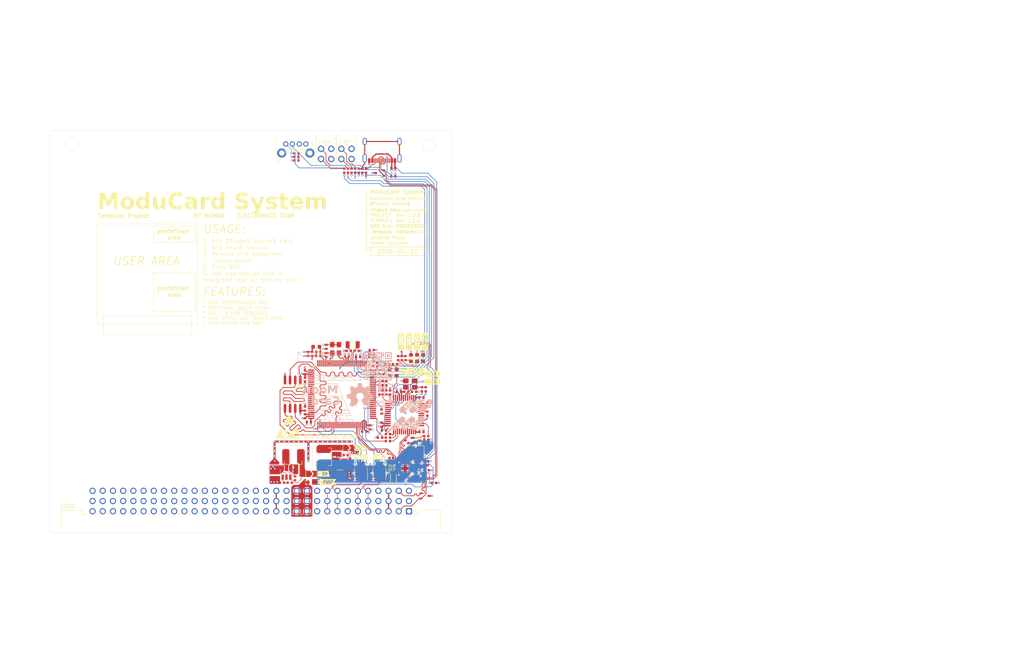
<source format=kicad_pcb>
(kicad_pcb (version 20241229) (generator "pcbnew") (generator_version "9.0")
  (title_block (title "ModuCard base module") (date "2025-02-25") (rev "1.1.1") (company "KoNaR") (comment 1 "Base project author: Dominik Pluta Artem Horiunov") (comment 2 "$Project Author$") (comment 3 "Project author"))
  (layers (0 "F.Cu" signal) (4 "In1.Cu" signal) (6 "In2.Cu" signal) (2 "B.Cu" signal) (13 "F.Paste" user) (15 "B.Paste" user) (5 "F.SilkS" user "F.Silkscreen") (7 "B.SilkS" user "B.Silkscreen") (1 "F.Mask" user) (3 "B.Mask" user) (25 "Edge.Cuts" user))
  (property "SHEETTOTAL" "5")
  (net 0 "")
  (net 1 "+3V3")
  (net 2 "GND")
  (net 3 "/ST-LINK/STLINK-RST")
  (net 4 "/ST-LINK/STLINK-OSC_IN")
  (net 5 "/ST-LINK/STLINK-OSC_OUT")
  (net 6 "+5V")
  (net 7 "/ST-LINK/LED")
  (net 8 "/MCU/OSC_IN")
  (net 9 "/ST-LINK/STLINK-BOOT0")
  (net 10 "/MCU/BOOT0")
  (net 11 "/MCU/NRST")
  (net 12 "/ST-LINK/DIO")
  (net 13 "/ST-LINK/CLK")
  (net 14 "+12V_FUSED")
  (net 15 "/ST-LINK/STLINK_RX")
  (net 16 "/ST-LINK/USB_RENUM")
  (net 17 "Net-(U302-3V3)")
  (net 18 "/USB/VBUS_IN")
  (net 19 "/ST-LINK/STLINK_TX")
  (net 20 "/Backplane/GPIOC0")
  (net 21 "/MCU/USR_BUTTON")
  (net 22 "/ST-LINK/SWO")
  (net 23 "Net-(D700-Pad2)")
  (net 24 "Net-(D701-Pad1)")
  (net 25 "Net-(Q700-B)")
  (net 26 "Net-(Q700-E)")
  (net 27 "/MCU/SWD.~{RST}")
  (net 28 "Net-(U500-STB)")
  (net 29 "Net-(U600-STB)")
  (net 30 "/MCU/SWD.SWCLK")
  (net 31 "/ST-LINK/ST-LINK.D+")
  (net 32 "/MCU/SWD.SWDIO")
  (net 33 "Net-(D301-Pad1)")
  (net 34 "/MCU/QSPI1.SCLK")
  (net 35 "/MCU/QSPI1.IO3")
  (net 36 "/MCU/USB_MCU.D-")
  (net 37 "/USB/USB2S.D-")
  (net 38 "Net-(U302-PGANG)")
  (net 39 "/MCU/USB_MCU.D+")
  (net 40 "/USB/USB2S.D+")
  (net 41 "/USB-hub/USB_MCU_R.D-")
  (net 42 "/ST-LINK/ST-LINK.D-")
  (net 43 "/USB-hub/USB_MCU_R.D+")
  (net 44 "/Backplane/BACKPLANE.D+")
  (net 45 "/Backplane/BACKPLANE.D-")
  (net 46 "/MCU/QSPI1.CS")
  (net 47 "/MCU/I2C1.SDA")
  (net 48 "/USB-hub/USBOUT1_R.D-")
  (net 49 "/USB-hub/USBOUT1_R.D+")
  (net 50 "+12V")
  (net 51 "Net-(U700-PA0)")
  (net 52 "Net-(U700-PA5)")
  (net 53 "Net-(U700-PC13)")
  (net 54 "Net-(U700-PC14)")
  (net 55 "Net-(U700-PB0)")
  (net 57 "Net-(U700-PB14)")
  (net 58 "Net-(U700-PB12)")
  (net 59 "Net-(U700-PB13)")
  (net 61 "/USB-hub/USBIN1.D+")
  (net 62 "Net-(U302-XO)")
  (net 63 "Net-(U302-XI)")
  (net 65 "/USB-hub/USBIN1.D-")
  (net 66 "/Backplane/GPIOL5")
  (net 67 "/Backplane/CAN1.+")
  (net 68 "/Backplane/CAN2.-")
  (net 69 "/Backplane/GPIOL3")
  (net 70 "/Backplane/CAN2.+")
  (net 71 "/Backplane/GPIOL6")
  (net 72 "/Backplane/GPIOR8")
  (net 73 "/Backplane/GPIOL2")
  (net 74 "/Backplane/GPIOR0")
  (net 75 "/Backplane/GPIOR3")
  (net 76 "/MCU/QSPI1.IO0")
  (net 77 "/Backplane/GPIOR15")
  (net 78 "/Backplane/GPIOL10")
  (net 79 "/Backplane/GPIOL12")
  (net 80 "/Backplane/GPIOC9")
  (net 81 "/Backplane/GPIOR5")
  (net 82 "/Backplane/GPIOR2")
  (net 83 "/MCU/OSC32_OUT")
  (net 84 "/MCU/QSPI1.IO2")
  (net 85 "/Backplane/CAN1.-")
  (net 86 "/MCU/QSPI1.IO1")
  (net 87 "/Backplane/GPIOL9")
  (net 88 "/Backplane/GPIOL0")
  (net 89 "/MCU/I2C1.SCL")
  (net 90 "/Backplane/GPIOL14")
  (net 91 "/Backplane/GPIOL11")
  (net 92 "/Backplane/GPIOC4")
  (net 93 "/Backplane/GPIOL8")
  (net 94 "/MCU/BOOT_EN")
  (net 95 "/Backplane/GPIOC11")
  (net 96 "/Backplane/GPIOR6")
  (net 97 "/Backplane/GPIOR1")
  (net 98 "/Backplane/GPIOR11")
  (net 99 "/Backplane/GPIOL15")
  (net 100 "/Backplane/GPIOR4")
  (net 101 "/Backplane/GPIOL13")
  (net 102 "/Backplane/GPIOC6")
  (net 103 "/Backplane/GPIOC10")
  (net 104 "/Backplane/GPIOL7")
  (net 105 "/Backplane/GPIOR9")
  (net 106 "/MCU/OSC32_IN")
  (net 107 "/Backplane/GPIOC15")
  (net 108 "/Backplane/GPIOR10")
  (net 127 "/Backplane/GPIOC3")
  (net 128 "+24V")
  (net 129 "/Backplane/GPIOC2")
  (net 130 "/Backplane/GPIOR12")
  (net 131 "/Backplane/GPIOL4")
  (net 132 "/Backplane/GPIOC7")
  (net 133 "/Backplane/GPIOC12")
  (net 134 "/Backplane/GPIOC8")
  (net 135 "/Backplane/GPIOC14")
  (net 136 "/Backplane/GPIOC1")
  (net 137 "/Backplane/GPIOC13")
  (net 138 "/Backplane/GPIOL1")
  (net 139 "/Backplane/GPIOR7")
  (net 140 "/Backplane/GPIOC5")
  (net 141 "/Backplane/GPIOR13")
  (net 142 "/Backplane/GPIOR14")
  (net 143 "/MCU/VCAP_2")
  (net 144 "/MCU/VCAP_1")
  (net 145 "/CAN transceiver 1/CAN.TX")
  (net 146 "/CAN transceiver 1/CAN.RX")
  (net 147 "/CAN transceiver 2/CAN.TX")
  (net 148 "/CAN transceiver 2/CAN.RX")
  (net 149 "Net-(D400-Pad1)")
  (net 150 "/USB/CC1")
  (net 151 "/USB/CC2")
  (net 152 "Net-(J800-SHIELD)")
  (net 155 "Net-(U801-SEL)")
  (net 156 "Net-(U801-~{OE})")
  (net 157 "/Power/SW_5V0")
  (net 158 "/Power/VBST_5V0")
  (net 159 "/Power/VBST_3V3")
  (net 160 "/Power/SW_3V3")
  (net 161 "/Power/FB_5V0")
  (net 162 "/Power/FB_3V3")
  (net 165 "/MCU/USR_BTN")
  (net 166 "/MCU/USER_LED_1")
  (net 167 "/MCU/USER_LED_2")
  (net 168 "/MCU/STATUS_LED")
  (net 169 "Net-(LED300-Pad1)")
  (net 170 "Net-(LED300-Pad3)")
  (net 171 "Net-(LED301-Pad1)")
  (net 172 "Net-(LED301-Pad3)")
  (net 173 "Net-(D401-Pad1)")
  (net 174 "Net-(D402-Pad1)")
  (net 175 "+5V_STDBY")
  (net 176 "/Power/+5V_UNPROTEC")
  (net 177 "/Power/+3V3_UNPROTEC")
  (net 178 "/MCU/VDDA")
  (footprint "kibuzzard-67B37005" (layer "F.Cu") (at 132.75 103.775 90)
    (property "Reference" "kibuzzard-67B37005" (hide yes))
    (property "Value" "G***" (hide yes))
  )
  (footprint "Inductor_SMD:L_Changjiang_FXL0420" (layer "F.Cu") (at 107.12072 132.421542 90)
    (property "Reference" "L301" (hide yes))
    (property "Value" "3.3uH")
  )
  (footprint "kibuzzard-67B643DE" (layer "F.Cu") (at 116.77 132.485001)
    (property "Reference" "kibuzzard-67B643DE" (hide yes))
    (property "Value" "G***" (hide yes))
  )
  (footprint "Jumper:SolderJumper-2_P1.3mm_Open_TrianglePad1.0x1.5mm" (layer "F.Cu") (at 104.45 136.675)
    (property "Reference" "JP300" (hide yes))
    (property "Value" "SolderJumper_2_Bridged" (hide yes))
  )
  (footprint "PCM_JLCPCB:C_0402" (layer "F.Cu") (at 116.078 107.597001)
    (property "Reference" "C420" (hide yes))
    (property "Value" "100nF")
  )
  (footprint "TestPoint:TestPoint_Pad_D1.0mm" (layer "F.Cu") (at 132.75 105.325)
    (property "Reference" "TP302" (hide yes))
    (property "Value" "TestPoint")
  )
  (footprint "PCM_JLCPCB:C_0402" (layer "F.Cu") (at 106.172 106.327001 180)
    (property "Reference" "C423" (hide yes))
    (property "Value" "10uF")
  )
  (footprint "FixLed307:FixLed307" (layer "F.Cu") (at 108.15 55.785)
    (property "Reference" "LED300" (hide yes))
    (property "Value" "FixLed307")
  )
  (footprint "PCM_JLCPCB:C_0402" (layer "F.Cu") (at 108.204 107.089001 90)
    (property "Reference" "C406" (hide yes))
    (property "Value" "100nF")
  )
  (footprint "PCM_JLCPCB:R_0402" (layer "F.Cu") (at 126.85 132.125 -90)
    (property "Reference" "R903" (hide yes))
    (property "Value" "22Ω" (hide yes))
  )
  (footprint "PCM_JLCPCB:R_0402" (layer "F.Cu") (at 126.7 138.375 180)
    (property "Reference" "R308" (hide yes))
    (property "Value" "1kΩ" (hide yes))
  )
  (footprint "PCM_JLCPCB:FB_0603" (layer "F.Cu") (at 105.672 105.057001 180)
    (property "Reference" "FB401" (hide yes))
    (property "Value" "~")
  )
  (footprint "PCM_JLCPCB:C_0402" (layer "F.Cu") (at 119.1 137.575 90)
    (property "Reference" "C501" (hide yes))
    (property "Value" "100nF")
  )
  (footprint "PCM_JLCPCB:R_0402" (layer "F.Cu") (at 123.5 128.525)
    (property "Reference" "R716" (hide yes))
    (property "Value" "22Ω" (hide yes))
  )
  (footprint "PCM_JLCPCB:R_0402" (layer "F.Cu") (at 114.07072 133.321542 -90)
    (property "Reference" "R306" (hide yes))
    (property "Value" "33k2" (hide yes))
  )
  (footprint "PCM_JLCPCB:D_0603" (layer "F.Cu") (at 124.85 137.575 90)
    (property "Reference" "D301" (hide yes))
    (property "Value" "Red")
  )
  (footprint "TL2243:TL2243" (layer "F.Cu") (at 100.579415 56.834163)
    (property "Reference" "BTN400")
    (property "Value" "TL2243")
  )
  (footprint "PCM_JLCPCB:C_0402" (layer "F.Cu") (at 102.87 122.329001 -90)
    (property "Reference" "C427" (hide yes))
    (property "Value" "2.2uF")
  )
  (footprint "PCM_JLCPCB:C_0402" (layer "F.Cu") (at 114.55 137.575 90)
    (property "Reference" "C601" (hide yes))
    (property "Value" "100nF")
  )
  (footprint "PCM_JLCPCB:R_0402" (layer "F.Cu") (at 97.15 138.871508 180)
    (property "Reference" "R301" (hide yes))
    (property "Value" "10kΩ" (hide yes))
  )
  (footprint "PCM_JLCPCB:R_0402" (layer "F.Cu") (at 119.1 135.425 90)
    (property "Reference" "R600" (hide yes))
    (property "Value" "10kΩ" (hide yes))
  )
  (footprint "kibuzzard-67B2198C" (layer "F.Cu") (at 134.5 111.725)
    (property "Reference" "kibuzzard-67B2198C" (hide yes))
    (property "Value" "G***" (hide yes))
  )
  (footprint "PCM_JLCPCB:C_0402" (layer "F.Cu") (at 102.87 113.234002 -90)
    (property "Reference" "C400" (hide yes))
    (property "Value" "10uF")
  )
  (footprint "kibuzzard-67B643EE" (layer "F.Cu") (at 121.37 132.485001)
    (property "Reference" "kibuzzard-67B643EE" (hide yes))
    (property "Value" "G***" (hide yes))
  )
  (footprint "PCM_JLCPCB:C_0402" (layer "F.Cu") (at 113.75 106.025 180)
    (property "Reference" "C313" (hide yes))
    (property "Value" "18pF")
  )
  (footprint "PCM_JLCPCB:R_0402" (layer "F.Cu") (at 124.85 62.675)
    (property "Reference" "R801" (hide yes))
    (property "Value" "5.1kΩ" (hide yes))
  )
  (footprint "PCM_JLCPCB:C_0402" (layer "F.Cu") (at 116.8 134.025 180)
    (property "Reference" "C600" (hide yes))
    (property "Value" "100nF")
  )
  (footprint "PCM_JLCPCB:C_0402" (layer "F.Cu") (at 115.7 106.025)
    (property "Reference" "C314" (hide yes))
    (property "Value" "18pF")
  )
  (footprint "kicad-footprints:UFQFN-10_1.4x1.8" (layer "F.Cu") (at 132.65 137.8)
    (property "Reference" "U801" (hide yes))
    (property "Value" "FSUSB42UMX")
  )
  (footprint "kibuzzard-67B6438D" (layer "F.Cu") (at 116.77 130.285001)
    (property "Reference" "kibuzzard-67B6438D" (hide yes))
    (property "Value" "G***" (hide yes))
  )
  (footprint "TestPoint:TestPoint_Pad_D1.0mm" (layer "F.Cu") (at 133.25 113.725 90)
    (property "Reference" "TP701" (hide yes))
    (property "Value" "TestPoint")
  )
  (footprint "PCM_JLCPCB:C_0603" (layer "F.Cu") (at 94.646542 136.991059 -90)
    (property "Reference" "C304" (hide yes))
    (property "Value" "10uF")
  )
  (footprint "PCM_JLCPCB:C_0402" (layer "F.Cu") (at 96.09 134.571508 -90)
    (property "Reference" "C305" (hide yes))
    (property "Value" "100nF")
  )
  (footprint "PCM_JLCPCB:R_0402" (layer "F.Cu") (at 119.45 107.645 180)
    (property "Reference" "R404" (hide yes))
    (property "Value" "100Ω" (hide yes))
  )
  (footprint "Package_QFP:LQFP-100_14x14mm_P0.5mm" (layer "F.Cu") (at 112.075 116.85 -90)
    (property "Reference" "U403" (hide yes))
    (property "Value" "STM32H562VGTx")
  )
  (footprint "Package_TO_SOT_SMD:SOT-23-6" (layer "F.Cu") (at 111.55 134.11805)
    (property "Reference" "U301" (hide yes))
    (property "Value" "TPS563200" (hide yes))
  )
  (footprint "PCM_JLCPCB:C_0402" (layer "F.Cu") (at 121.4 134.025 180)
    (property "Reference" "C500" (hide yes))
    (property "Value" "100nF")
  )
  (footprint "kibuzzard-67B20BD5" (layer "F.Cu") (at 129.708643 111.36705)
    (property "Reference" "kibuzzard-67B20BD5" (hide yes))
    (property "Value" "G***" (hide yes))
  )
  (footprint "PCM_JLCPCB:R_0402" (layer "F.Cu") (at 127.75 132.125 -90)
    (property "Reference" "R902" (hide yes))
    (property "Value" "22Ω" (hide yes))
  )
  (footprint "PCM_JLCPCB:D_0603" (layer "F.Cu") (at 129.24 107.875 90)
    (property "Reference" "D400" (hide yes))
    (property "Value" "Red")
  )
  (footprint "PCM_JLCPCB:R_0402" (layer "F.Cu") (at 121.325 116.425 -90)
    (property "Reference" "R700" (hide yes))
    (property "Value" "100kΩ" (hide yes))
  )
  (footprint "PCM_JLCPCB:R_0402" (layer "F.Cu") (at 100.7284 58.685001)
    (property "Reference" "R405" (hide yes))
    (property "Value" "10kΩ" (hide yes))
  )
  (footprint "PCM_JLCPCB:R_0402" (layer "F.Cu") (at 114.45 61.225 90)
    (property "Reference" "R409" (hide yes))
    (property "Value" "100Ω" (hide yes))
  )
  (footprint "PCM_JLCPCB:R_0402" (layer "F.Cu") (at 113.55 61.225 90)
    (property "Reference" "R400" (hide yes))
    (property "Value" "1.2kΩ" (hide yes))
  )
  (footprint "PCM_JLCPCB:R_0402" (layer "F.Cu") (at 126.95 107.875 90)
    (property "Reference" "R411" (hide yes))
    (property "Value" "470Ω" (hide yes))
  )
  (footprint "PCM_JLCPCB:C_0402" (layer "F.Cu") (at 123.1 114.1 -90)
    (property "Reference" "C410" (hide yes))
    (property "Value" "4.7uF")
  )
  (footprint "PCM_JLCPCB:D_0603" (layer "F.Cu") (at 125.702 111.45 -90)
    (property "Reference" "D701" (hide yes))
    (property "Value" "Red")
  )
  (footprint "PCM_JLCPCB:C_0402" (layer "F.Cu") (at 120.388 108.867001 180)
    (property "Reference" "C422" (hide yes))
    (property "Value" "100nF")
  )
  (footprint "kibuzzard-67B63E8D" (layer "F.Cu") (at 108.37 138.685001)
    (property "Reference" "kibuzzard-67B63E8D" (hide yes))
    (property "Value" "G***" (hide yes))
  )
  (footprint "PCM_JLCPCB:R_0402" (layer "F.Cu") (at 124 116.425 -90)
    (property "Reference" "R701" (hide yes))
    (property "Value" "10kΩ" (hide yes))
  )
  (footprint "PCM_JLCPCB:C_0402" (layer "F.Cu") (at 106.18 107.343001 180)
    (property "Reference" "C424" (hide yes))
    (property "Value" "100nF")
  )
  (footprint "PCM_JLCPCB:C_0402" (layer "F.Cu") (at 120.396 109.883001 180)
    (property "Reference" "C405" (hide yes))
    (property "Value" "100nF")
  )
  (footprint "PCM_JLCPCB:C_0603" (layer "F.Cu") (at 101.4 136.171508 180)
    (property "Reference" "C301" (hide yes))
    (property "Value" "10uF")
  )
  (footprint "PCM_JLCPCB:C_0402" (layer "F.Cu") (at 100.4 137.781508 90)
    (property "Reference" "C300" (hide yes))
    (property "Value" "100nF")
  )
  (footprint "PCM_JLCPCB:D_0603" (layer "F.Cu") (at 132.24 107.875 90)
    (property "Reference" "D402" (hide yes))
    (property "Value" "Red")
  )
  (footprint "PCM_JLCPCB:CRYSTAL-SMD_4P-L3.2-W2.5-BL" (layer "F.Cu") (at 129.05 114.325 180)
    (property "Reference" "Y700" (hide yes))
    (property "Value" "8 MHz")
  )
  (footprint "Package_QFP:LQFP-48_7x7mm_P0.5mm" (layer "F.Cu") (at 127.65 121.925 -90)
    (property "Reference" "U700" (hide yes))
    (property "Value" "STM32F103CBTx")
  )
  (footprint "TestPoint:TestPoint_Pad_D1.0mm" (layer "F.Cu") (at 133.25 111.725 90)
    (property "Reference" "TP700" (hide yes))
    (property "Value" "TestPoint")
  )
  (footprint "PCM_JLCPCB:R_0402" (layer "F.Cu") (at 123.35 109.375)
    (property "Reference" "R707" (hide yes))
    (property "Value" "10kΩ" (hide yes))
  )
  (footprint "kibuzzard-67B37472" (layer "F.Cu") (at 130.75 103.775 90)
    (property "Reference" "kibuzzard-67B37472" (hide yes))
    (property "Value" "G***" (hide yes))
  )
  (footprint "PCM_JLCPCB:C_0402" (layer "F.Cu") (at 128.1 116.235 180)
    (property "Reference" "C708" (hide yes))
    (property "Value" "33pF" (hide yes))
  )
  (footprint "PCM_JLCPCB:R_0402" (layer "F.Cu") (at 132.9 115.625 -90)
    (property "Reference" "R705" (hide yes))
    (property "Value" "10kΩ" (hide yes))
  )
  (footprint "PCM_JLCPCB:R_0402" (layer "F.Cu") (at 114.07072 135.221542 -90)
    (property "Reference" "R307" (hide yes))
    (property "Value" "10kΩ" (hide yes))
  )
  (footprint "PCM_JLCPCB:C_0402" (layer "F.Cu") (at 103.64 106.843001 -90)
    (property "Reference" "C425" (hide yes))
    (property "Value" "10uF")
  )
  (footprint "PCM_JLCPCB:R_0402" (layer "F.Cu") (at 133.05 128.175)
    (property "Reference" "R711" (hide yes))
    (property "Value" "39kΩ" (hide yes))
  )
  (footprint "PCM_JLCPCB:R_0402" (layer "F.Cu") (at 133.05 127.275)
    (property "Reference" "R710" (hide yes))
    (property "Value" "100Ω" (hide yes))
  )
  (footprint "PCM_JLCPCB:R_0402" (layer "F.Cu") (at 123.5 127.65)
    (property "Reference" "R715" (hide yes))
    (property "Value" "22Ω" (hide yes))
  )
  (footprint "PCM_JLCPCB:C_0402" (layer "F.Cu") (at 116.25 61.225 -90)
    (property "Reference" "C801" (hide yes))
    (property "Value" "100nF")
  )
  (footprint "TestPoint:TestPoint_Pad_D1.0mm" (layer "F.Cu") (at 128.75 105.325)
    (property "Reference" "TP300" (hide yes))
    (property "Value" "TestPoint")
  )
  (footprint "PCM_JLCPCB:C_0402" (layer "F.Cu") (at 102.87 111.407001 90)
    (property "Reference" "C402" (hide yes))
    (property "Value" "100nF")
  )
  (footprint "kibuzzard-67E7D86B" (layer "F.Cu") (at 126.75 103.775001 90)
    (property "Reference" "kibuzzard-67E7D86B" (hide yes))
    (property "Value" "G***" (hide yes))
  )
  (footprint "Jumper:SolderJumper-2_P1.3mm_Open_TrianglePad1.0x1.5mm" (layer "F.Cu") (at 113.69572 130.225)
    (property "Reference" "JP301" (hide yes))
    (property "Value" "SolderJumper_2_Bridged")
  )
  (footprint "Connector_USB:USB_C_Receptacle_GCT_USB4105-xx-A_16P_TopMnt_Horizontal" (layer "F.Cu") (at 122.05 55.035 180)
    (property "Reference" "J800" (hide yes))
    (property "Value" "USB_C_Receptacle_USB2.0_16P")
  )
  (footprint "PCM_JLCPCB:C_0402" (layer "F.Cu") (at 109.77072 136.281542)
    (property "Reference" "C311" (hide yes))
    (property "Value" "100nF")
  )
  (footprint "kibuzzard-67B219C6" (layer "F.Cu") (at 134.5 113.725)
    (property "Reference" "kibuzzard-67B219C6" (hide yes))
    (property "Value" "G***" (hide yes))
  )
  (footprint "TestPoint:TestPoint_Pad_D1.0mm" (layer "F.Cu") (at 130.75 105.325)
    (property "Reference" "TP301" (hide yes))
    (property "Value" "TestPoint")
  )
  (footprint "Package_TO_SOT_SMD:SOT-323_SC-70" (layer "F.Cu") (at 132.7075 142.162501)
    (property "Reference" "U402" (hide yes))
    (property "Value" "TPD2E2U06DCK")
  )
  (footprint "PCM_JLCPCB:C_0402" (layer "F.Cu") (at 130 116.225)
    (property "Reference" "C707" (hide yes))
    (property "Value" "33pF")
  )
  (footprint "PCM_JLCPCB:R_0402" (layer "F.Cu") (at 123.9 133.225 -90)
    (property "Reference" "R901" (hide yes))
    (property "Value" "22Ω" (hide yes))
  )
  (footprint "Oscillator:Oscillator_SMD_Abracon_ASE-4Pin_3.2x2.5mm" (layer "F.Cu") (at 110.49 105.565001 -90)
    (property "Reference" "Y400" (hide yes))
    (property "Value" "ASE-xxxMHz")
  )
  (footprint "PCM_JLCPCB:R_0402" (layer "F.Cu") (at 133.05 129.075 180)
    (property "Reference" "R709" (hide yes))
    (property "Value" "10kΩ" (hide yes))
  )
  (footprint "PCM_JLCPCB:R_0402" (layer "F.Cu") (at 117.15 61.225 -90)
    (property "Reference" "R805" (hide yes))
    (property "Value" "330Ω" (hide yes))
  )
  (footprint "PCM_JLCPCB:R_0402" (layer "F.Cu") (at 118.05 61.225 -90)
    (property "Reference" "R800" (hide yes))
    (property "Value" "5.1kΩ" (hide yes))
  )
  (footprint "PCM_JLCPCB:C_0603" (layer "F.Cu") (at 112.20072 136.481542)
    (property "Reference" "C310" (hide yes))
    (property "Value" "10uF")
  )
  (footprint "PCM_JLCPCB:R_0402" (layer "F.Cu") (at 122.2 114.1 -90)
    (property "Reference" "R402" (hide yes))
    (property "Value" "10kΩ" (hide yes))
  )
  (footprint "PCM_JLCPCB:R_0402" (layer "F.Cu") (at 133.3 121.675 90)
    (property "Reference" "R702" (hide yes))
    (property "Value" "100kΩ" (hide yes))
  )
  (footprint "PCM_JLCPCB:C_0603" (layer "F.Cu") (at 112.190271 137.725)
    (property "Reference" "C309" (hide yes))
    (property "Value" "10uF")
  )
  (footprint "PCM_JLCPCB:C_0402" (layer "F.Cu") (at 130.45 134.075 90)
    (property "Reference" "C900" (hide yes))
    (property "Value" "100nF")
  )
  (footprint "PCM_JLCPCB:C_0402" (layer "F.Cu") (at 118.975 125.1 -90)
    (property "Reference" "C404" (hide yes))
    (property "Value" "100nF")
  )
  (footprint "PCM_JLCPCB:R_0402" (layer "F.Cu") (at 132.55 134.025 -90)
    (property "Reference" "R802" (hide yes))
    (property "Value" "10kΩ" (hide yes))
  )
  (footprint "PCM_JLCPCB:C_0402" (layer "F.Cu") (at 108.204 105.057001 -90)
    (property "Reference" "C432" (hide yes))
    (property "Value" "100nF")
  )
  (footprint "PCM_JLCPCB:C_0402" (layer "F.Cu") (at 131.85 117.625)
    (property "Reference" "C701" (hide yes))
    (property "Value" "100nF")
  )
  (footprint "PCM_JLCPCB:R_0402" (layer "F.Cu") (at 99.05 138.871508 180)
    (property "Reference" "R300" (hide yes))
    (property "Value" "54k9" (hide yes))
  )
  (footprint "Connector_DIN:DIN41612_R_3x32_Female_Horizontal_THT" (layer "F.Cu") (at 128.74 145.975 180)
    (property "Reference" "J200")
    (property "Value" "09031967921")
  )
  (footprint "PCM_JLCPCB:C_0402" (layer "F.Cu") (at 122.5 125.875)
    (property "Reference" "C700" (hide yes))
    (property "Value" "1uF")
  )
  (footprint "PCM_JLCPCB:R_0402" (layer "F.Cu") (at 123.65 137.575 90)
    (property "Reference" "R500" (hide yes))
    (property "Value" "10kΩ" (hide yes))
  )
  (footprint "PCM_JLCPCB:C_0402" (layer "F.Cu") (at 133.29 119.4225 -90)
    (property "Reference" "C704" (hide yes))
    (property "Value" "100nF" (hide yes))
  )
  (footprint "PCM_JLCPCB:C_0402" (layer "F.Cu") (at 131.35 134.075 90)
    (property "Reference" "C902" (hide yes))
    (property "Value" "10uF")
  )
  (footprint "PCM_JLCPCB:C_0402" (layer "F.Cu") (at 133.15 135.775)
    (property "Reference" "C312" (hide yes))
    (property "Value" "100nF")
  )
  (footprint "PCM_JLCPCB:C_0402" (layer "F.Cu") (at 122.01 124.4275 90)
    (property "Reference" "C702" (hide yes))
    (property "Value" "100nF" (hide yes))
  )
  (footprint "PCM_JLCPCB:R_0402" (layer "F.Cu") (at 131.95 115.625 -90)
    (property "Reference" "R706" (hide yes))
    (property "Value" "10kΩ" (hide yes))
  )
  (footprint "PCM_JLCPCB:R_0402" (layer "F.Cu") (at 133.45 134.025 90)
    (property "Reference" "R803" (hide yes))
    (property "Value" "22kΩ" (hide yes))
  )
  (footprint "PCM_JLCPCB:C_0603" (layer "F.Cu") (at 110.108674 130.971542 -90)
    (property "Reference" "C307" (hide yes))
    (property "Value" "22uF")
  )
  (footprint "PCM_JLCPCB:C_0402" (layer "F.Cu") (at 112.98072 131.971542 180)
    (property "Reference" "C306" (hide yes))
    (property "Value" "100nF")
  )
  (footprint "PCM_JLCPCB:R_0402" (layer "F.Cu") (at 121.3 114.1 90)
    (property "Reference" "R401" (hide yes))
    (property "Value" "1kΩ" (hide yes))
  )
  (footprint "PCM_JLCPCB:R_0603" (layer "F.Cu") (at 104.4 138.775)
    (property "Reference" "F300" (hide yes))
    (property "Value" "1.5A")
  )
  (footprint "PCM_JLCPCB:R_0402" (layer "F.Cu") (at 123.5 126.775)
    (property "Reference" "R714" (hide yes))
    (property "Value" "100Ω" (hide yes))
  )
  (footprint "kibuzzard-67B643AC" (layer "F.Cu") (at 107.569999 136.661405)
    (property "Reference" "kibuzzard-67B643AC" (hide yes))
    (property "Value" "G***" (hide yes))
  )
  (footprint "PCM_JLCPCB:R_0402" (layer "F.Cu") (at 124.8 133.225 -90)
    (property "Reference" "R900" (hide yes))
    (property "Value" "22Ω" (hide yes))
  )
  (footprint "Package_SON:HVSON-8-1EP_3x3mm_P0.65mm_EP1.6x2.4mm" (layer "F.Cu") (at 116.8 136.625 -90)
    (property "Reference" "U600" (hide yes))
    (property "Value" "TJA1044GTK_3Z")
  )
  (footprint "PCM_JLCPCB:FC-135R_L3.2-W1.5" (layer "F.Cu") (at 114.725 104.55)
    (property "Reference" "X300" (hide yes))
    (property "Value" "Q13FC1350000400")
  )
  (footprint "PCM_JLCPCB:R_0402" (layer "F.Cu") (at 100.7284 56.885001 180)
    (property "Reference" "R406" (hide yes))
    (property "Value" "100Ω" (hide yes))
  )
  (footprint "PCM_JLCPCB:R_0402" (layer "F.Cu") (at 126.05 107.875 90)
    (property "Reference" "R412" (hide yes))
    (property "Value" "220Ω" (hide yes))
  )
  (footprint "PCM_JLCPCB:C_0402" (layer "F.Cu") (at 122.2 116.425 90)
    (property "Reference" "C706" (hide yes))
    (property "Value" "100nF")
  )
  (footprint "PCM_JLCPCB:C_0402" (layer "F.Cu") (at 124.85 60.525)
    (property "Reference" "C800" (hide yes))
    (property "Value" "100nF")
  )
  (footprint "PCM_JLCPCB:C_0603" (layer "F.Cu") (at 101.4 134.909462 180)
    (property "Reference" "C302" (hide yes))
    (property "Value" "10uF")
  )
  (footprint "PCM_JLCPCB:C_0402" (layer "F.Cu") (at 113.325 107.475)
    (property "Reference" "C401" (hide yes))
    (property "Value" "100nF")
  )
  (footprint "PCM_JLCPCB:C_0402" (layer "F.Cu") (at 126.2 116.235)
    (property "Reference" "C705" (hide yes))
    (property "Value" "100nF" (hide yes))
  )
  (footprint "PCM_JLCPCB:R_0402" (layer "F.Cu") (at 128.2 128.675 135)
    (property "Reference" "R712" (hide yes))
    (property "Value" "1.5kΩ" (hide yes))
  )
  (footprint "kibuzzard-67B37418" (layer "F.Cu") (at 128.75 103.775 90)
    (property "Reference" "kibuzzard-67B37418" (hide yes))
    (property "Value" "G***" (hide yes))
  )
  (footprint "PCM_JLCPCB:R_0402" (layer "F.Cu") (at 121.9 121.175 -90)
    (property "Reference" "R708" (hide yes))
    (property "Value" "22Ω" (hide yes))
  )
  (footprint "PCM_JLCPCB:C_0402" (layer "F.Cu") (at 103.825 123.75 180)
    (property "Reference" "C403" (hide yes))
    (property "Value" "10uF")
  )
  (footprint "PCM_JLCPCB:R_0402" (layer "F.Cu") (at 127.85 107.875 90)
    (property "Reference" "R410" (hide yes))
    (property "Value" "2.2kΩ" (hide yes))
  )
  (footprint "Crystal:Crystal_SMD_3225-4Pin_3.2x2.5mm" (layer "F.Cu") (at 130.5 131.325 180)
    (property "Reference" "Y900" (hide yes))
    (property "Value" "12Mhz")
  )
  (footprint "Package_SON:HVSON-8-1EP_3x3mm_P0.65mm_EP1.6x2.4mm" (layer "F.Cu") (at 121.4 136.625 -90)
    (property "Reference" "U500" (hide yes))
    (property "Value" "TJA1044GTK_3Z")
  )
  (footprint "TestPoint:TestPoint_Pad_D1.0mm" (layer "F.Cu") (at 126.75 105.325)
    (property "Reference" "TP400" (hide yes))
    (property "Value" "TestPoint")
  )
  (footprint "PCM_JLCPCB:R_0402" (layer "F.Cu") (at 125.25 109.375)
    (property "Reference" "R713" (hide yes))
    (property "Value" "10kΩ" (hide yes))
  )
  (footprint "PCM_JLCPCB:C_0402" (layer "F.Cu") (at 119.46 105.865)
    (property "Reference" "C415" (hide yes))
    (property "Value" "100nF")
  )
  (footprint "PCM_JLCPCB:SOIC-8_L5.3-W5.3-P1.27-LS8.0-BL" (layer "F.Cu") (at 99.795 116.85 180)
    (property "Reference" "U100" (hide yes))
    (property "Value" "W25Q128")
  )
  (footprint "PCM_JLCPCB:D_0603" (layer "F.Cu") (at 123.952 111.45 90)
    (property "Reference" "D700" (hide yes))
    (property "Value" "Red")
  )
  (footprint "Inductor_SMD:L_Changjiang_FXL0420" (layer "F.Cu") (at 99.95 131.921508)
    (property "Reference" "L300" (hide yes))
    (property "Value" "3.3uH")
  )
  (footprint "PCM_JLCPCB:C_0402" (layer "F.Cu") (at 102.85 120.425 90)
    (property "Reference" "C100" (hide yes))
    (property "Value" "100nF")
  )
  (footprint "Package_DFN_QFN:QFN-16-1EP_3x3mm_P0.5mm_EP1.7x1.7mm" (layer "F.Cu") (at 127.8 135.3125 -90)
    (property "Reference" "U302" (hide yes))
    (property "Value" "CH334P")
  )
  (footprint "Package_TO_SOT_SMD:SOT-323_SC-70" (layer "F.Cu") (at 121.47 61.785001 180)
    (property "Reference" "U401" (hide yes))
    (property "Value" "TPD2E2U06DCK")
  )
  (footprint "PCM_JLCPCB:C_0402" (layer "F.Cu") (at 104.656 106.835001 -90)
    (property "Reference" "C426" (hide yes))
    (property "Value" "100nF")
  )
  (footprint "PCM_JLCPCB:C_0402" (layer "F.Cu") (at 131.85 126.275)
    (property "Reference" "C703" (hide yes))
    (property "Value" "100nF")
  )
  (footprint "PCM_JLCPCB:D_0603" (layer "F.Cu") (at 130.75 107.875 90)
    (property "Reference" "D401" (hide yes))
    (property "Value" "Red")
  )
  (footprint "Symbol:ESD-Logo_6.6x6mm_SilkScreen" (layer "F.Cu") (at 98.77 124.885001)
    (property "Reference" "REF**" (hide yes))
    (property "Value" "ESD-Logo_6.6x6mm_SilkScreen" (hide yes))
  )
  (footprint "PCM_JLCPCB:R_0402" (layer "F.Cu") (at 115.35 61.225 90)
    (property "Reference" "R408" (hide yes))
    (property "Value" "220Ω" (hide yes))
  )
  (footprint "PCM_JLCPCB:R_0402" (layer "F.Cu") (at 119.46 106.765 180)
    (property "Reference" "R403" (hide yes))
    (property "Value" "10kΩ" (hide yes))
  )
  (footprint "PCM_JLCPCB:R_0402" (layer "F.Cu") (at 123.1 116.425 90)
    (property "Reference" "R703" (hide yes))
    (property "Value" "10kΩ" (hide yes))
  )
  (footprint "PCM_JLCPCB:C_0603" (layer "F.Cu") (at 111.37072 130.971542 -90)
    (property "Reference" "C308" (hide yes))
    (property "Value" "22uF")
  )
  (footprint "PCM_JLCPCB:R_0402" (layer "F.Cu") (at 112.65 61.225 90)
    (property "Reference" "R407" (hide yes))
    (property "Value" "220Ω" (hide yes))
  )
  (footprint "PCM_JLCPCB:C_0402" (layer "F.Cu") (at 121.854999 111.85)
    (property "Reference" "C434" (hide yes))
    (property "Value" "2.2uF")
  )
  (footprint "PCM_JLCPCB:Q_SOT-323" (layer "F.Cu") (at 130.5 128.375 180)
    (property "Reference" "Q700" (hide yes))
    (property "Value" "MMST3904")
  )
  (footprint "PCM_JLCPCB:C_0402" (layer "F.Cu") (at 130.45 136.025 -90)
    (property "Reference" "C904" (hide yes))
    (property "Value" "1uF")
  )
  (footprint "PCM_JLCPCB:C_0402" (layer "F.Cu") (at 117.594 126.139001)
    (property "Reference" "C421" (hide yes))
    (property "Value" "100nF")
  )
  (footprint "PCM_JLCPCB:C_0402" (layer "F.Cu") (at 100.7284 57.785001 180)
    (property "Reference" "C416" (hide yes))
    (property "Value" "100nF")
  )
  (footprint "PCM_JLCPCB:R_0402" (layer "F.Cu") (at 134.95 138.925)
    (property "Reference" "R804" (hide yes))
    (property "Value" "10kΩ" (hide yes))
  )
  (footprint "Package_TO_SOT_SMD:SOT-23-6" (layer "F.Cu") (at 98.253492 136.350788 -90)
    (property "Reference" "U300" (hide yes))
    (property "Value" "TPS563200" (hide yes))
  )
  (footprint "PCM_JLCPCB:C_0603" (layer "F.Cu") (at 95.89 137.001508 -90)
    (property "Reference" "C303" (hide yes))
    (property "Value" "10uF")
  )
  (footprint "FixLed307:FixLed307" (layer "F.Cu") (at 113.2 55.785)
    (property "Reference" "LED301" (hide yes))
    (property "Value" "FixLed307")
  )
  (footprint "PCM_JLCPCB:R_0402" (layer "F.Cu") (at 121.55 127.65)
    (property "Reference" "R704" (hide yes))
    (property "Value" "22Ω" (hide yes))
  )
  (footprint "kibuzzard-67B624A4" (layer "B.Cu") (at 128.07 119.805001 45)
    (property "Reference" "kibuzzard-67B624A4" (hide yes))
    (property "Value" "G***" (hide yes))
  )
  (footprint "TestPoint:TestPoint_Pad_D1.0mm" (layer "B.Cu") (at 127.1 123.175)
    (property "Reference" "TP704" (hide yes))
    (property "Value" "TestPoint")
  )
  (footprint "Symbol:OSHW-Symbol_6.7x6mm_SilkScreen" (layer "B.Cu") (at 116.55065 117.085001 180)
    (property "Reference" "REF**" (hide yes))
    (property "Value" "OSHW-Symbol_6.7x6mm_SilkScreen" (hide yes))
  )
  (footprint "TestPoint:TestPoint_Pad_D1.0mm" (layer "B.Cu") (at 131.9 123.175)
    (property "Reference" "TP706" (hide yes))
    (property "Value" "TestPoint")
  )
  (footprint "QRcode:KonarQR" (layer "B.Cu") (at 120.97 109.885001 180)
    (property "Reference" "G***" (hide yes))
    (property "Value" "LOGO" (hide yes))
  )
  (footprint "kibuzzard-67B6249A" (layer "B.Cu") (at 130.92 124.145001 -135)
    (property "Reference" "kibuzzard-67B6249A" (hide yes))
    (property "Value" "G***" (hide yes))
  )
  (footprint "TestPoint:TestPoint_Pad_D1.0mm" (layer "B.Cu") (at 129.5 120.775)
    (property "Reference" "TP703" (hide yes))
    (property "Value" "TestPoint")
  )
  (footprint "kibuzzard-67B62451" (layer "B.Cu") (at 130.47 119.815001 45)
    (property "Reference" "kibuzzard-67B62451" (hide yes))
    (property "Value" "G***" (hide yes))
  )
  (footprint "kibuzzard-67BE3F52" (layer "B.Cu") (at 132.89 119.785001 45)
    (property "Reference" "kibuzzard-67BE3F52" (hide yes))
    (property "Value" "G***" (hide yes))
  )
  (footprint "TestPoint:TestPoint_Pad_D1.0mm" (layer "B.Cu") (at 127.1 120.775)
    (property "Reference" "TP702" (hide yes))
    (property "Value" "TestPoint")
  )
  (footprint "kibuzzard-67B6248A" (layer "B.Cu") (at 128.51 124.165001 -135)
    (property "Reference" "kibuzzard-67B6248A" (hide yes))
    (property "Value" "G***" (hide yes))
  )
  (footprint "kibuzzard-67B62470" (layer "B.Cu") (at 126.12 124.145001 -135)
    (property "Reference" "kibuzzard-67B62470" (hide yes))
    (property "Value" "G***" (hide yes))
  )
  (footprint "TestPoint:TestPoint_Pad_D1.0mm" (layer "B.Cu") (at 129.5 123.175)
    (property "Reference" "TP705" (hide yes))
    (property "Value" "TestPoint")
  )
  (gr_circle (center 132.97 67.085001) (end 132.97 67.285001) (stroke (width 0.1)) (fill no) (layer "F.SilkS"))
  (gr_rect (start 65.17 86.685001) (end 75.559631 96.274632) (stroke (width 0.1)) (fill no) (layer "F.SilkS"))
  (gr_rect (start 52.67 97.285) (end 74.67 102.085001) (stroke (width 0.1)) (fill no) (layer "F.SilkS"))
  (gr_line (start 133.595 76.285001) (end 130.345 76.285001) (stroke (width 0.15)) (layer "F.SilkS"))
  (gr_line (start 130.37 76.685001) (end 133.62 76.685001) (stroke (width 0.15)) (layer "F.SilkS"))
  (gr_line (start 118.62 66.605001) (end 118.12 66.605001) (stroke (width 0.15)) (layer "F.SilkS"))
  (gr_line (start 123.57 136.085001) (end 123.97 136.485001) (stroke (width 0.1)) (layer "F.SilkS"))
  (gr_line (start 118.62 71.205001) (end 118.12 71.205001) (stroke (width 0.15)) (layer "F.SilkS"))
  (gr_line (start 118.77 76.685001) (end 118.12 76.685001) (stroke (width 0.15)) (layer "F.SilkS"))
  (gr_line (start 123.97 136.485001) (end 123.97 136.085001) (stroke (width 0.1)) (layer "F.SilkS"))
  (gr_circle (center 132.97 80.285001) (end 132.97 80.485001) (stroke (width 0.1)) (fill no) (layer "F.SilkS"))
  (gr_rect (start 51.17 74.485001) (end 76.17 99.485001) (stroke (width 0.1)) (fill no) (layer "F.SilkS"))
  (gr_line (start 133.62 71.285001) (end 133.62 76.285001) (stroke (width 0.15)) (layer "F.SilkS"))
  (gr_line (start 133.62 76.685001) (end 133.62 80.965001) (stroke (width 0.15)) (layer "F.SilkS"))
  (gr_line (start 118.12 81.085001) (end 119.17 81.085001) (stroke (width 0.15)) (layer "F.SilkS"))
  (gr_line (start 126.97 71.285001) (end 133.595 71.285001) (stroke (width 0.15)) (layer "F.SilkS"))
  (gr_line (start 132.57 66.405001) (end 133.62 66.405001) (stroke (width 0.15)) (layer "F.SilkS"))
  (gr_line (start 118.12 76.285001) (end 118.77 76.285001) (stroke (width 0.15)) (layer "F.SilkS"))
  (gr_line (start 118.12 66.605001) (end 118.12 70.885001) (stroke (width 0.15)) (layer "F.SilkS"))
  (gr_line (start 118.12 70.885001) (end 118.62 70.885001) (stroke (width 0.15)) (layer "F.SilkS"))
  (gr_line (start 118.12 71.205001) (end 118.12 76.285001) (stroke (width 0.15)) (layer "F.SilkS"))
  (gr_line (start 118.12 76.685001) (end 118.12 81.085001) (stroke (width 0.15)) (layer "F.SilkS"))
  (gr_line (start 133.62 66.405001) (end 133.62 70.885001) (stroke (width 0.15)) (layer "F.SilkS"))
  (gr_rect (start 65.175185 75.085001) (end 75.564816 79.074632) (stroke (width 0.1)) (fill no) (layer "F.SilkS"))
  (gr_rect (start 119.37 80.185001) (end 132.37 82.385001) (stroke (width 0.15)) (fill no) (layer "F.SilkS"))
  (gr_line (start 133.62 80.965001) (end 132.57 80.965001) (stroke (width 0.15)) (layer "F.SilkS"))
  (gr_circle (center 118.77 80.485001) (end 118.77 80.685001) (stroke (width 0.1)) (fill no) (layer "F.SilkS"))
  (gr_line (start 133.62 70.885001) (end 126.97 70.885001) (stroke (width 0.15)) (layer "F.SilkS"))
  (gr_line (start 110.673167 122.082759) (end 109.403167 122.082759) (stroke (width 0.1)) (layer "B.SilkS"))
  (gr_circle (center 111.337548 124.475403) (end 111.243977 124.475403) (stroke (width 0.1)) (fill no) (layer "B.SilkS"))
  (gr_line (start 105.720167 121.574759) (end 105.339167 122.336759) (stroke (width 0.1)) (layer "B.SilkS"))
  (gr_line (start 104.069167 121.594858) (end 104.829887 123.58461) (stroke (width 0.1)) (layer "B.SilkS"))
  (gr_line (start 101.22325 114.237001) (end 103.76325 120.841001) (stroke (width 0.1)) (layer "B.SilkS"))
  (gr_line (start 110.419167 121.574759) (end 110.673167 122.082759) (stroke (width 0.1)) (layer "B.SilkS"))
  (gr_line (start 107.371167 121.574759) (end 108.133167 123.098759) (stroke (width 0.1)) (layer "B.SilkS"))
  (gr_line (start 109.911167 123.098759) (end 111.181167 123.098759) (stroke (width 0.1)) (layer "B.SilkS"))
  (gr_line (start 114.302033 122.089869) (end 112.959167 122.082759) (stroke (width 0.1)) (layer "B.SilkS"))
  (gr_arc (start 121.445151 114.097059) (mid 121.028989 114.36484) (end 120.54197 114.452649) (stroke (width 0.2)) (layer "B.SilkS"))
  (gr_line (start 113.467835 123.100168) (end 114.739629 123.098118) (stroke (width 0.1)) (layer "B.SilkS"))
  (gr_line (start 114.036777 121.574883) (end 114.302033 122.089869) (stroke (width 0.1)) (layer "B.SilkS"))
  (gr_circle (center 110.673167 122.082759) (end 110.612619 122.011418) (stroke (width 0.1)) (fill no) (layer "B.SilkS"))
  (gr_line (start 107.752167 122.336759) (end 106.63588 122.336759) (stroke (width 0.1)) (layer "B.SilkS"))
  (gr_line (start 104.059878 121.576282) (end 114.036777 121.574883) (stroke (width 0.1)) (layer "B.SilkS"))
  (gr_circle (center 115.154058 123.953689) (end 115.060487 123.953689) (stroke (width 0.1)) (fill no) (layer "B.SilkS"))
  (gr_line (start 108.133167 121.574759) (end 108.895167 123.098759) (stroke (width 0.1)) (layer "B.SilkS"))
  (gr_line (start 115.87 107.385001) (end 116.87 106.385001) (stroke (width 0.1)) (layer "B.SilkS"))
  (gr_line (start 102.81075 117.285001) (end 111.12925 117.285001) (stroke (width 0.1)) (layer "B.SilkS"))
  (gr_line (start 108.84325 120.841001) (end 110.11325 120.841001) (stroke (width 0.1)) (layer "B.SilkS"))
  (gr_line (start 112.959167 122.082759) (end 113.467835 123.100168) (stroke (width 0.1)) (layer "B.SilkS"))
  (gr_arc (start 121.464552 117.306878) (mid 122.011668 117.13226) (end 122.568259 117.273798) (stroke (width 0.2)) (layer "B.SilkS"))
  (gr_line (start 111.595596 123.95433) (end 111.181167 123.098759) (stroke (width 0.1)) (layer "B.SilkS"))
  (gr_arc (start 122.55311 117.273028) (mid 123.109702 117.131466) (end 123.656817 117.306108) (stroke (width 0.2)) (layer "B.SilkS"))
  (gr_line (start 122.55311 117.273028) (end 122.57 114.085001) (stroke (width 0.2)) (layer "B.SilkS"))
  (gr_arc (start 121.434629 114.097246) (mid 121.981744 113.922604) (end 122.538336 114.064166) (stroke (width 0.2)) (layer "B.SilkS"))
  (gr_line (start 109.09725 120.841001) (end 108.84325 120.333001) (stroke (width 0.1)) (layer "B.SilkS"))
  (gr_line (start 124.53431 117.654027) (end 124.544936 114.470564) (stroke (width 0.2)) (layer "B.SilkS"))
  (gr_rect (start 101.109026 106.39194) (end 116.909025 113.39194) (stroke (width 0.1)) (fill no) (layer "B.SilkS"))
  (gr_line (start 112.14525 120.841001) (end 111.76425 120.841001) (stroke (width 0.1)) (layer "B.SilkS"))
  (gr_line (start 108.641167 123.606759) (end 108.387167 124.114759) (stroke (width 0.1)) (layer "B.SilkS"))
  (gr_line (start 112.186119 118.561051) (end 111.691028 118.558852) (stroke (width 0.1)) (layer "B.SilkS"))
  (gr_line (start 112.90725 120.841001) (end 112.65325 120.333001) (stroke (width 0.1)) (layer "B.SilkS"))
  (gr_line (start 102.109026 107.39194) (end 101.109026 106.39194) (stroke (width 0.1)) (layer "B.SilkS"))
  (gr_line (start 107.57325 120.841001) (end 107.31925 120.333001) (stroke (width 0.1)) (layer "B.SilkS"))
  (gr_line (start 111.38325 120.841001) (end 111.12925 120.333001) (stroke (width 0.1)) (layer "B.SilkS"))
  (gr_line (start 111.689167 123.098759) (end 112.705167 123.098759) (stroke (width 0.1)) (layer "B.SilkS"))
  (gr_line (start 112.14525 120.841001) (end 113.41525 120.841001) (stroke (width 0.1)) (layer "B.SilkS"))
  (gr_arc (start 124.544936 114.470564) (mid 124.060316 114.379385) (end 123.646307 114.111494) (stroke (width 0.2)) (layer "B.SilkS"))
  (gr_line (start 115.154058 123.953689) (end 114.739629 123.098118) (stroke (width 0.1)) (layer "B.SilkS"))
  (gr_line (start 108.133167 123.098759) (end 106.482167 123.098759) (stroke (width 0.1)) (layer "B.SilkS"))
  (gr_arc (start 121.476113 117.307766) (mid 121.039642 117.583499) (end 120.529418 117.662282) (stroke (width 0.2)) (layer "B.SilkS"))
  (gr_line (start 111.591548 123.967403) (end 111.337548 124.475403) (stroke (width 0.1)) (layer "B.SilkS"))
  (gr_arc (start 122.57 114.085001) (mid 123.11191 113.945634) (end 123.646307 114.111494) (stroke (width 0.2)) (layer "B.SilkS"))
  (gr_line (start 104.52525 120.841001) (end 104.27125 120.333001) (stroke (width 0.1)) (layer "B.SilkS"))
  (gr_line (start 113.66925 120.841001) (end 114.036777 121.574883) (stroke (width 0.1)) (layer "B.SilkS"))
  (gr_line (start 102.227663 116.003414) (end 102.722754 116.005613) (stroke (width 0.1)) (layer "B.SilkS"))
  (gr_line (start 105.28725 120.841001) (end 105.03325 120.333001) (stroke (width 0.1)) (layer "B.SilkS"))
  (gr_line (start 104.829887 123.58461) (end 105.591887 123.83861) (stroke (width 0.1)) (layer "B.SilkS"))
  (gr_line (start 104.059878 121.576282) (end 103.76325 120.841001) (stroke (width 0.1)) (layer "B.SilkS"))
  (gr_line (start 102.109585 112.391381) (end 101.109026 113.39194) (stroke (width 0.1)) (layer "B.SilkS"))
  (gr_line (start 107.06525 120.841001) (end 105.79525 120.841001) (stroke (width 0.1)) (layer "B.SilkS"))
  (gr_line (start 112.324167 122.082759) (end 111.181167 122.082759) (stroke (width 0.1)) (layer "B.SilkS"))
  (gr_line (start 110.62125 120.841001) (end 110.36725 120.333001) (stroke (width 0.1)) (layer "B.SilkS"))
  (gr_line (start 105.339167 122.336759) (end 104.069167 121.594858) (stroke (width 0.1)) (layer "B.SilkS"))
  (gr_line (start 108.58925 120.841001) (end 107.06525 120.841001) (stroke (width 0.1)) (layer "B.SilkS"))
  (gr_line (start 115.87 112.385001) (end 116.87 113.385001) (stroke (width 0.1)) (layer "B.SilkS"))
  (gr_circle (center 108.895167 125.130759) (end 108.801596 125.130759) (stroke (width 0.1)) (fill no) (layer "B.SilkS"))
  (gr_line (start 120.529418 117.662875) (end 120.54197 114.452649) (stroke (width 0.2)) (layer "B.SilkS"))
  (gr_circle (center 106.099887 124.60061) (end 106.006316 124.60061) (stroke (width 0.1)) (fill no) (layer "B.SilkS"))
  (gr_line (start 112.14525 120.841001) (end 111.89125 120.333001) (stroke (width 0.1)) (layer "B.SilkS"))
  (gr_line (start 112.070167 121.574759) (end 112.324167 122.082759) (stroke (width 0.1)) (layer "B.SilkS"))
  (gr_line (start 109.403167 122.082759) (end 109.909373 123.100809) (stroke (width 0.1)) (layer "B.SilkS"))
  (gr_line (start 109.85925 120.841001) (end 109.60525 120.333001) (stroke (width 0.1)) (layer "B.SilkS"))
  (gr_line (start 108.895167 123.098759) (end 109.149167 123.606759) (stroke (width 0.1)) (layer "B.SilkS"))
  (gr_line (start 113.66925 120.841001) (end 110.87525 114.237001) (stroke (width 0.1)) (layer "B.SilkS"))
  (gr_line (start 108.84325 120.841001) (end 108.58925 120.841001) (stroke (width 0.1)) (layer "B.SilkS"))
  (gr_line (start 109.149167 123.606759) (end 108.641167 123.606759) (stroke (width 0.1)) (layer "B.SilkS"))
  (gr_circle (center 106.63588 122.336759) (end 106.542309 122.336759) (stroke (width 0.1)) (fill no) (layer "B.SilkS"))
  (gr_line (start 108.387167 124.114759) (end 108.895167 125.130759) (stroke (width 0.1)) (layer "B.SilkS"))
  (gr_line (start 108.33525 120.841001) (end 108.08125 120.333001) (stroke (width 0.1)) (layer "B.SilkS"))
  (gr_line (start 106.04925 120.841001) (end 105.79525 120.333001) (stroke (width 0.1)) (layer "B.SilkS"))
  (gr_line (start 106.81125 120.841001) (end 106.55725 120.333001) (stroke (width 0.1)) (layer "B.SilkS"))
  (gr_line (start 111.181167 123.098759) (end 111.689167 123.098759) (stroke (width 0.1)) (layer "B.SilkS"))
  (gr_line (start 111.181167 122.082759) (end 111.687373 123.100809) (stroke (width 0.1)) (layer "B.SilkS"))
  (gr_line (start 105.591887 123.83861) (end 106.099887 124.60061) (stroke (width 0.1)) (layer "B.SilkS"))
  (gr_line (start 110.87525 114.237001) (end 101.22325 114.237001) (stroke (width 0.1)) (layer "B.SilkS"))
  (gr_line (start 102.227663 116.003414) (end 102.74725 117.285001) (stroke (width 0.1)) (layer "B.SilkS"))
  (gr_line (start 110.927167 121.574759) (end 111.181167 122.082759) (stroke (width 0.1)) (layer "B.SilkS"))
  (gr_line (start 112.186119 118.561051) (end 111.666532 117.279464) (stroke (width 0.1)) (layer "B.SilkS"))
  (gr_line (start 105.720167 121.574759) (end 106.482167 123.098759) (stroke (width 0.1)) (layer "B.SilkS"))
  (gr_line (start 111.12925 117.285001) (end 111.666532 117.279464) (stroke (width 0.1)) (layer "B.SilkS"))
  (gr_arc (start 124.53431 117.654027) (mid 124.058281 117.563798) (end 123.651623 117.300409) (stroke (width 0.2)) (layer "B.SilkS"))
  (gr_line (start 103.76325 120.841001) (end 113.66925 120.841001) (stroke (width 0.1)) (layer "B.SilkS"))
  (gr_circle (center 44.92 54.845001) (end 44.92 53.245001) (stroke (width 0.05)) (fill no) (layer "Edge.Cuts"))
  (gr_circle (center 133.82 54.845001) (end 133.82 53.245001) (stroke (width 0.05)) (fill no) (layer "Edge.Cuts"))
  (gr_rect (start 39.37 51.285001) (end 139.37 151.285001) (stroke (width 0.05)) (fill no) (layer "Edge.Cuts"))
  (gr_text "predefined \narea" (at 70.302315 92.674632 0) (layer "F.SilkS") (effects (font (size 1 1) (thickness 0.2) (bold yes) (italic yes)) (justify bottom)))
  (gr_text "ESD SENSITIVE DEVICE" (at 102.57 127.885001 0) (layer "F.SilkS") (effects (font (size 0.8 0.8) (thickness 0.16) (bold yes)) (justify left bottom)))
  (gr_text "Template authors:" (at 119.17 76.885001 0) (layer "F.SilkS") (effects (font (size 0.8 0.8) (thickness 0.2) (bold yes) (italic yes)) (justify left bottom)))
  (gr_text "BY NOMAD    ELECTRONICS TEAM" (at 74.9055 73.037001 0) (layer "F.SilkS") (effects (font (size 1 1) (thickness 0.2) (bold yes) (italic yes)) (justify left bottom)))
  (gr_text "\n* HIGH PERFORMANCE MCU\n* ADDITIONAL (Q)SPI FLASH\n* BUILT IN USB DEBUGGER\n* HIGH SPEED CAN TANSCEIVERS\n* HIGH POWER 24W VRM" (at 77.37 99.685001 0) (layer "F.SilkS") (effects (font (size 0.8 0.8) (thickness 0.1)) (justify left bottom)))
  (gr_text "PROJECT  Rev. 1.0.0\nTEMPLATE Rev. 1.1.0\n" (at 118.97 74.085001 0) (layer "F.SilkS") (effects (font (size 0.8 0.8)) (justify left bottom)))
  (gr_text "Project info:" (at 118.97 71.485001 0) (layer "F.SilkS") (effects (font (size 0.8 0.8) (thickness 0.2) (bold yes) (italic yes)) (justify left bottom)))
  (gr_text "${TITLE}\n${COMMENT2}\n" (at 118.77 69.885001 0) (layer "F.SilkS") (effects (font (size 0.8 0.8)) (justify left bottom)))
  (gr_text "FEATURES:" (at 77.37 92.485001 0) (layer "F.SilkS") (effects (font (size 2 2) (thickness 0.2) (bold yes) (italic yes)) (justify left bottom)))
  (gr_text "USAGE:" (at 77.37 76.931963 0) (layer "F.SilkS") (effects (font (size 2 2) (thickness 0.2) (bold yes) (italic yes)) (justify left bottom)))
  (gr_text "HUB\nOCP" (at 123.499431 135.972986 0) (layer "F.SilkS") (effects (font (size 0.6 0.6) (thickness 0.1)) (justify left bottom)))
  (gr_text "1. Add $Project Author$ field\n2. Add board revision\n3. Remove this silkscreen\n4. Layout board\n6. Pass DRC\n5. Add boardhouse info in\ndesignted spot on bottom side" (at 77.37 88.998814 0) (layer "F.SilkS") (effects (font (size 1 1) (thickness 0.1)) (justify left bottom)))
  (gr_text "BRD SHA: %%%%%%%%" (at 118.97 75.485001 0) (layer "F.SilkS") (effects (font (size 0.8 0.8) (thickness 0.16) (bold yes)) (justify left bottom)))
  (gr_text "predefined \narea" (at 70.3075 78.474632 0) (layer "F.SilkS") (effects (font (size 1 1) (thickness 0.2) (bold yes) (italic yes)) (justify bottom)))
  (gr_text "Dominik Pluta\nArtem Horiunov" (at 119.17 79.685001 0) (layer "F.SilkS") (effects (font (size 0.8 0.8)) (justify left bottom)))
  (gr_text "ModuCard System" (at 51.17 71.485001 0) (layer "F.SilkS") (effects (font (size 4 4) (thickness 0.4) (bold yes) (italic yes)) (justify left bottom)))
  (gr_text "Template Project" (at 51.1055 73.037001 0) (layer "F.SilkS") (effects (font (size 1 1) (thickness 0.2) (bold yes) (italic yes)) (justify left bottom)))
  (gr_text "ModuCard System\n" (at 118.97 67.085001 0) (layer "F.SilkS") (effects (font (size 1 1) (thickness 0.2) (bold yes) (italic yes)) (justify left bottom)))
  (gr_text "USER AREA" (at 63.37 84.885001 0) (layer "F.SilkS") (effects (font (size 2 2) (thickness 0.2) (bold yes) (italic yes)) (justify bottom)))
  (gr_text "${CURRENT_DATE}" (at 120.77 81.885001 0) (layer "F.SilkS") (effects (font (size 1 1)) (justify left bottom)))
  (gr_text "Card" (at 111.63725 119.825001 0) (layer "B.SilkS") (effects (font (size 2 2) (thickness 0.2) (bold yes) (italic yes)) (justify left bottom mirror)))
  (gr_text "ASSEMBLY STICKER" (at 114.709025 112.99194 -0) (layer "B.SilkS") (effects (font (size 0.8 0.8) (thickness 0.1)) (justify left bottom mirror)))
  (gr_text "Modu" (at 111.12925 117.031001 0) (layer "B.SilkS") (effects (font (size 2 2) (thickness 0.2) (bold yes) (italic yes)) (justify left bottom mirror)))
  (gr_text "i" (at 122.161446 116.931774 0) (layer "B.SilkS") (effects (font (size 3 3) (thickness 0.4) (bold yes)) (justify left bottom mirror)))
  (gr_text "BOARDHOUSE INFO" (at 114.57 107.685001 -0) (layer "B.SilkS") (effects (font (size 0.8 0.8) (thickness 0.1)) (justify left bottom mirror)))
  (gr_text "DESIGNED \nIN POLAND" (at 124.77 120.085001 0) (layer "B.SilkS") (effects (font (size 0.6 0.6) (thickness 0.1)) (justify left bottom mirror)))
  (segment (start 131.35 126.275) (end 130.5875 126.275) (width 0.3) (layer "F.Cu") (net 1))
  (segment (start 120.425 138.075) (end 119.1 138.075) (width 0.3) (layer "F.Cu") (net 1))
  (segment (start 120.888 108.867001) (end 120.888 109.375001) (width 0.3) (layer "F.Cu") (net 1))
  (segment (start 101.705 121.82) (end 101.7 121.825) (width 0.3) (layer "F.Cu") (net 1))
  (segment (start 102.399107 111.907001) (end 102.133531 111.641425) (width 0.3) (layer "F.Cu") (net 1))
  (segment (start 112.825 107.475) (end 113.075 107.725) (width 0.3) (layer "F.Cu") (net 1))
  (segment (start 120.888 109.875001) (end 120.896 109.883001) (width 0.3) (layer "F.Cu") (net 1))
  (segment (start 132.24 105.835) (end 132.75 105.325) (width 0.15) (layer "F.Cu") (net 1))
  (segment (start 104.4 111.85) (end 103.066999 111.85) (width 0.3) (layer "F.Cu") (net 1))
  (segment (start 109.665 104.515001) (end 109.665 105.002001) (width 0.2) (layer "F.Cu") (net 1))
  (segment (start 118.975 124.6) (end 119.625 124.6) (width 0.3) (layer "F.Cu") (net 1))
  (segment (start 115.575 107.65) (end 115.575 107.05) (width 0.3) (layer "F.Cu") (net 1))
  (segment (start 124 115.3) (end 124 115.925) (width 0.15) (layer "F.Cu") (net 1))
  (segment (start 114.45 61.725) (end 114.45 62.375) (width 0.15) (layer "F.Cu") (net 1))
  (segment (start 118.975 124.6) (end 118.15 124.6) (width 0.3) (layer "F.Cu") (net 1))
  (segment (start 108.075 107.718001) (end 108.204 107.589001) (width 0.2) (layer "F.Cu") (net 1))
  (segment (start 131.35 117.625) (end 130.5375 117.625) (width 0.3) (layer "F.Cu") (net 1))
  (segment (start 108.075 109.175) (end 108.075 107.718001) (width 0.2) (layer "F.Cu") (net 1))
  (segment (start 101.7 121.825) (end 101.7 120.385) (width 0.3) (layer "F.Cu") (net 1))
  (segment (start 102.85 120.925) (end 102.25 120.925) (width 0.3) (layer "F.Cu") (net 1))
  (segment (start 122 124.9375) (end 122.01 124.9275) (width 0.3) (layer "F.Cu") (net 1))
  (segment (start 119.96 106.765) (end 120.59 106.765) (width 0.15) (layer "F.Cu") (net 1))
  (segment (start 115.575 109.175) (end 115.575 107.65) (width 0.3) (layer "F.Cu") (net 1))
  (segment (start 104.325 123.75) (end 104.325 122.925) (width 0.3) (layer "F.Cu") (net 1))
  (segment (start 126.4 117.7625) (end 126.4 116.935) (width 0.3) (layer "F.Cu") (net 1))
  (segment (start 121.35 124.9275) (end 122.01 124.9275) (width 0.3) (layer "F.Cu") (net 1))
  (segment (start 107.442 104.549001) (end 108.196 104.549001) (width 0.2) (layer "F.Cu") (net 1))
  (segment (start 133.0375 119.175) (end 133.29 118.9225) (width 0.3) (layer "F.Cu") (net 1))
  (segment (start 107.958 107.343001) (end 108.204 107.589001) (width 0.2) (layer "F.Cu") (net 1))
  (segment (start 122 125.875) (end 122 124.9375) (width 0.3) (layer "F.Cu") (net 1))
  (segment (start 130.5375 117.625) (end 130.4 117.7625) (width 0.3) (layer "F.Cu") (net 1))
  (segment (start 125.7 115.575) (end 125.7 116.235) (width 0.3) (layer "F.Cu") (net 1))
  (segment (start 102.87 112.734002) (end 102.87 111.907001) (width 0.3) (layer "F.Cu") (net 1))
  (segment (start 108.204 104.557001) (end 109.199 104.557001) (width 0.2) (layer "F.Cu") (net 1))
  (segment (start 103.648 106.335001) (end 103.64 106.343001) (width 0.3) (layer "F.Cu") (net 1))
  (segment (start 122.2625 124.675) (end 122.01 124.9275) (width 0.3) (layer "F.Cu") (net 1))
  (segment (start 117.075 124.525) (end 117.075 123.691176) (width 0.3) (layer "F.Cu") (net 1))
  (segment (start 113.075 107.725) (end 113.075 109.175) (width 0.3) (layer "F.Cu") (net 1))
  (segment (start 104.656 105.283001) (end 104.882 105.057001) (width 0.3) (layer "F.Cu") (net 1))
  (segment (start 101.705 120.38) (end 101.705 121.82) (width 0.3) (layer "F.Cu") (net 1))
  (segment (start 110.807 104.515001) (end 110.173 104.515001) (width 0.2) (layer "F.Cu") (net 1))
  (segment (start 131.8125 119.175) (end 133.0375 119.175) (width 0.3) (layer "F.Cu") (net 1))
  (segment (start 125.71 116.235) (end 125.7 116.235) (width 0.3) (layer "F.Cu") (net 1))
  (segment (start 108.196 104.549001) (end 108.204 104.557001) (width 0.2) (layer "F.Cu") (net 1))
  (segment (start 117.342176 123.424) (end 117.807824 123.424) (width 0.3) (layer "F.Cu") (net 1))
  (segment (start 104.656 106.335001) (end 103.648 106.335001) (width 0.3) (layer "F.Cu") (net 1))
  (segment (start 131.4 128.975) (end 131.4 128.375) (width 0.3) (layer "F.Cu") (net 1))
  (segment (start 104.325 122.925) (end 104.4 122.85) (width 0.3) (layer "F.Cu") (net 1))
  (segment (start 104.656 106.335001) (end 104.656 105.283001) (width 0.3) (layer "F.Cu") (net 1))
  (segment (start 126.4 116.935) (end 125.7 116.235) (width 0.3) (layer "F.Cu") (net 1))
  (segment (start 101.7 120.385) (end 101.705 120.38) (width 0.3) (layer "F.Cu") (net 1))
  (segment (start 107.442 107.343001) (end 107.958 107.343001) (width 0.2) (layer "F.Cu") (net 1))
  (segment (start 132.65 136.125) (end 132.65 135.775) (width 0.2) (layer "F.Cu") (net 1))
  (segment (start 120.888 109.375001) (end 120.888 109.875001) (width 0.3) (layer "F.Cu") (net 1))
  (segment (start 120.888 108.867001) (end 121.389251 108.867001) (width 0.3) (layer "F.Cu") (net 1))
  (segment (start 132.65 136.125) (end 132.65 136.9375) (width 0.2) (layer "F.Cu") (net 1))
  (segment (start 121.389251 108.867001) (end 121.66204 109.13979) (width 0.3) (layer "F.Cu") (net 1))
  (segment (start 117.807824 123.424) (end 118.075 123.691176) (width 0.3) (layer "F.Cu") (net 1))
  (segment (start 104.325 123.75) (end 104.325 124.4) (width 0.3) (layer "F.Cu") (net 1))
  (segment (start 123.4875 124.675) (end 122.2625 124.675) (width 0.3) (layer "F.Cu") (net 1))
  (segment (start 132.05 135.775) (end 132.65 135.775) (width 0.2) (layer "F.Cu") (net 1))
  (segment (start 130.5875 126.275) (end 130.4 126.0875) (width 0.3) (layer "F.Cu") (net 1))
  (segment (start 102.87 111.907001) (end 102.399107 111.907001) (width 0.3) (layer "F.Cu") (net 1))
  (segment (start 132.24 106.175) (end 132.24 105.835) (width 0.15) (layer "F.Cu") (net 1))
  (segment (start 121.325 115.325) (end 121.325 115.925) (width 0.15) (layer "F.Cu") (net 1))
  (segment (start 117.075 124.525) (end 117.075 126.05) (width 0.3) (layer "F.Cu") (net 1))
  (segment (start 122.85 109.375) (end 122.225 109.375) (width 0.15) (layer "F.Cu") (net 1))
  (segment (start 133.95 118.9225) (end 133.29 118.9225) (width 0.3) (layer "F.Cu") (net 1))
  (segment (start 117.075 123.691176) (end 117.342176 123.424) (width 0.3) (layer "F.Cu") (net 1))
  (segment (start 131.35 118.275) (end 131.35 117.625) (width 0.3) (layer "F.Cu") (net 1))
  (segment (start 118.075 123.691176) (end 118.075 124.525) (width 0.3) (layer "F.Cu") (net 1))
  (segment (start 115.825 138.075) (end 114.55 138.075) (width 0.3) (layer "F.Cu") (net 1))
  (segment (start 112.825 107.475) (end 112.825 106.875) (width 0.3) (layer "F.Cu") (net 1))
  (segment (start 120.896 110.842) (end 120.904 110.85) (width 0.3) (layer "F.Cu") (net 1))
  (segment (start 132.24 107.085) (end 132.24 106.175) (width 0.15) (layer "F.Cu") (net 1))
  (segment (start 119.75 110.85) (end 120.904 110.85) (width 0.3) (layer "F.Cu") (net 1))
  (segment (start 102.64 106.343001) (end 102.624 106.327001) (width 0.3) (layer "F.Cu") (net 1))
  (segment (start 102.25 120.925) (end 101.7 120.925) (width 0.3) (layer "F.Cu") (net 1))
  (segment (start 103.64 106.343001) (end 102.64 106.343001) (width 0.3) (layer "F.Cu") (net 1))
  (segment (start 120.904 110.85) (end 121.699 110.85) (width 0.3) (layer "F.Cu") (net 1))
  (segment (start 100.2284 58.685001) (end 99.5984 58.685001) (width 0.15) (layer "F.Cu") (net 1))
  (segment (start 121.699 110.85) (end 122.174 110.375) (width 0.3) (layer "F.Cu") (net 1))
  (segment (start 132.24 106.175) (end 131.8 106.175) (width 0.15) (layer "F.Cu") (net 1))
  (segment (start 131.35 126.275) (end 131.35 125.625) (width 0.3) (layer "F.Cu") (net 1))
  (segment (start 120.896 109.883001) (end 120.896 110.842) (width 0.3) (layer "F.Cu") (net 1))
  (segment (start 118.15 124.6) (end 118.075 124.525) (width 0.3) (layer "F.Cu") (net 1))
  (via (at 115.3 138.075) (size 0.5) (drill 0.3) (layers "F.Cu" "B.Cu") (net 1))
  (via (at 99.5984 58.685001) (size 0.5) (drill 0.3) (layers "F.Cu" "B.Cu") (net 1))
  (via (at 131.35 125.625) (size 0.5) (drill 0.3) (layers "F.Cu" "B.Cu") (net 1))
  (via (at 121.325 115.325) (size 0.5) (drill 0.3) (layers "F.Cu" "B.Cu") (net 1))
  (via (at 121.66204 109.13979) (size 0.5) (drill 0.3) (layers "F.Cu" "B.Cu") (net 1))
  (via (at 104.325 124.4) (size 0.5) (drill 0.3) (layers "F.Cu" "B.Cu") (net 1))
  (via (at 120.59 106.765) (size 0.5) (drill 0.3) (layers "F.Cu" "B.Cu") (net 1))
  (via (at 115.35 131.5) (size 0.5) (drill 0.3) (layers "F.Cu" "B.Cu") (net 1))
  (via (at 132.05 135.775) (size 0.5) (drill 0.3) (layers "F.Cu" "B.Cu") (net 1))
  (via (at 131.8 106.175) (size 0.5) (drill 0.3) (layers "F.Cu" "B.Cu") (net 1))
  (via (at 131.4 128.975) (size 0.5) (drill 0.3) (layers "F.Cu" "B.Cu") (net 1))
  (via (at 133.95 118.9225) (size 0.5) (drill 0.3) (layers "F.Cu" "B.Cu") (net 1))
  (via (at 114.65 131.5) (size 0.5) (drill 0.3) (layers "F.Cu" "B.Cu") (net 1))
  (via (at 115.35 130.625) (size 0.5) (drill 0.3) (layers "F.Cu" "B.Cu") (net 1))
  (via (at 107.442 107.343001) (size 0.5) (drill 0.3) (layers "F.Cu" "B.Cu") (net 1))
  (via (at 121.35 124.9275) (size 0.5) (drill 0.3) (layers "F.Cu" "B.Cu") (net 1))
  (via (at 127.9 121.575) (size 0.5) (drill 0.3) (layers "F.Cu" "B.Cu") (net 1))
  (via (at 125.7 115.575) (size 0.5) (drill 0.3) (layers "F.Cu" "B.Cu") (net 1))
  (via (at 131.35 118.275) (size 0.5) (drill 0.3) (layers "F.Cu" "B.Cu") (net 1))
  (via (at 124 115.3) (size 0.5) (drill 0.3) (layers "F.Cu" "B.Cu") (net 1))
  (via (at 122.225 109.375) (size 0.5) (drill 0.3) (layers "F.Cu" "B.Cu") (net 1))
  (via (at 115.575 107.05) (size 0.5) (drill 0.3) (layers "F.Cu" "B.Cu") (net 1))
  (via (at 101.7 121.825) (size 0.5) (drill 0.3) (layers "F.Cu" "B.Cu") (net 1))
  (via (at 107.442 104.549001) (size 0.5) (drill 0.3) (layers "F.Cu" "B.Cu") (net 1))
  (via (at 119.9 138.075) (size 0.5) (drill 0.3) (layers "F.Cu" "B.Cu") (net 1))
  (via (at 116.025 131.5) (size 0.5) (drill 0.3) (layers "F.Cu" "B.Cu") (net 1))
  (via (at 112.825 106.875) (size 0.5) (drill 0.3) (layers "F.Cu" "B.Cu") (net 1))
  (via (at 119.625 124.6) (size 0.5) (drill 0.3) (layers "F.Cu" "B.Cu") (net 1))
  (via (at 114.45 62.375) (size 0.5) (drill 0.3) (layers "F.Cu" "B.Cu") (net 1))
  (via (at 122.174 110.375) (size 0.5) (drill 0.3) (layers "F.Cu" "B.Cu") (net 1))
  (via (at 102.133531 111.641425) (size 0.5) (drill 0.3) (layers "F.Cu" "B.Cu") (net 1))
  (via (at 102.624 106.327001) (size 0.5) (drill 0.3) (layers "F.Cu" "B.Cu") (net 1))
  (segment (start 127.9 121.575) (end 127.1 120.775) (width 0.3) (layer "B.Cu") (net 1))
  (segment (start 119.2 137.075) (end 119.65 136.625) (width 0.3) (layer "F.Cu") (net 2))
  (segment (start 126.75 106.095001) (end 126.95 106.295001) (width 0.3) (layer "F.Cu") (net 2))
  (segment (start 122.2 115.275) (end 122.2 115.925) (width 0.15) (layer "F.Cu") (net 2))
  (segment (start 105.68 107.343001) (end 105.68 106.335001) (width 0.2) (layer "F.Cu") (net 2))
  (segment (start 107.476 106.615001) (end 109.665 106.615001) (width 0.2) (layer "F.Cu") (net 2))
  (segment (start 117.15 61.725) (end 117.15 62.375) (width 0.3) (layer "F.Cu") (net 2))
  (segment (start 114.55 137.075) (end 114.6 137.075) (width 0.3) (layer "F.Cu") (net 2))
  (segment (start 128.15 113.525) (end 126.9 113.525) (width 0.15) (layer "F.Cu") (net 2))
  (segment (start 127.85 107.375) (end 126.05 107.375) (width 0.15) (layer "F.Cu") (net 2))
  (segment (start 117.125 134.2) (end 117.125 135.175) (width 0.3) (layer "F.Cu") (net 2))
  (segment (start 123.1 115.275) (end 123.1 115.925) (width 0.15) (layer "F.Cu") (net 2))
  (segment (start 117.3 134.025) (end 117.125 134.2) (width 0.3) (layer "F.Cu") (net 2))
  (segment (start 113.575 107.725) (end 113.825 107.475) (width 0.3) (layer "F.Cu") (net 2))
  (segment (start 132.25 139.125) (end 132.25 138.6625) (width 0.2) (layer "F.Cu") (net 2))
  (segment (start 131.55 133.575) (end 131.9 133.925) (width 0.25) (layer "F.Cu") (net 2))
  (segment (start 103.312999 111.35) (end 104.4 111.35) (width 0.2) (layer "F.Cu") (net 2))
  (segment (start 103.325 123.75) (end 103.325 124.4) (width 0.3) (layer "F.Cu") (net 2))
  (segment (start 133.55 128.175) (end 134.15 128.175) (width 0.15) (layer "F.Cu") (net 2))
  (segment (start 118.421001 111.35) (end 118.364 111.407001) (width 0.2) (layer "F.Cu") (net 2))
  (segment (start 123.1 114.6) (end 123.1 115.275) (width 0.15) (layer "F.Cu") (net 2))
  (segment (start 121.9 134.025) (end 121.9 133.425) (width 0.3) (layer "F.Cu") (net 2))
  (segment (start 130.45 133.575) (end 129.95 133.575) (width 0.25) (layer "F.Cu") (net 2))
  (segment (start 121.725 136.3) (end 121.4 136.625) (width 0.3) (layer "F.Cu") (net 2))
  (segment (start 132.9 115.125) (end 131.95 115.125) (width 0.15) (layer "F.Cu") (net 2))
  (segment (start 122.2 114.6) (end 122.2 115.275) (width 0.15) (layer "F.Cu") (net 2))
  (segment (start 97.885 111.79) (end 97.9 111.775) (width 0.3) (layer "F.Cu") (net 2))
  (segment (start 116.25 61.725) (end 116.25 62.375) (width 0.3) (layer "F.Cu") (net 2))
  (segment (start 95.3 128.625) (end 114.5 128.625) (width 0.5) (layer "F.Cu") (net 2))
  (segment (start 108.204 105.557001) (end 107.45 105.557001) (width 0.2) (layer "F.Cu") (net 2))
  (segment (start 116.575 107.65) (end 116.575 107.05) (width 0.3) (layer "F.Cu") (net 2))
  (segment (start 102.875 122.85) (end 102.225 122.85) (width 0.3) (layer "F.Cu") (net 2))
  (segment (start 131.95 115.125) (end 131.15 115.125) (width 0.15) (layer "F.Cu") (net 2))
  (segment (start 105.672 107.335001) (end 105.68 107.343001) (width 0.2) (layer "F.Cu") (net 2))
  (segment (start 119.75 111.35) (end 118.421001 111.35) (width 0.2) (layer "F.Cu") (net 2))
  (segment (start 113.25 106.025) (end 112.525 106.025) (width 0.3) (layer "F.Cu") (net 2))
  (segment (start 102.87 113.734002) (end 102.87 114.433898) (width 0.2) (layer "F.Cu") (net 2))
  (segment (start 129.9 124.961216) (end 129.9 126.0875) (width 0.3) (layer "F.Cu") (net 2))
  (segment (start 126.9 117.7625) (end 126.9 116.435) (width 0.3) (layer "F.Cu") (net 2))
  (segment (start 121.9 134.025) (end 121.725 134.2) (width 0.3) (layer "F.Cu") (net 2))
  (segment (start 125.75 109.375) (end 126.375 109.375) (width 0.15) (layer "F.Cu") (net 2))
  (segment (start 123.65 137.075) (end 123.2 136.625) (width 0.3) (layer "F.Cu") (net 2))
  (segment (start 130.55 136.425) (end 131.1 136.425) (width 0.25) (layer "F.Cu") (net 2))
  (segment (start 114.6 137.075) (end 115.05 136.625) (width 0.3) (layer "F.Cu") (net 2))
  (segment (start 119.65 136.625) (end 121.4 136.625) (width 0.3) (layer "F.Cu") (net 2))
  (segment (start 122.411 111.85) (end 122.936 111.325) (width 0.2) (layer "F.Cu") (net 2))
  (segment (start 103.375 122.35) (end 104.4 122.35) (width 0.3) (layer "F.Cu") (net 2))
  (segment (start 133.3 122.175) (end 133.3 122.825) (width 0.15) (layer "F.Cu") (net 2))
  (segment (start 105.68 106.335001) (end 105.672 106.327001) (width 0.2) (layer "F.Cu") (net 2))
  (segment (start 113.825 107.475) (end 113.825 106.875) (width 0.3) (layer "F.Cu") (net 2))
  (segment (start 129.4 130.475) (end 129.525 130.475) (width 0.15) (layer "F.Cu") (net 2))
  (segment (start 132.35 117.625) (end 132.35 118.275) (width 0.3) (layer "F.Cu") (net 2))
  (segment (start 134.47 142.162501) (end 133.7075 142.162501) (width 0.3) (layer "F.Cu") (net 2))
  (segment (start 125.25 60.425) (end 125.35 60.525) (width 0.3) (layer "F.Cu") (net 2))
  (segment (start 131.6 132.175) (end 132.7 132.175) (width 0.2) (layer "F.Cu") (net 2))
  (segment (start 131.15 116.225) (end 130.5 116.225) (width 0.3) (layer "F.Cu") (net 2))
  (segment (start 126.9 116.435) (end 126.7 116.235) (width 0.3) (layer "F.Cu") (net 2))
  (segment (start 109.728 107.851001) (end 109.22 107.851001) (width 0.2) (layer "F.Cu") (net 2))
  (segment (start 131.95 139.425) (end 132.25 139.125) (width 0.2) (layer "F.Cu") (net 2))
  (segment (start 123.2 136.625) (end 121.4 136.625) (width 0.3) (layer "F.Cu") (net 2))
  (segment (start 102.87 114.433898) (end 102.868898 114.435) (width 0.2) (layer "F.Cu") (net 2))
  (segment (start 95.3 128.625) (end 95.3 133.425) (width 0.5) (layer "F.Cu") (net 2))
  (segment (start 122.2575 124.175) (end 122.01 123.9275) (width 0.3) (layer "F.Cu") (net 2))
  (segment (start 102.875 122.85) (end 103.375 122.35) (width 0.3) (layer "F.Cu") (net 2))
  (segment (start 135.45 138.925) (end 136.15 138.925) (width 0.2) (layer "F.Cu") (net 2))
  (segment (start 133.0425 119.675) (end 133.29 119.9225) (width 0.3) (layer "F.Cu") (net 2))
  (segment (start 119.896 109.883001) (end 119.126 109.883001) (width 0.2) (layer "F.Cu") (net 2))
  (segment (start 102.85 119.925) (end 102.85 119.275) (width 0.3) (layer "F.Cu") (net 2))
  (segment (start 104.656 107.335001) (end 105.672 107.335001) (width 0.2) (layer "F.Cu") (net 2))
  (segment (start 133.95 119.9225) (end 133.29 119.9225) (width 0.3) (layer "F.Cu") (net 2))
  (segment (start 104.664 107.343001) (end 104.656 107.335001) (width 0.2) (layer "F.Cu") (net 2))
  (segment (start 109.728 106.678001) (end 109.665 106.615001) (width 0.2) (layer "F.Cu") (net 2))
  (segment (start 121.725 134.2) (end 121.725 135.175) (width 0.3) (layer "F.Cu") (net 2))
  (segment (start 119.1 134.925) (end 119.1 134.275) (width 0.15) (layer "F.Cu") (net 2))
  (segment (start 102.87 110.907001) (end 102.87 110.137001) (width 0.2) (layer "F.Cu") (net 2))
  (segment (start 121.35 123.9275) (end 122.01 123.9275) (width 0.3) (layer "F.Cu") (net 2))
  (segment (start 108.575 109.175) (end 108.575 108.496001) (width 0.2) (layer "F.Cu") (net 2))
  (segment (start 119.96 105.865) (end 120.59 105.865) (width 0.15) (layer "F.Cu") (net 2))
  (segment (start 133.45 133.525) (end 134.1 133.525) (width 0.2) (layer "F.Cu") (net 2))
  (segment (start 122.354999 111.85) (end 122.411 111.85) (width 0.2) (layer "F.Cu") (net 2))
  (segment (start 102.87 110.907001) (end 103.312999 111.35) (width 0.2) (layer "F.Cu") (net 2))
  (segment (start 103.648 107.335001) (end 103.64 107.343001) (width 0.2) (layer "F.Cu") (net 2))
  (segment (start 119.888 108.867001) (end 119.126 108.867001) (width 0.2) (layer "F.Cu") (net 2))
  (segment (start 109.22 107.851001) (end 109.075 107.996001) (width 0.2) (layer "F.Cu") (net 2))
  (segment (start 123.4875 124.175) (end 122.2575 124.175) (width 0.3) (layer "F.Cu") (net 2))
  (segment (start 125.35 62.675) (end 125.35 62.025) (width 0.3) (layer "F.Cu") (net 2))
  (segment (start 103.64 107.343001) (end 102.624 107.343001) (width 0.2) (layer "F.Cu") (net 2))
  (segment (start 118.975 125.6) (end 119.625 125.6) (width 0.3) (layer "F.Cu") (net 2))
  (segment (start 126.95 107.375) (end 126.95 106.725) (width 0.3) (layer "F.Cu") (net 2))
  (segment (start 125.35 60.525) (end 125.35 61.225) (width 0.3) (layer "F.Cu") (net 2))
  (segment (start 118.85 58.715) (end 118.85 59.675) (width 0.3) (layer "F.Cu") (net 2))
  (segment (start 119.67 61.785001) (end 120.4825 61.785001) (width 0.3) (layer "F.Cu") (net 2))
  (segment (start 107.442 106.581001) (end 107.476 106.615001) (width 0.2) (layer "F.Cu") (net 2))
  (segment (start 116.2 106.025) (end 116.825 106.025) (width 0.3) (layer "F.Cu") (net 2))
  (segment (start 129.525 130.475) (end 130.325 129.675) (width 0.15) (layer "F.Cu") (net 2))
  (segment (start 117.575 124.525) (end 117.575 125.55) (width 0.3) (layer "F.Cu") (net 2))
  (segment (start 131.8125 119.675) (end 133.0425 119.675) (width 0.3) (layer "F.Cu") (net 2))
  (segment (start 116.3 136.125) (end 116.8 136.625) (width 0.3) (layer "F.Cu") (net 2))
  (segment (start 125.25 58.715) (end 125.25 60.425) (width 0.3) (layer "F.Cu") (net 2))
  (segment (start 117.3 134.025) (end 117.3 133.425) (width 0.3) (layer "F.Cu") (net 2))
  (segment (start 104.664 108.105001) (end 104.648 108.105001) (width 0.2) (layer "F.Cu") (net 2))
  (segment (start 121.725 135.175) (end 121.725 136.3) (width 0.3) (layer "F.Cu") (net 2))
  (segment (start 132.35 126.275) (end 132.35 125.625) (width 0.3) (layer "F.Cu") (net 2))
  (segment (start 115.05 136.625) (end 116.8 136.625) (width 0.3) (layer "F.Cu") (net 2))
  (segment (start 117.125 136.3) (end 116.8 136.625) (width 0.3) (layer "F.Cu") (net 2))
  (segment (start 117.3 136.125) (end 116.8 136.625) (width 0.3) (layer "F.Cu") (net 2))
  (segment (start 118.75 126.325) (end 118.475 126.05) (width 0.3) (layer "F.Cu") (net 2))
  (segment (start 113.575 109.175) (end 113.575 107.725) (width 0.3) (layer "F.Cu") (net 2))
  (segment (start 109.728 107.851001) (end 109.728 106.678001) (width 0.2) (layer "F.Cu") (net 2))
  (segment (start 104.656 107.335001) (end 103.648 107.335001) (width 0.2) (layer "F.Cu") (net 2))
  (segment (start 117.575 125.55) (end 118.075 126.05) (width 0.3) (layer "F.Cu") (net 2))
  (segment (start 123 125.875) (end 123.55 125.325) (width 0.3) (layer "F.Cu") (net 2))
  (segment (start 118.05 61.725) (end 118.05 62.925) (width 0.3) (layer "F.Cu") (net 2))
  (segment (start 130.15 115.125) (end 131.15 115.125) (width 0.3) (layer "F.Cu") (net 2))
  (segment (start 127.6 116.235) (end 126.7 116.235) (width 0.3) (layer "F.Cu") (net 2))
  (segment (start 126.75 105.325) (end 126.75 106.095001) (width 0.3) (layer "F.Cu") (net 2))
  (segment (start 103.7 128.625) (end 103.7 133.425) (width 0.5) (layer "F.Cu") (net 2))
  (segment (start 126.95 106.295001) (end 126.95 106.725) (width 0.3) (layer "F.Cu") (net 2))
  (segment (start 133.65 135.775) (end 134.3 135.775) (width 0.2) (layer "F.Cu") (net 2))
  (segment (start 104.664 108.105001) (end 104.664 107.343001) (width 0.2) (layer "F.Cu") (net 2))
  (segment (start 97.885 113.32) (end 97.885 111.79) (width 0.3) (layer "F.Cu") (net 2))
  (segment (start 109.075 109.175) (end 108.575 109.175) (width 0.2) (layer "F.Cu") (net 2))
  (segment (start 119.1 137.075) (end 119.2 137.075) (width 0.3) (layer "F.Cu") (net 2))
  (segment (start 126.7 115.575) (end 126.7 116.235) (width 0.3) (layer "F.Cu") (net 2))
  (segment (start 118.475 126.05) (end 118.075 126.05) (width 0.3) (layer "F.Cu") (net 2))
  (segment (start 130.45 136.525) (end 130.55 136.425) (width 0.25) (layer "F.Cu") (net 2))
  (segment (start 129.95 133.575) (end 129.8 133.725) (width 0.25) (layer "F.Cu") (net 2))
  (segment (start 126.9 113.525) (end 127.95 113.525) (width 0.15) (layer "F.Cu") (net 2))
  (segment (start 131.35 133.575) (end 131.55 133.575) (width 0.25) (layer "F.Cu") (net 2))
  (segment (start 131.35 133.575) (end 130.45 133.575) (width 0.25) (layer "F.Cu") (net 2))
  (segment (start 117.125 135.175) (end 117.125 136.3) (width 0.3) (layer "F.Cu") (net 2))
  (segment (start 100.2284 57.785001) (end 99.5984 57.785001) (width 0.15) (layer "F.Cu") (net 2))
  (segment (start 109.075 107.996001) (end 109.075 109.175) (width 0.2) (layer "F.Cu") (net 2))
  (via (at 99.5984 57.785001) (size 0.5) (drill 0.3) (layers "F.Cu" "B.Cu") (net 2))
  (via (at 95.3 131.025) (size 0.5) (drill 0.3) (layers "F.Cu" "B.Cu") (net 2))
  (via (at 103.7 128.625) (size 0.5) (drill 0.3) (layers "F.Cu" "B.Cu") (net 2))
  (via (at 129.9 124.961216) (size 0.5) (drill 0.3) (layers "F.Cu" "B.Cu") (net 2))
  (via (at 128.35 134.775) (size 0.5) (drill 0.3) (layers "F.Cu" "B.Cu") (net 2))
  (via (at 104.9 128.625) (size 0.5) (drill 0.3) (layers "F.Cu" "B.Cu") (net 2))
  (via (at 109.87072 132.521542) (size 0.5) (drill 0.3) (layers "F.Cu" "B.Cu") (net 2))
  (via (at 134.47 142.162501) (size 0.5) (drill 0.3) (layers "F.Cu" "B.Cu") (net 2))
  (via (at 127.25 134.775) (size 0.5) (drill 0.3) (layers "F.Cu" "B.Cu") (net 2))
  (via (at 116.25 62.375) (size 0.5) (drill 0.3) (layers "F.Cu" "B.Cu") (net 2))
  (via (at 95.3 133.425) (size 0.5) (drill 0.3) (layers "F.Cu" "B.Cu") (net 2))
  (via (at 132.35 125.625) (size 0.5) (drill 0.3) (layers "F.Cu" "B.Cu") (net 2))
  (via (at 113.85 136.425) (size 0.5) (drill 0.3) (layers "F.Cu" "B.Cu") (net 2))
  (via (at 107.442 106.581001) (size 0.5) (drill 0.3) (layers "F.Cu" "B.Cu") (net 2))
  (via (at 118.364 111.407001) (size 0.5) (drill 0.3) (layers "F.Cu" "B.Cu") (net 2))
  (via (at 102.624 107.343001) (size 0.5) (drill 0.3) (layers "F.Cu" "B.Cu") (net 2))
  (via (at 109.7 128.625) (size 0.5) (drill 0.3) (layers "F.Cu" "B.Cu") (net 2))
  (via (at 96.5 128.625) (size 0.5) (drill 0.3) (layers "F.Cu" "B.Cu") (net 2))
  (via (at 130.325 129.675) (size 0.5) (drill 0.3) (layers "F.Cu" "B.Cu") (net 2))
  (via (at 106.1 128.625) (size 0.5) (drill 0.3) (layers "F.Cu" "B.Cu") (net 2))
  (via (at 110.52072 132.521542) (size 0.5) (drill 0.3) (layers "F.Cu" "B.Cu") (net 2))
  (via (at 108.65 136.275) (size 0.5) (drill 0.3) (layers "F.Cu" "B.Cu") (net 2))
  (via (at 102.85 119.275) (size 0.5) (drill 0.3) (layers "F.Cu" "B.Cu") (net 2))
  (via (at 113.3 128.625) (size 0.5) (drill 0.3) (layers "F.Cu" "B.Cu") (net 2))
  (via (at 103.7 132.225) (size 0.5) (drill 0.3) (layers "F.Cu" "B.Cu") (net 2))
  (via (at 119.126 109.883001) (size 0.5) (drill 0.3) (layers "F.Cu" "B.Cu") (net 2))
  (via (at 97.7 128.625) (size 0.5) (drill 0.3) (layers "F.Cu" "B.Cu") (net 2))
  (via (at 115.05 136.625) (size 0.5) (drill 0.3) (layers "F.Cu" "B.Cu") (net 2))
  (via (at 121.35 123.9275) (size 0.5) (drill 0.3) (layers "F.Cu" "B.Cu") (net 2))
  (via (at 116.825 106.025) (size 0.5) (drill 0.3) (layers "F.Cu" "B.Cu") (net 2))
  (via (at 119.625 125.6) (size 0.5) (drill 0.3) (layers "F.Cu" "B.Cu") (net 2))
  (via (at 126.375 109.375) (size 0.5) (drill 0.3) (layers "F.Cu" "B.Cu") (net 2))
  (via (at 126.9 113.525) (size 0.5) (drill 0.3) (layers "F.Cu" "B.Cu") (net 2))
  (via (at 131.15 116.225) (size 0.5) (drill 0.3) (layers "F.Cu" "B.Cu") (net 2))
  (via (at 112.525 106.025) (size 0.5) (drill 0.3) (layers "F.Cu" "B.Cu") (net 2))
  (via (at 97.9 111.775) (size 0.5) (drill 0.3) (layers "F.Cu" "B.Cu") (net 2))
  (via (at 113.85 137.675) (size 0.5) (drill 0.3) (layers "F.Cu" "B.Cu") (net 2))
  (via (at 100.1 128.625) (size 0.5) (drill 0.3) (layers "F.Cu" "B.Cu") (net 2))
  (via (at 94.45 138.675) (size 0.5) (drill 0.3) (layers "F.Cu" "B.Cu") (net 2))
  (via (at 116.575 107.05) (size 0.5) (drill 0.3) (layers "F.Cu" "B.Cu") (net 2))
  (via (at 128.35 135.825) (size 0.5) (drill 0.3) (layers "F.Cu" "B.Cu") (net 2))
  (via (at 98.9 128.625) (size 0.5) (drill 0.3) (layers "F.Cu" "B.Cu") (net 2))
  (via (at 118.75 126.325) (size 0.5) (drill 0.3) (layers "F.Cu" "B.Cu") (net 2))
  (via (at 134.15 128.175) (size 0.5) (drill 0.3) (layers "F.Cu" "B.Cu") (net 2))
  (via (at 131.9 133.925) (size 0.5) (drill 0.3) (layers "F.Cu" "B.Cu") (net 2))
  (via (at 126.95 106.725) (size 0.5) (drill 0.3) (layers "F.Cu" "B.Cu") (net 2))
  (via (at 119.1 134.275) (size 0.5) (drill 0.3) (layers "F.Cu" "B.Cu") (net 2))
  (via (at 111.17072 132.521542) (size 0.5) (drill 0.3) (layers "F.Cu" "B.Cu") (net 2))
  (via (at 107.442 105.565001) (size 0.5) (drill 0.3) (layers "F.Cu" "B.Cu") (net 2))
  (via (at 103.7 133.425) (size 0.5) (drill 0.3) (layers "F.Cu" "B.Cu") (net 2))
  (via (at 122.2 115.275) (size 0.5) (drill 0.3) (layers "F.Cu" "B.Cu") (net 2))
  (via (at 103.7 131.025) (size 0.5) (drill 0.3) (layers "F.Cu" "B.Cu") (net 2))
  (via (at 117.15 62.375) (size 0.5) (drill 0.3) (layers "F.Cu" "B.Cu") (net 2))
  (via (at 131.15 115.125) (size 0.5) (drill 0.3) (layers "F.Cu" "B.Cu") (net 2))
  (via (at 119.67 61.785001) (size 0.5) (drill 0.3) (layers "F.Cu" "B.Cu") (net 2))
  (via (at 133.3 122.825) (size 0.5) (drill 0.3) (layers "F.Cu" "B.Cu") (net 2))
  (via (at 118.05 62.925) (size 0.5) (drill 0.3) (layers "F.Cu" "B.Cu") (net 2))
  (via (at 108.5 128.625) (size 0.5) (drill 0.3) (layers "F.Cu" "B.Cu") (net 2))
  (via (at 133.95 119.9225) (size 0.5) (drill 0.3) (layers "F.Cu" "B.Cu") (net 2))
  (via (at 134.1 133.525) (size 0.5) (drill 0.3) (layers "F.Cu" "B.Cu") (net 2))
  (via (at 134.3 135.775) (size 0.5) (drill 0.3) (layers "F.Cu" "B.Cu") (net 2))
  (via (at 109.728 107.851001) (size 0.5) (drill 0.3) (layers "F.Cu" "B.Cu") (net 2))
  (via (at 112.1 128.625) (size 0.5) (drill 0.3) (layers "F.Cu" "B.Cu") (net 2))
  (via (at 113.825 106.875) (size 0.5) (drill 0.3) (layers "F.Cu" "B.Cu") (net 2))
  (via (at 119.126 108.867001) (size 0.5) (drill 0.3) (layers "F.Cu" "B.Cu") (net 2))
  (via (at 121.9 133.425) (size 0.5) (drill 0.3) (layers "F.Cu" "B.Cu") (net 2))
  (via (at 114.5 128.625) (size 0.5) (drill 0.3) (layers "F.Cu" "B.Cu") (net 2))
  (via (at 118.85 59.675) (size 0.5) (drill 0.3) (layers "F.Cu" "B.Cu") (net 2))
  (via (at 102.868898 114.435) (size 0.5) (drill 0.3) (layers "F.Cu" "B.Cu") (net 2))
  (via (at 103.325 124.4) (size 0.5) (drill 0.3) (layers "F.Cu" "B.Cu") (net 2))
  (via (at 102.87 110.137001) (size 0.5) (drill 0.3) (layers "F.Cu" "B.Cu") (net 2))
  (via (at 104.648 108.105001) (size 0.5) (drill 0.3) (layers "F.Cu" "B.Cu") (net 2))
  (via (at 117.3 133.425) (size 0.5) (drill 0.3) (layers "F.Cu" "B.Cu") (net 2))
  (via (at 120.59 105.865) (size 0.5) (drill 0.3) (layers "F.Cu" "B.Cu") (net 2))
  (via (at 129.8 133.725) (size 0.5) (drill 0.3) (layers "F.Cu" "B.Cu") (net 2))
  (via (at 95.953492 138.663288) (size 0.5) (drill 0.3) (layers "F.Cu" "B.Cu") (net 2))
  (via (at 127.25 135.825) (size 0.5) (drill 0.3) (layers "F.Cu" "B.Cu") (net 2))
  (via (at 131.1 136.425) (size 0.5) (drill 0.3) (layers "F.Cu" "B.Cu") (net 2))
  (via (at 110.9 128.625) (size 0.5) (drill 0.3) (layers "F.Cu" "B.Cu") (net 2))
  (via (at 101.3 128.625) (size 0.5) (drill 0.3) (layers "F.Cu" "B.Cu") (net 2))
  (via (at 99.85 134.671508) (size 0.5) (drill 0.3) (layers "F.Cu" "B.Cu") (net 2))
  (via (at 102.5 128.625) (size 0.5) (drill 0.3) (layers "F.Cu" "B.Cu") (net 2))
  (via (at 95.3 132.225) (size 0.5) (drill 0.3) (layers "F.Cu" "B.Cu") (net 2))
  (via (at 107.3 128.625) (size 0.5) (drill 0.3) (layers "F.Cu" "B.Cu") (net 2))
  (via (at 95.2 138.675) (size 0.5) (drill 0.3) (layers "F.Cu" "B.Cu") (net 2))
  (via (at 99.85 135.971508) (size 0.5) (drill 0.3) (layers "F.Cu" "B.Cu") (net 2))
  (via (at 95.3 129.825) (size 0.5) (drill 0.3) (layers "F.Cu" "B.Cu") (net 2))
  (via (at 136.15 138.925) (size 0.5) (drill 0.3) (layers "F.Cu" "B.Cu") (net 2))
  (via (at 102.225 122.85) (size 0.5) (drill 0.3) (layers "F.Cu" "B.Cu") (net 2))
  (via (at 126.7 115.575) (size 0.5) (drill 0.3) (layers "F.Cu" "B.Cu") (net 2))
  (via (at 123.2 136.625) (size 0.5) (drill 0.3) (layers "F.Cu" "B.Cu") (net 2))
  (via (at 131.95 139.425) (size 0.5) (drill 0.3) (layers "F.Cu" "B.Cu") (net 2))
  (via (at 113.85 137.075) (size 0.5) (drill 0.3) (layers "F.Cu" "B.Cu") (net 2))
  (via (at 125.35 62.025) (size 0.5) (drill 0.3) (layers "F.Cu" "B.Cu") (net 2))
  (via (at 125.35 61.225) (size 0.5) (drill 0.3) (layers "F.Cu" "B.Cu") (net 2))
  (via (at 123.55 125.325) (size 0.5) (drill 0.3) (layers "F.Cu" "B.Cu") (net 2))
  (via (at 132.7 132.175) (size 0.5) (drill 0.3) (layers "F.Cu" "B.Cu") (net 2))
  (via (at 122.936 111.325) (size 0.5) (drill 0.3) (layers "F.Cu" "B.Cu") (net 2))
  (via (at 99.85 135.321508) (size 0.5) (drill 0.3) (layers "F.Cu" "B.Cu") (net 2))
  (via (at 123.1 115.275) (size 0.5) (drill 0.3) (layers "F.Cu" "B.Cu") (net 2))
  (via (at 103.7 129.825) (size 0.5) (drill 0.3) (layers "F.Cu" "B.Cu") (net 2))
  (via (at 95.3 128.625) (size 0.5) (drill 0.3) (layers "F.Cu" "B.Cu") (net 2))
  (via (at 132.35 118.275) (size 0.5) (drill 0.3) (layers "F.Cu" "B.Cu") (net 2))
  (via (at 119.65 136.625) (size 0.5) (drill 0.3) (layers "F.Cu" "B.Cu") (net 2))
  (segment (start 133.3 122.825) (end 132.95 123.175) (width 0.3) (layer "B.Cu") (net 2))
  (segment (start 132.95 123.175) (end 131.9 123.175) (width 0.3) (layer "B.Cu") (net 2))
  (segment (start 123 118.525) (end 122.2 117.725) (width 0.15) (layer "F.Cu") (net 3))
  (segment (start 122.2 116.925) (end 121.325 116.925) (width 0.15) (layer "F.Cu") (net 3))
  (segment (start 124.001344 118.525) (end 123 118.525) (width 0.15) (layer "F.Cu") (net 3))
  (segment (start 122.2 117.725) (end 122.2 116.925) (width 0.15) (layer "F.Cu") (net 3))
  (segment (start 127.4 118.499999) (end 126.874999 119.025) (width 0.15) (layer "F.Cu") (net 3))
  (segment (start 126.874999 119.025) (end 124.501344 119.025) (width 0.15) (layer "F.Cu") (net 3))
  (segment (start 124.501344 119.025) (end 124.001344 118.525) (width 0.15) (layer "F.Cu") (net 3))
  (segment (start 127.4 117.7625) (end 127.4 118.499999) (width 0.15) (layer "F.Cu") (net 3))
  (segment (start 129.5 116.225) (end 129.1 115.825) (width 0.15) (layer "F.Cu") (net 4))
  (segment (start 128.4 117.7625) (end 128.4 116.875) (width 0.15) (layer "F.Cu") (net 4))
  (segment (start 128.4 116.875) (end 128.475 116.8) (width 0.15) (layer "F.Cu") (net 4))
  (segment (start 128.475 116.8) (end 128.925 116.8) (width 0.15) (layer "F.Cu") (net 4))
  (segment (start 129.1 115.825) (end 129.1 114.575) (width 0.15) (layer "F.Cu") (net 4))
  (segment (start 128.925 116.8) (end 129.5 116.225) (width 0.15) (layer "F.Cu") (net 4))
  (segment (start 129.1 114.575) (end 130.15 113.525) (width 0.15) (layer "F.Cu") (net 4))
  (segment (start 127.9 117.7625) (end 127.9 116.825) (width 0.15) (layer "F.Cu") (net 5))
  (segment (start 128.49 116.235) (end 128.6 116.235) (width 0.15) (layer "F.Cu") (net 5))
  (segment (start 127.95 115.125) (end 128.6 115.775) (width 0.15) (layer "F.Cu") (net 5))
  (segment (start 128.54 116.235) (end 128.6 116.235) (width 0.1) (layer "F.Cu") (net 5))
  (segment (start 128.6 115.775) (end 128.6 116.235) (width 0.15) (layer "F.Cu") (net 5))
  (segment (start 127.9 116.825) (end 128.49 116.235) (width 0.15) (layer "F.Cu") (net 5))
  (segment (start 133.7 109.275) (end 133.7 104.825) (width 0.15) (layer "F.Cu") (net 6))
  (segment (start 121.075 134.2) (end 120.9 134.025) (width 0.3) (layer "F.Cu") (net 6))
  (segment (start 116.475 134.2) (end 116.3 134.025) (width 0.3) (layer "F.Cu") (net 6))
  (segment (start 125.96 136.785) (end 124.85 136.785) (width 0.1) (layer "F.Cu") (net 6))
  (segment (start 133.55 129.075) (end 134.15 129.075) (width 0.15) (layer "F.Cu") (net 6))
  (segment (start 131.1 135.525001) (end 131.099999 135.525) (width 0.25) (layer "F.Cu") (net 6))
  (segment (start 131.75 104.325) (end 130.75 105.325) (width 0.15) (layer "F.Cu") (net 6))
  (segment (start 120.9 134.025) (end 120.9 133.425) (width 0.3) (layer "F.Cu") (net 6))
  (segment (start 131.099999 135.525) (end 130.45 135.525) (width 0.25) (layer "F.Cu") (net 6))
  (segment (start 121.075 135.175) (end 121.075 134.2) (width 0.3) (layer "F.Cu") (net 6))
  (segment (start 116.3 134.025) (end 116.3 133.425) (width 0.3) (layer "F.Cu") (net 6))
  (segment (start 133.7 104.825) (end 133.2 104.325) (width 0.15) (layer "F.Cu") (net 6))
  (segment (start 129.9875 135.0625) (end 130.45 135.525) (width 0.25) (layer "F.Cu") (net 6))
  (segment (start 126.2 137.025) (end 125.96 136.785) (width 0.1) (layer "F.Cu") (net 6))
  (segment (start 133.2 104.325) (end 131.75 104.325) (width 0.15) (layer "F.Cu") (net 6))
  (segment (start 129.2625 135.0625) (end 129.9875 135.0625) (width 0.25) (layer "F.Cu") (net 6))
  (segment (start 116.475 135.175) (end 116.475 134.2) (width 0.3) (layer "F.Cu") (net 6))
  (segment (start 133.3 109.675) (end 133.7 109.275) (width 0.15) (layer "F.Cu") (net 6))
  (segment (start 133.3 110.375) (end 133.3 109.675) (width 0.15) (layer "F.Cu") (net 6))
  (segment (start 130.75 107.085) (end 130.75 105.325) (width 0.15) (layer "F.Cu") (net 6))
  (via (at 106.125 137.025) (size 0.5) (drill 0.3) (layers "F.Cu" "B.Cu") (net 6))
  (via (at 134.15 129.075) (size 0.5) (drill 0.3) (layers "F.Cu" "B.Cu") (net 6))
  (via (at 116.3 133.425) (size 0.5) (drill 0.3) (layers "F.Cu" "B.Cu") (net 6))
  (via (at 106.775 136.325) (size 0.5) (drill 0.3) (layers "F.Cu" "B.Cu") (net 6))
  (via (at 133.3 110.375) (size 0.5) (drill 0.3) (layers "F.Cu" "B.Cu") (net 6))
  (via (at 131.1 135.525001) (size 0.5) (drill 0.3) (layers "F.Cu" "B.Cu") (net 6))
  (via (at 106.775 137.025) (size 0.5) (drill 0.3) (layers "F.Cu" "B.Cu") (net 6))
  (via (at 126.2 137.025) (size 0.5) (drill 0.3) (layers "F.Cu" "B.Cu") (net 6))
  (via (at 106.125 136.325) (size 0.5) (drill 0.3) (layers "F.Cu" "B.Cu") (net 6))
  (via (at 120.9 133.425) (size 0.5) (drill 0.3) (layers "F.Cu" "B.Cu") (net 6))
  (segment (start 133.3 110.375) (end 134.65 111.725) (width 0.15) (layer "B.Cu") (net 6))
  (segment (start 134.65 111.725) (end 134.65 128.575) (width 0.15) (layer "B.Cu") (net 6))
  (segment (start 134.65 128.575) (end 134.15 129.075) (width 0.15) (layer "B.Cu") (net 6))
  (segment (start 125.702 112.24) (end 125.702 114.048) (width 0.15) (layer "F.Cu") (net 7))
  (segment (start 123.952 112.24) (end 125.702 112.24) (width 0.15) (layer "F.Cu") (net 7))
  (segment (start 127.4 124.95) (end 127.4 126.0875) (width 0.15) (layer "F.Cu") (net 7))
  (segment (start 124.95 114.8) (end 125.702 114.048) (width 0.15) (layer "F.Cu") (net 7))
  (via (at 124.95 114.8) (size 0.5) (drill 0.3) (layers "F.Cu" "B.Cu") (net 7))
  (via (at 127.4 124.95) (size 0.5) (drill 0.3) (layers "F.Cu" "B.Cu") (net 7))
  (segment (start 124.95 116.125) (end 125.45 116.625) (width 0.15) (layer "B.Cu") (net 7))
  (segment (start 125.45 123) (end 127.4 124.95) (width 0.15) (layer "B.Cu") (net 7))
  (segment (start 124.95 114.8) (end 124.95 116.125) (width 0.15) (layer "B.Cu") (net 7))
  (segment (start 125.45 116.625) (end 125.45 123) (width 0.15) (layer "B.Cu") (net 7))
  (segment (start 111.315 107.615161) (end 111.315 106.615001) (width 0.2) (layer "F.Cu") (net 8))
  (segment (start 112.575 108.158001) (end 112.268 107.851001) (width 0.2) (layer "F.Cu") (net 8))
  (segment (start 112.575 109.175) (end 112.575 108.158001) (width 0.2) (layer "F.Cu") (net 8))
  (segment (start 112.268 107.851001) (end 111.55084 107.851001) (width 0.2) (layer "F.Cu") (net 8))
  (segment (start 111.55084 107.851001) (end 111.315 107.615161) (width 0.2) (layer "F.Cu") (net 8))
  (segment (start 131.8125 121.175) (end 130.675 121.175) (width 0.15) (layer "F.Cu") (net 9))
  (segment (start 131.8125 121.175) (end 133.3 121.175) (width 0.15) (layer "F.Cu") (net 9))
  (via (at 130.675 121.175) (size 0.5) (drill 0.3) (layers "F.Cu" "B.Cu") (net 9))
  (segment (start 130.275 120.775) (end 129.5 120.775) (width 0.15) (layer "B.Cu") (net 9))
  (segment (start 130.675 121.175) (end 130.275 120.775) (width 0.15) (layer "B.Cu") (net 9))
  (segment (start 123.1 113.6) (end 123.1 113.65) (width 0.15) (layer "F.Cu") (net 10))
  (segment (start 120.875 113.6) (end 123.1 113.6) (width 0.15) (layer "F.Cu") (net 10))
  (segment (start 120.625 113.85) (end 120.875 113.6) (width 0.15) (layer "F.Cu") (net 10))
  (segment (start 119.75 113.85) (end 120.625 113.85) (width 0.15) (layer "F.Cu") (net 10))
  (segment (start 119.88 107.645) (end 119 106.765) (width 0.15) (layer "F.Cu") (net 11))
  (segment (start 119.95 107.645) (end 119.88 107.645) (width 0.15) (layer "F.Cu") (net 11))
  (segment (start 118.96 106.765) (end 118.96 105.865) (width 0.15) (layer "F.Cu") (net 11))
  (segment (start 119 106.765) (end 118.96 106.765) (width 0.15) (layer "F.Cu") (net 11))
  (segment (start 129.4 125.2) (end 129.4 126.0875) (width 0.15) (layer "F.Cu") (net 12))
  (segment (start 128.875 124.675) (end 129.4 125.2) (width 0.15) (layer "F.Cu") (net 12))
  (via (at 128.875 124.675) (size 0.5) (drill 0.3) (layers "F.Cu" "B.Cu") (net 12))
  (segment (start 128.875 124.675) (end 128.6 124.675) (width 0.15) (layer "B.Cu") (net 12))
  (segment (start 128.6 124.675) (end 127.1 123.175) (width 0.15) (layer "B.Cu") (net 12))
  (segment (start 130.35 124.175) (end 130.85 124.675) (width 0.15) (layer "F.Cu") (net 13))
  (segment (start 130.85 124.675) (end 131.8125 124.675) (width 0.15) (layer "F.Cu") (net 13))
  (via (at 130.35 124.175) (size 0.5) (drill 0.3) (layers "F.Cu" "B.Cu") (net 13))
  (segment (start 130.35 124.175) (end 130.35 124.025) (width 0.15) (layer "B.Cu") (net 13))
  (segment (start 130.35 124.025) (end 129.5 123.175) (width 0.15) (layer "B.Cu") (net 13))
  (segment (start 111.874212 134.11805) (end 111.57072 134.421542) (width 0.1) (layer "F.Cu") (net 14))
  (segment (start 129.24 105.815) (end 128.75 105.325) (width 0.15) (layer "F.Cu") (net 14))
  (segment (start 98.253492 137.488288) (end 98.253492 136.675) (width 0.1) (layer "F.Cu") (net 14))
  (segment (start 134.1 109.675) (end 134.1 104.575) (width 0.15) (layer "F.Cu") (net 14))
  (segment (start 134.1 104.575) (end 133.4 103.875) (width 0.15) (layer "F.Cu") (net 14))
  (segment (start 97.95 136.371508) (end 97.55 136.371508) (width 0.1) (layer "F.Cu") (net 14))
  (segment (start 111.324212 135.06805) (end 110.4125 135.06805) (width 0.1) (layer "F.Cu") (net 14))
  (segment (start 133.4 103.875) (end 130.2 103.875) (width 0.15) (layer "F.Cu") (net 14))
  (segment (start 111.57072 134.821542) (end 111.324212 135.06805) (width 0.1) (layer "F.Cu") (net 14))
  (segment (start 98.253492 136.675) (end 97.95 136.371508) (width 0.1) (layer "F.Cu") (net 14))
  (segment (start 130.2 103.875) (end 128.75 105.325) (width 0.15) (layer "F.Cu") (net 14))
  (segment (start 97.55 136.371508) (end 97.303492 136.125) (width 0.1) (layer "F.Cu") (net 14))
  (segment (start 97.303492 136.125) (end 97.303492 135.213288) (width 0.1) (layer "F.Cu") (net 14))
  (segment (start 112.6875 134.11805) (end 111.874212 134.11805) (width 0.1) (layer "F.Cu") (net 14))
  (segment (start 129.24 107.085) (end 129.24 105.815) (width 0.15) (layer "F.Cu") (net 14))
  (segment (start 111.57072 134.421542) (end 111.57072 134.821542) (width 0.1) (layer "F.Cu") (net 14))
  (segment (start 133.95 109.825) (end 134.1 109.675) (width 0.15) (layer "F.Cu") (net 14))
  (segment (start 133.95 109.925) (end 133.95 109.825) (width 0.15) (layer "F.Cu") (net 14))
  (via (at 94.45127 135.361059) (size 0.5) (drill 0.3) (layers "F.Cu" "B.Cu") (net 14))
  (via (at 133.95 109.925) (size 0.5) (drill 0.3) (layers "F.Cu" "B.Cu") (net 14))
  (via (at 106.125 139.025) (size 0.5) (drill 0.3) (layers "F.Cu" "B.Cu") (net 14))
  (via (at 106.125 138.325) (size 0.5) (drill 0.3) (layers "F.Cu" "B.Cu") (net 14))
  (via (at 106.775 138.325) (size 0.5) (drill 0.3) (layers "F.Cu" "B.Cu") (net 14))
  (via (at 95.375 135.375) (size 0.5) (drill 0.3) (layers "F.Cu" "B.Cu") (net 14))
  (via (at 106.775 139.025) (size 0.5) (drill 0.3) (layers "F.Cu" "B.Cu") (net 14))
  (via (at 94.95 134.875) (size 0.5) (drill 0.3) (layers "F.Cu" "B.Cu") (net 14))
  (segment (start 127.536541 139.233293) (end 106.983293 139.233293) (width 0.15) (layer "B.Cu") (net 14))
  (segment (start 133.37 132.355) (end 133.37 133.745) (width 0.15) (layer "B.Cu") (net 14))
  (segment (start 134.775 135.15) (end 134.775 135.971752) (width 0.15) (layer "B.Cu") (net 14))
  (segment (start 133.37 133.745) (end 134.775 135.15) (width 0.15) (layer "B.Cu") (net 14))
  (segment (start 134.77 135.976752) (end 134.77 139.285001) (width 0.15) (layer "B.Cu") (net 14))
  (segment (start 135.15 130.575) (end 133.37 132.355) (width 0.15) (layer "B.Cu") (net 14))
  (segment (start 105.9 139.025) (end 106.125 139.025) (width 0.15) (layer "B.Cu") (net 14))
  (segment (start 134.77 139.285001) (end 134.155001 139.9) (width 0.15) (layer "B.Cu") (net 14))
  (segment (start 128.263459 139.233293) (end 128.096752 139.4) (width 0.15) (layer "B.Cu") (net 14))
  (segment (start 128.096752 139.4) (end 127.703248 139.4) (width 0.15) (layer "B.Cu") (net 14))
  (segment (start 133.95 109.925) (end 135.15 111.125) (width 0.15) (layer "B.Cu") (net 14))
  (segment (start 134.775 135.971752) (end 134.77 135.976752) (width 0.15) (layer "B.Cu") (net 14))
  (segment (start 135.15 111.125) (end 135.15 130.575) (width 0.15) (layer "B.Cu") (net 14))
  (segment (start 127.703248 139.4) (end 127.536541 139.233293) (width 0.15) (layer "B.Cu") (net 14))
  (segment (start 130.184999 139.9) (end 129.518292 139.233293) (width 0.15) (layer "B.Cu") (net 14))
  (segment (start 134.155001 139.9) (end 130.184999 139.9) (width 0.15) (layer "B.Cu") (net 14))
  (segment (start 129.518292 139.233293) (end 128.263459 139.233293) (width 0.15) (layer "B.Cu") (net 14))
  (segment (start 106.983293 139.233293) (end 106.775 139.025) (width 0.15) (layer "B.Cu") (net 14))
  (segment (start 124.186698 119.175) (end 123.4875 119.175) (width 0.15) (layer "F.Cu") (net 15))
  (segment (start 124.511698 119.5) (end 124.186698 119.175) (width 0.15) (layer "F.Cu") (net 15))
  (segment (start 132.2 113.725) (end 133.25 113.725) (width 0.15) (layer "F.Cu") (net 15))
  (segment (start 126.1 119.5) (end 124.511698 119.5) (width 0.15) (layer "F.Cu") (net 15))
  (via (at 126.1 119.5) (size 0.5) (drill 0.3) (layers "F.Cu" "B.Cu") (net 15))
  (via (at 132.2 113.725) (size 0.5) (drill 0.3) (layers "F.Cu" "B.Cu") (net 15))
  (segment (start 131.225 113.725) (end 126.1 118.85) (width 0.15) (layer "B.Cu") (net 15))
  (segment (start 126.1 118.85) (end 126.1 119.5) (width 0.15) (layer "B.Cu") (net 15))
  (segment (start 132.2 113.725) (end 131.225 113.725) (width 0.15) (layer "B.Cu") (net 15))
  (segment (start 132.9 124.175) (end 131.8125 124.175) (width 0.15) (layer "F.Cu") (net 16))
  (segment (start 133.55 124.825) (end 132.9 124.175) (width 0.15) (layer "F.Cu") (net 16))
  (segment (start 133.55 127.275) (end 133.55 124.825) (width 0.15) (layer "F.Cu") (net 16))
  (segment (start 130.4375 134.5625) (end 130.45 134.575) (width 0.25) (layer "F.Cu") (net 17))
  (segment (start 131.35 134.575) (end 130.45 134.575) (width 0.25) (layer "F.Cu") (net 17))
  (segment (start 129.2625 134.5625) (end 130.4375 134.5625) (width 0.25) (layer "F.Cu") (net 17))
  (segment (start 124.35 60.525) (end 124.35 61.225) (width 0.3) (layer "F.Cu") (net 18))
  (segment (start 124.45 58.715) (end 124.45 57.963173) (width 0.3) (layer "F.Cu") (net 18))
  (segment (start 133.9 132.775) (end 132.825 132.775) (width 0.15) (layer "F.Cu") (net 18))
  (segment (start 132.825 132.775) (end 132.55 133.05) (width 0.15) (layer "F.Cu") (net 18))
  (segment (start 134.05 132.625) (end 133.9 132.775) (width 0.15) (layer "F.Cu") (net 18))
  (segment (start 119.65 57.95) (end 119.65 58.715) (width 0.3) (layer "F.Cu") (net 18))
  (segment (start 120.525 57.075) (end 119.65 57.95) (width 0.3) (layer "F.Cu") (net 18))
  (segment (start 124.45 58.715) (end 124.45 60.425) (width 0.3) (layer "F.Cu") (net 18))
  (segment (start 132.55 133.05) (end 132.55 133.525) (width 0.15) (layer "F.Cu") (net 18))
  (segment (start 124.45 57.963173) (end 123.561827 57.075) (width 0.3) (layer "F.Cu") (net 18))
  (segment (start 124.45 60.425) (end 124.35 60.525) (width 0.3) (layer "F.Cu") (net 18))
  (segment (start 132.35 133.375) (end 132.35 133.525) (width 0.2) (layer "F.Cu") (net 18))
  (segment (start 123.561827 57.075) (end 120.525 57.075) (width 0.3) (layer "F.Cu") (net 18))
  (via (at 124.35 61.225) (size 0.5) (drill 0.3) (layers "F.Cu" "B.Cu") (net 18))
  (via (at 134.05 132.625) (size 0.5) (drill 0.3) (layers "F.Cu" "B.Cu") (net 18))
  (segment (start 125.0375 60.5375) (end 124.35 61.225) (width 0.15) (layer "B.Cu") (net 18))
  (segment (start 133.475 61.85) (end 127 61.85) (width 0.15) (layer "B.Cu") (net 18))
  (segment (start 135.65 131.025) (end 135.65 64.025) (width 0.15) (layer "B.Cu") (net 18))
  (segment (start 134.05 132.625) (end 135.65 131.025) (width 0.15) (layer "B.Cu") (net 18))
  (segment (start 135.65 64.025) (end 133.475 61.85) (width 0.15) (layer "B.Cu") (net 18))
  (segment (start 125.6875 60.5375) (end 125.0375 60.5375) (width 0.15) (layer "B.Cu") (net 18))
  (segment (start 127 61.85) (end 125.6875 60.5375) (width 0.15) (layer "B.Cu") (net 18))
  (segment (start 126.075 114.45) (end 124.9 115.625) (width 0.15) (layer "F.Cu") (net 19))
  (segment (start 132.2 111.725) (end 133.25 111.725) (width 0.15) (layer "F.Cu") (net 19))
  (segment (start 124.9 115.625) (end 124.9 117.7625) (width 0.15) (layer "F.Cu") (net 19))
  (via (at 132.2 111.725) (size 0.5) (drill 0.3) (layers "F.Cu" "B.Cu") (net 19))
  (via (at 126.075 114.45) (size 0.5) (drill 0.3) (layers "F.Cu" "B.Cu") (net 19))
  (segment (start 132.2 111.725) (end 132.05 111.725) (width 0.15) (layer "B.Cu") (net 19))
  (segment (start 129.325 114.45) (end 126.075 114.45) (width 0.15) (layer "B.Cu") (net 19))
  (segment (start 132.05 111.725) (end 129.325 114.45) (width 0.15) (layer "B.Cu") (net 19))
  (segment (start 99.5386 56.899202) (end 99.552801 56.885001) (width 0.1) (layer "F.Cu") (net 21))
  (segment (start 116.075 109.175) (end 116.075 110.25) (width 0.1) (layer "F.Cu") (net 21))
  (segment (start 99.552801 56.885001) (end 100.2284 56.885001) (width 0.1) (layer "F.Cu") (net 21))
  (segment (start 116.075 110.25) (end 115.975 110.35) (width 0.1) (layer "F.Cu") (net 21))
  (via (at 115.975 110.35) (size 0.5) (drill 0.3) (layers "F.Cu" "B.Cu") (net 21))
  (via (at 99.5386 56.899202) (size 0.5) (drill 0.3) (layers "F.Cu" "B.Cu") (net 21))
  (segment (start 100.37 59.485001) (end 100.37 57.085001) (width 0.15) (layer "B.Cu") (net 21))
  (segment (start 134.325 64.725) (end 132.95 63.35) (width 0.15) (layer "B.Cu") (net 21))
  (segment (start 134.325 107.5) (end 134.325 64.725) (width 0.15) (layer "B.Cu") (net 21))
  (segment (start 121.15 60.95) (end 116.85 60.95) (width 0.15) (layer "B.Cu") (net 21))
  (segment (start 99.5386 56.0336) (end 98.08 54.575) (width 0.1) (layer "B.Cu") (net 21))
  (segment (start 100.37 57.085001) (end 100.184201 56.899202) (width 0.15) (layer "B.Cu") (net 21))
  (segment (start 99.5386 56.899202) (end 99.5386 56.0336) (width 0.1) (layer "B.Cu") (net 21))
  (segment (start 101.409999 60.525) (end 100.37 59.485001) (width 0.15) (layer "B.Cu") (net 21))
  (segment (start 132.95 63.35) (end 123.55 63.35) (width 0.15) (layer "B.Cu") (net 21))
  (segment (start 123.55 63.35) (end 121.15 60.95) (width 0.15) (layer "B.Cu") (net 21))
  (segment (start 115.975 110.95) (end 116.95 111.925) (width 0.15) (layer "B.Cu") (net 21))
  (segment (start 116.85 60.95) (end 116.425 60.525) (width 0.15) (layer "B.Cu") (net 21))
  (segment (start 116.95 111.925) (end 129.9 111.925) (width 0.15) (layer "B.Cu") (net 21))
  (segment (start 100.184201 56.899202) (end 99.5386 56.899202) (width 0.15) (layer "B.Cu") (net 21))
  (segment (start 129.9 111.925) (end 134.325 107.5) (width 0.15) (layer "B.Cu") (net 21))
  (segment (start 115.975 110.35) (end 115.975 110.95) (width 0.15) (layer "B.Cu") (net 21))
  (segment (start 116.425 60.525) (end 101.409999 60.525) (width 0.15) (layer "B.Cu") (net 21))
  (segment (start 123.85 109.375) (end 123.85 110.558) (width 0.2) (layer "F.Cu") (net 23))
  (segment (start 123.85 110.558) (end 123.952 110.66) (width 0.2) (layer "F.Cu") (net 23))
  (segment (start 125.702 110.327) (end 124.75 109.375) (width 0.2) (layer "F.Cu") (net 24))
  (segment (start 125.702 110.66) (end 125.702 110.327) (width 0.2) (layer "F.Cu") (net 24))
  (segment (start 131.55 127.725) (end 132 127.275) (width 0.15) (layer "F.Cu") (net 25))
  (segment (start 132.55 128.175) (end 132.55 127.275) (width 0.15) (layer "F.Cu") (net 25))
  (segment (start 132.55 129.075) (end 132.55 128.175) (width 0.15) (layer "F.Cu") (net 25))
  (segment (start 129.6 127.725) (end 131.55 127.725) (width 0.15) (layer "F.Cu") (net 25))
  (segment (start 132 127.275) (end 132.55 127.275) (width 0.15) (layer "F.Cu") (net 25))
  (segment (start 128.553553 129.028553) (end 128.557106 129.025) (width 0.15) (layer "F.Cu") (net 26))
  (segment (start 128.557106 129.025) (end 129.6 129.025) (width 0.15) (layer "F.Cu") (net 26))
  (segment (start 111.575001 110.375) (end 111.575 110.374999) (width 0.15) (layer "F.Cu") (net 27))
  (segment (start 111.575 110.374999) (end 111.575 109.175) (width 0.15) (layer "F.Cu") (net 27))
  (segment (start 118.377238 107.645) (end 118.95 107.645) (width 0.15) (layer "F.Cu") (net 27))
  (segment (start 121.9 120.045) (end 121.9 120.675) (width 0.15) (layer "F.Cu") (net 27))
  (via (at 111.575001 110.375) (size 0.5) (drill 0.3) (layers "F.Cu" "B.Cu") (net 27))
  (via (at 121.9 120.045) (size 0.5) (drill 0.3) (layers "F.Cu" "B.Cu") (net 27))
  (via (at 118.377238 107.645) (size 0.5) (drill 0.3) (layers "F.Cu" "B.Cu") (net 27))
  (segment (start 133.3 62.725) (end 134.925 64.35) (width 0.15) (layer "B.Cu") (net 27))
  (segment (start 99.71 54.575) (end 99.71 55.26) (width 0.15) (layer "B.Cu") (net 27))
  (segment (start 116.7 112.625) (end 115.1 111.025) (width 0.15) (layer "B.Cu") (net 27))
  (segment (start 104.375 59.925) (end 116.7 59.925) (width 0.15) (layer "B.Cu") (net 27))
  (segment (start 117.15 60.375) (end 121.375 60.375) (width 0.15) (layer "B.Cu") (net 27))
  (segment (start 120.42 118.565) (end 121.9 120.045) (width 0.15) (layer "B.Cu") (net 27))
  (segment (start 115.1 108.825) (end 113.125001 108.825) (width 0.15) (layer "B.Cu") (net 27))
  (segment (start 123.725 62.725) (end 133.3 62.725) (width 0.15) (layer "B.Cu") (net 27))
  (segment (start 117.830001 108.825) (end 115.1 108.825) (width 0.15) (layer "B.Cu") (net 27))
  (segment (start 99.71 55.26) (end 104.375 59.925) (width 0.15) (layer "B.Cu") (net 27))
  (segment (start 134.925 107.725) (end 130.025 112.625) (width 0.15) (layer "B.Cu") (net 27))
  (segment (start 130.025 112.625) (end 120.42 112.625) (width 0.15) (layer "B.Cu") (net 27))
  (segment (start 116.7 59.925) (end 117.15 60.375) (width 0.15) (layer "B.Cu") (net 27))
  (segment (start 115.1 111.025) (end 115.1 108.825) (width 0.15) (layer "B.Cu") (net 27))
  (segment (start 118.377238 108.277763) (end 117.830001 108.825) (width 0.15) (layer "B.Cu") (net 27))
  (segment (start 118.377238 107.645) (end 118.377238 108.277763) (width 0.15) (layer "B.Cu") (net 27))
  (segment (start 120.42 112.625) (end 116.7 112.625) (width 0.15) (layer "B.Cu") (net 27))
  (segment (start 121.375 60.375) (end 123.725 62.725) (width 0.15) (layer "B.Cu") (net 27))
  (segment (start 113.125001 108.825) (end 111.575001 110.375) (width 0.15) (layer "B.Cu") (net 27))
  (segment (start 134.925 64.35) (end 134.925 107.725) (width 0.15) (layer "B.Cu") (net 27))
  (segment (start 120.42 112.625) (end 120.42 118.565) (width 0.15) (layer "B.Cu") (net 27))
  (segment (start 122.375 138.075) (end 123.65 138.075) (width 0.15) (layer "F.Cu") (net 28))
  (segment (start 118.5 136.525) (end 118.5 137.625) (width 0.15) (layer "F.Cu") (net 29))
  (segment (start 117.775 138.075) (end 118.05 138.075) (width 0.15) (layer "F.Cu") (net 29))
  (segment (start 119.1 135.925) (end 118.5 136.525) (width 0.15) (layer "F.Cu") (net 29))
  (segment (start 118.5 137.625) (end 118.05 138.075) (width 0.15) (layer "F.Cu") (net 29))
  (segment (start 122.05 127.65) (end 122.05 127.225) (width 0.15) (layer "F.Cu") (net 30))
  (segment (start 120.75 122.975) (end 120.625 122.85) (width 0.15) (layer "F.Cu") (net 30))
  (segment (start 120.75 125.925) (end 120.75 122.975) (width 0.15) (layer "F.Cu") (net 30))
  (segment (start 120.625 122.85) (end 119.75 122.85) (width 0.15) (layer "F.Cu") (net 30))
  (segment (start 122.05 127.65) (end 123 127.65) (width 0.15) (layer "F.Cu") (net 30))
  (segment (start 122.05 127.225) (end 120.75 125.925) (width 0.15) (layer "F.Cu") (net 30))
  (segment (start 126.85 130.225) (end 126.85 130.125) (width 0.18) (layer "F.Cu") (net 31))
  (segment (start 127.568082 130.725) (end 127.568082 130.625) (width 0.18) (layer "F.Cu") (net 31))
  (segment (start 126.85 129.125) (end 126.85 129.04169) (width 0.18) (layer "F.Cu") (net 31))
  (segment (start 128.9 126.675) (end 128.9 126.0875) (width 0.18) (layer "F.Cu") (net 31))
  (segment (start 126.85 129.04169) (end 127.708345 128.183345) (width 0.18) (layer "F.Cu") (net 31))
  (segment (start 126.85 131.625) (end 126.85 131.125) (width 0.18) (layer "F.Cu") (net 31))
  (segment (start 127.708345 128.183345) (end 128.815 127.07669) (width 0.18) (layer "F.Cu") (net 31))
  (segment (start 127.368082 130.425) (end 127.05 130.425) (width 0.18) (layer "F.Cu") (net 31))
  (segment (start 127.05 130.925) (end 127.368082 130.925) (width 0.18) (layer "F.Cu") (net 31))
  (segment (start 128.815 126.76) (end 128.9 126.675) (width 0.18) (layer "F.Cu") (net 31))
  (segment (start 127.846447 128.321447) (end 127.708345 128.183345) (width 0.15) (layer "F.Cu") (net 31))
  (segment (start 127.568064 129.725) (end 127.568064 129.625) (width 0.18) (layer "F.Cu") (net 31))
  (segment (start 127.368064 129.425) (end 127.05 129.425) (width 0.18) (layer "F.Cu") (net 31))
  (segment (start 127.05 129.925) (end 127.368064 129.925) (width 0.18) (layer "F.Cu") (net 31))
  (segment (start 128.815 127.07669) (end 128.815 126.76) (width 0.18) (layer "F.Cu") (net 31))
  (segment (start 126.85 129.225) (end 126.85 129.125) (width 0.18) (layer "F.Cu") (net 31))
  (arc (start 126.85 130.125) (mid 126.908579 129.983579) (end 127.05 129.925) (width 0.18) (layer "F.Cu") (net 31))
  (arc (start 127.568082 130.625) (mid 127.509503 130.483579) (end 127.368082 130.425) (width 0.18) (layer "F.Cu") (net 31))
  (arc (start 127.05 129.425) (mid 126.908579 129.366421) (end 126.85 129.225) (width 0.18) (layer "F.Cu") (net 31))
  (arc (start 126.85 131.125) (mid 126.908579 130.983579) (end 127.05 130.925) (width 0.18) (layer "F.Cu") (net 31))
  (arc (start 127.368064 129.925) (mid 127.509485 129.866421) (end 127.568064 129.725) (width 0.18) (layer "F.Cu") (net 31))
  (arc (start 127.05 130.425) (mid 126.908579 130.366421) (end 126.85 130.225) (width 0.18) (layer "F.Cu") (net 31))
  (arc (start 127.368082 130.925) (mid 127.509503 130.866421) (end 127.568082 130.725) (width 0.18) (layer "F.Cu") (net 31))
  (arc (start 127.568064 129.625) (mid 127.509485 129.483579) (end 127.368064 129.425) (width 0.18) (layer "F.Cu") (net 31))
  (segment (start 116.45 125.725) (end 116.45 127.019001) (width 0.15) (layer "F.Cu") (net 32))
  (segment (start 116.45 127.019001) (end 117.955999 128.525) (width 0.15) (layer "F.Cu") (net 32))
  (segment (start 117.955999 128.525) (end 123 128.525) (width 0.15) (layer "F.Cu") (net 32))
  (segment (start 116.575 125.6) (end 116.45 125.725) (width 0.15) (layer "F.Cu") (net 32))
  (segment (start 116.575 124.525) (end 116.575 125.6) (width 0.15) (layer "F.Cu") (net 32))
  (segment (start 116.575 125.6) (end 116.55 125.625) (width 0.15) (layer "F.Cu") (net 32))
  (segment (start 126.2 138.375) (end 124.86 138.375) (width 0.1) (layer "F.Cu") (net 33))
  (segment (start 124.86 138.375) (end 124.85 138.365) (width 0.1) (layer "F.Cu") (net 33))
  (segment (start 99.155 118.79) (end 98.875 118.51) (width 0.18) (layer "F.Cu") (net 34))
  (segment (start 100.55 116.95) (end 102.475 116.95) (width 0.18) (layer "F.Cu") (net 34))
  (segment (start 101.075 115.35) (end 102.225 115.35) (width 0.18) (layer "F.Cu") (net 34))
  (segment (start 100.45 117.875) (end 99.475 116.9) (width 0.18) (layer "F.Cu") (net 34))
  (segment (start 97.45 116.7) (end 97.45 116.35) (width 0.18) (layer "F.Cu") (net 34))
  (segment (start 103.450214 116.35) (end 104.4 116.35) (width 0.18) (layer "F.Cu") (net 34))
  (segment (start 102.55 117.875) (end 100.45 117.875) (width 0.18) (layer "F.Cu") (net 34))
  (segment (start 102.675 118.5) (end 102.675 118) (width 0.18) (layer "F.Cu") (net 34))
  (segment (start 102.525 118.65) (end 102.675 118.5) (width 0.18) (layer "F.Cu") (net 34))
  (segment (start 102.225 115.35) (end 102.6 114.975) (width 0.18) (layer "F.Cu") (net 34))
  (segment (start 102.475 116.95) (end 102.65 116.775) (width 0.18) (layer "F.Cu") (net 34))
  (segment (start 97.45 116.35) (end 97.775 116.025) (width 0.18) (layer "F.Cu") (net 34))
  (segment (start 97.525 118.4) (end 97.525 117.875) (width 0.18) (layer "F.Cu") (net 34))
  (segment (start 103.25 116.149786) (end 103.450214 116.35) (width 0.18) (layer "F.Cu") (net 34))
  (segment (start 97.65 116.9) (end 97.45 116.7) (width 0.18) (layer "F.Cu") (net 34))
  (segment (start 102.65 116.375) (end 102.45 116.175) (width 0.18) (layer "F.Cu") (net 34))
  (segment (start 103.02552 115.1) (end 103.25 115.32448) (width 0.18) (layer "F.Cu") (net 34))
  (segment (start 97.525 117.875) (end 97.65 117.75) (width 0.18) (layer "F.Cu") (net 34))
  (segment (start 102.65 116.775) (end 102.65 116.375) (width 0.18) (layer "F.Cu") (net 34))
  (segment (start 99.475 116.9) (end 97.65 116.9) (width 0.18) (layer "F.Cu") (net 34))
  (segment (start 97.65 117.75) (end 99.225 117.75) (width 0.18) (layer "F.Cu") (net 34))
  (segment (start 103.25 115.32448) (end 103.25 116.149786) (width 0.18) (layer "F.Cu") (net 34))
  (segment (start 97.635 118.51) (end 97.525 118.4) (width 0.18) (layer "F.Cu") (net 34))
  (segment (start 102.45 116.175) (end 100.875 116.175) (width 0.18) (layer "F.Cu") (net 34))
  (segment (start 100.675 115.975) (end 100.675 115.75) (width 0.18) (layer "F.Cu") (net 34))
  (segment (start 103.025 115.1) (end 103.02552 115.1) (width 0.18) (layer "F.Cu") (net 34))
  (segment (start 99.625 116.025) (end 100.55 116.95) (width 0.18) (layer "F.Cu") (net 34))
  (segment (start 99.225 117.75) (end 100.125 118.65) (width 0.18) (layer "F.Cu") (net 34))
  (segment (start 100.875 116.175) (end 100.675 115.975) (width 0.18) (layer "F.Cu") (net 34))
  (segment (start 97.775 116.025) (end 99.625 116.025) (width 0.18) (layer "F.Cu") (net 34))
  (segment (start 102.9 114.975) (end 103.025 115.1) (width 0.18) (layer "F.Cu") (net 34))
  (segment (start 98.875 118.51) (end 97.635 118.51) (width 0.18) (layer "F.Cu") (net 34))
  (segment (start 102.675 118) (end 102.55 117.875) (width 0.18) (layer "F.Cu") (net 34))
  (segment (start 100.125 118.65) (end 102.525 118.65) (width 0.18) (layer "F.Cu") (net 34))
  (segment (start 102.6 114.975) (end 102.9 114.975) (width 0.18) (layer "F.Cu") (net 34))
  (segment (start 99.155 120.38) (end 99.155 118.79) (width 0.18) (layer "F.Cu") (net 34))
  (segment (start 100.675 115.75) (end 101.075 115.35) (width 0.18) (layer "F.Cu") (net 34))
  (segment (start 107.906309 121.56932) (end 107.865296 121.528307) (width 0.18) (layer "F.Cu") (net 35))
  (segment (start 109.200315 120.770288) (end 108.911815 120.481788) (width 0.18) (layer "F.Cu") (net 35))
  (segment (start 110.575 123.090551) (end 110.575 124.525) (width 0.18) (layer "F.Cu") (net 35))
  (segment (start 111.27271 121.589339) (end 110.992695 121.309324) (width 0.18) (layer "F.Cu") (net 35))
  (segment (start 110.142183 120.247029) (end 110.246834 120.142377) (width 0.18) (layer "F.Cu") (net 35))
  (segment (start 110.4 118.575) (end 111.403181 118.575) (width 0.18) (layer "F.Cu") (net 35))
  (segment (start 111.95 120.855) (end 111.95 120.975) (width 0.18) (layer "F.Cu") (net 35))
  (segment (start 110.575 122.7) (end 110.575 123.090551) (width 0.18) (layer "F.Cu") (net 35))
  (segment (start 104.66 125.225) (end 105.3 124.585) (width 0.18) (layer "F.Cu") (net 35))
  (segment (start 110.756521 122.518475) (end 110.653285 122.621714) (width 0.18) (layer "F.Cu") (net 35))
  (segment (start 107.801658 122.09258) (end 107.906309 121.987928) (width 0.18) (layer "F.Cu") (net 35))
  (segment (start 109.435077 119.95853) (end 109.723576 120.247029) (width 0.18) (layer "F.Cu") (net 35))
  (segment (start 105.3 124.585) (end 105.3 123.675) (width 0.18) (layer "F.Cu") (net 35))
  (segment (start 100.435 122.51) (end 103.15 125.225) (width 0.18) (layer "F.Cu") (net 35))
  (segment (start 111.95 119.121819) (end 111.95 119.775) (width 0.18) (layer "F.Cu") (net 35))
  (segment (start 107.96995 121.005049) (end 107.969951 121.005049) (width 0.18) (layer "F.Cu") (net 35))
  (segment (start 107.865296 121.1097) (end 107.96995 121.005049) (width 0.18) (layer "F.Cu") (net 35))
  (segment (start 110.653285 122.621714) (end 110.575 122.7) (width 0.18) (layer "F.Cu") (net 35))
  (segment (start 110.476507 121.825511) (end 110.756521 122.105525) (width 0.18) (layer "F.Cu") (net 35))
  (segment (start 103.15 125.225) (end 104.66 125.225) (width 0.18) (layer "F.Cu") (net 35))
  (segment (start 108.911815 120.063181) (end 109.016469 119.95853) (width 0.18) (layer "F.Cu") (net 35))
  (segment (start 105.3 123.675) (end 106.923432 122.051568) (width 0.18) (layer "F.Cu") (net 35))
  (segment (start 109.095664 121.293548) (end 109.200315 121.188896) (width 0.18) (layer "F.Cu") (net 35))
  (segment (start 111.937635 121.337365) (end 111.685661 121.589339) (width 0.18) (layer "F.Cu") (net 35))
  (segment (start 110.246834 119.723769) (end 109.958334 119.435269) (width 0.18) (layer "F.Cu") (net 35))
  (segment (start 110.062988 118.912011) (end 110.305701 118.669299) (width 0.18) (layer "F.Cu") (net 35))
  (segment (start 107.342039 122.051568) (end 107.383051 122.09258) (width 0.18) (layer "F.Cu") (net 35))
  (segment (start 111.47 120.255) (end 111.47 120.375) (width 0.18) (layer "F.Cu") (net 35))
  (segment (start 100.435 120.38) (end 100.435 122.51) (width 0.18) (layer "F.Cu") (net 35))
  (segment (start 108.388558 121.005049) (end 108.677057 121.293548) (width 0.18) (layer "F.Cu") (net 35))
  (segment (start 109.016469 119.95853) (end 109.01647 119.95853) (width 0.18) (layer "F.Cu") (net 35))
  (segment (start 111.95 120.975) (end 111.95 121.325) (width 0.18) (layer "F.Cu") (net 35))
  (segment (start 110.305701 118.669299) (end 110.4 118.575) (width 0.18) (layer "F.Cu") (net 35))
  (segment (start 111.95 121.325) (end 111.937635 121.337365) (width 0.18) (layer "F.Cu") (net 35))
  (segment (start 110.579745 121.309324) (end 110.476507 121.412561) (width 0.18) (layer "F.Cu") (net 35))
  (segment (start 109.958334 119.016662) (end 110.062988 118.912011) (width 0.18) (layer "F.Cu") (net 35))
  (arc (start 111.47 120.375) (mid 111.540294 120.544706) (end 111.71 120.615) (width 0.18) (layer "F.Cu") (net 35))
  (arc (start 106.923432 122.051568) (mid 107.132735 121.964872) (end 107.342039 122.051568) (width 0.18) (layer "F.Cu") (net 35))
  (arc (start 110.476507 121.412561) (mid 110.390982 121.619036) (end 110.476507 121.825511) (width 0.18) (layer "F.Cu") (net 35))
  (arc (start 110.246834 120.142377) (mid 110.333531 119.933073) (end 110.246834 119.723769) (width 0.18) (layer "F.Cu") (net 35))
  (arc (start 109.958334 119.435269) (mid 109.871637 119.225966) (end 109.958334 119.016662) (width 0.18) (layer "F.Cu") (net 35))
  (arc (start 110.992695 121.309324) (mid 110.78622 121.223799) (end 110.579745 121.309324) (width 0.18) (layer "F.Cu") (net 35))
  (arc (start 109.200315 121.188896) (mid 109.287012 120.979592) (end 109.200315 120.770288) (width 0.18) (layer "F.Cu") (net 35))
  (arc (start 111.71 120.615) (mid 111.879706 120.685294) (end 111.95 120.855) (width 0.18) (layer "F.Cu") (net 35))
  (arc (start 111.95 119.775) (mid 111.879706 119.944706) (end 111.71 120.015) (width 0.18) (layer "F.Cu") (net 35))
  (arc (start 111.403181 118.575) (mid 111.78984 118.73516) (end 111.95 119.121819) (width 0.18) (layer "F.Cu") (net 35))
  (arc (start 109.723576 120.247029) (mid 109.93288 120.333725) (end 110.142183 120.247029) (width 0.18) (layer "F.Cu") (net 35))
  (arc (start 107.906309 121.987928) (mid 107.993006 121.778624) (end 107.906309 121.56932) (width 0.18) (layer "F.Cu") (net 35))
  (arc (start 108.911815 120.481788) (mid 108.825118 120.272485) (end 108.911815 120.063181) (width 0.18) (layer "F.Cu") (net 35))
  (arc (start 110.756521 122.105525) (mid 110.842046 122.312) (end 110.756521 122.518475) (width 0.18) (layer "F.Cu") (net 35))
  (arc (start 107.969951 121.005049) (mid 108.179254 120.918353) (end 108.388558 121.005049) (width 0.18) (layer "F.Cu") (net 35))
  (arc (start 107.865296 121.528307) (mid 107.778599 121.319004) (end 107.865296 121.1097) (width 0.18) (layer "F.Cu") (net 35))
  (arc (start 107.383051 122.09258) (mid 107.592355 122.179276) (end 107.801658 122.09258) (width 0.18) (layer "F.Cu") (net 35))
  (arc (start 111.685661 121.589339) (mid 111.479185 121.674864) (end 111.27271 121.589339) (width 0.18) (layer "F.Cu") (net 35))
  (arc (start 108.677057 121.293548) (mid 108.886361 121.380244) (end 109.095664 121.293548) (width 0.18) (layer "F.Cu") (net 35))
  (arc (start 109.01647 119.95853) (mid 109.225773 119.871834) (end 109.435077 119.95853) (width 0.18) (layer "F.Cu") (net 35))
  (arc (start 111.71 120.015) (mid 111.540294 120.085294) (end 111.47 120.255) (width 0.18) (layer "F.Cu") (net 35))
  (segment (start 120.11 130.795) (end 119.05331 130.795) (width 0.18) (layer "F.Cu") (net 36))
  (segment (start 115.66 125.26) (end 115.575 125.175) (width 0.18) (layer "F.Cu") (net 36))
  (segment (start 123.908488 131.719615) (end 123.85192 131.776184) (width 0.18) (layer "F.Cu") (net 36))
  (segment (start 121.129518 131.383329) (end 121.009518 131.383329) (width 0.18) (layer "F.Cu") (net 36))
  (segment (start 123.540792 131.776183) (end 123.46301 131.698401) (width 0.18) (layer "F.Cu") (net 36))
  (segment (start 120.529518 130.795) (end 120.409518 130.795) (width 0.18) (layer "F.Cu") (net 36))
  (segment (start 121.969518 131.143329) (end 121.969518 131.035) (width 0.18) (layer "F.Cu") (net 36))
  (segment (start 120.409518 130.795) (end 120.11 130.795) (width 0.18) (layer "F.Cu") (net 36))
  (segment (start 123.463011 131.387275) (end 123.519578 131.330705) (width 0.18) (layer "F.Cu") (net 36))
  (segment (start 123.441798 130.941798) (end 123.295 130.795) (width 0.18) (layer "F.Cu") (net 36))
  (segment (start 122.329518 131.383329) (end 122.209518 131.383329) (width 0.18) (layer "F.Cu") (net 36))
  (segment (start 115.66 127.40169) (end 115.66 125.26) (width 0.18) (layer "F.Cu") (net 36))
  (segment (start 123.295 130.795) (end 122.809518 130.795) (width 0.18) (layer "F.Cu") (net 36))
  (segment (start 115.575 125.175) (end 115.575 124.525) (width 0.18) (layer "F.Cu") (net 36))
  (segment (start 119.05331 130.795) (end 115.66 127.40169) (width 0.18) (layer "F.Cu") (net 36))
  (segment (start 122.569518 131.035) (end 122.569518 131.143329) (width 0.18) (layer "F.Cu") (net 36))
  (segment (start 121.729518 130.795) (end 121.609518 130.795) (width 0.18) (layer "F.Cu") (net 36))
  (segment (start 120.769518 131.143329) (end 120.769518 131.035) (width 0.18) (layer "F.Cu") (net 36))
  (segment (start 124.8 132.3) (end 124.219616 131.719616) (width 0.18) (layer "F.Cu") (net 36))
  (segment (start 124.8 132.725) (end 124.8 132.3) (width 0.18) (layer "F.Cu") (net 36))
  (segment (start 123.519579 131.019579) (end 123.441798 130.941798) (width 0.18) (layer "F.Cu") (net 36))
  (segment (start 121.369518 131.035) (end 121.369518 131.143329) (width 0.18) (layer "F.Cu") (net 36))
  (arc (start 123.46301 131.698401) (mid 123.398573 131.542838) (end 123.463011 131.387275) (width 0.18) (layer "F.Cu") (net 36))
  (arc (start 122.809518 130.795) (mid 122.639812 130.865294) (end 122.569518 131.035) (width 0.18) (layer "F.Cu") (net 36))
  (arc (start 121.369518 131.143329) (mid 121.299224 131.313035) (end 121.129518 131.383329) (width 0.18) (layer "F.Cu") (net 36))
  (arc (start 121.609518 130.795) (mid 121.439812 130.865294) (end 121.369518 131.035) (width 0.18) (layer "F.Cu") (net 36))
  (arc (start 121.009518 131.383329) (mid 120.839812 131.313035) (end 120.769518 131.143329) (width 0.18) (layer "F.Cu") (net 36))
  (arc (start 122.569518 131.143329) (mid 122.499224 131.313035) (end 122.329518 131.383329) (width 0.18) (layer "F.Cu") (net 36))
  (arc (start 123.85192 131.776184) (mid 123.696355 131.84062) (end 123.540792 131.776183) (width 0.18) (layer "F.Cu") (net 36))
  (arc (start 120.769518 131.035) (mid 120.699224 130.865294) (end 120.529518 130.795) (width 0.18) (layer "F.Cu") (net 36))
  (arc (start 124.219616 131.719616) (mid 124.064053 131.655179) (end 123.908488 131.719615) (width 0.18) (layer "F.Cu") (net 36))
  (arc (start 121.969518 131.035) (mid 121.899224 130.865294) (end 121.729518 130.795) (width 0.18) (layer "F.Cu") (net 36))
  (arc (start 123.519578 131.330705) (mid 123.584016 131.175142) (end 123.519579 131.019579) (width 0.18) (layer "F.Cu") (net 36))
  (arc (start 122.209518 131.383329) (mid 122.039812 131.313035) (end 121.969518 131.143329) (width 0.18) (layer "F.Cu") (net 36))
  (segment (start 133.635 137.965) (end 134.847735 137.965) (width 0.18) (layer "F.Cu") (net 37))
  (segment (start 135.68 137.132735) (end 135.68 66.021654) (width 0.18) (layer "F.Cu") (net 37))
  (segment (start 135.68 66.021654) (end 134.418346 64.76) (width 0.18) (layer "F.Cu") (net 37))
  (segment (start 123.07 63.458311) (end 123.07 61.585001) (width 0.18) (layer "F.Cu") (net 37))
  (segment (start 122.554999 59.535) (end 121.715 59.535) (width 0.18) (layer "F.Cu") (net 37))
  (segment (start 123.07 61.585001) (end 122.62 61.135001) (width 0.18) (layer "F.Cu") (net 37))
  (segment (start 121.715 59.225) (end 121.715 59.535) (width 0.18) (layer "F.Cu") (net 37))
  (segment (start 121.715 59.535) (end 121.715 60.880001) (width 0.18) (layer "F.Cu") (net 37))
  (segment (start 121.8 59.14) (end 121.715 59.225) (width 0.18) (layer "F.Cu") (net 37))
  (segment (start 133.6 138) (end 133.635 137.965) (width 0.18) (layer "F.Cu") (net 37))
  (segment (start 122.62 61.135001) (end 122.47 61.135001) (width 0.18) (layer "F.Cu") (net 37))
  (segment (start 121.97 61.135001) (end 122.47 61.135001) (width 0.18) (layer "F.Cu") (net 37))
  (segment (start 122.8 59.289999) (end 122.554999 59.535) (width 0.18) (layer "F.Cu") (net 37))
  (segment (start 121.8 58.715) (end 121.8 59.14) (width 0.18) (layer "F.Cu") (net 37))
  (segment (start 134.418346 64.76) (end 124.371689 64.76) (width 0.18) (layer "F.Cu") (net 37))
  (segment (start 133.3125 138) (end 133.6 138) (width 0.18) (layer "F.Cu") (net 37))
  (segment (start 122.8 58.715) (end 122.8 59.289999) (width 0.18) (layer "F.Cu") (net 37))
  (segment (start 134.847735 137.965) (end 135.68 137.132735) (width 0.18) (layer "F.Cu") (net 37))
  (segment (start 124.371689 64.76) (end 123.07 63.458311) (width 0.18) (layer "F.Cu") (net 37))
  (segment (start 121.715 60.880001) (end 121.97 61.135001) (width 0.18) (layer "F.Cu") (net 37))
  (segment (start 129.6 136.625) (end 129.9 136.325) (width 0.1) (layer "F.Cu") (net 38))
  (segment (start 127.9 138.925) (end 127.35 138.375) (width 0.1) (layer "F.Cu") (net 38))
  (segment (start 129.9 136.325) (end 129.9 135.725) (width 0.1) (layer "F.Cu") (net 38))
  (segment (start 127.35 138.375) (end 127.2 138.375) (width 0.1) (layer "F.Cu") (net 38))
  (segment (start 129.7375 135.5625) (end 129.2625 135.5625) (width 0.1) (layer "F.Cu") (net 38))
  (segment (start 129.9 135.725) (end 129.7375 135.5625) (width 0.1) (layer "F.Cu") (net 38))
  (via (at 129.6 136.625) (size 0.5) (drill 0.3) (layers "F.Cu" "B.Cu") (net 38))
  (via (at 127.9 138.925) (size 0.5) (drill 0.3) (layers "F.Cu" "B.Cu") (net 38))
  (segment (start 127.9 138.325) (end 129.6 136.625) (width 0.1) (layer "B.Cu") (net 38))
  (segment (start 127.9 138.925) (end 127.9 138.325) (width 0.1) (layer "B.Cu") (net 38))
  (segment (start 116.075 124.525) (end 116.075 125.175) (width 0.18) (layer "F.Cu") (net 39))
  (segment (start 125.35 133.1) (end 125.205 133.245) (width 0.18) (layer "F.Cu") (net 39))
  (segment (start 125.35 132.38331) (end 125.35 133.1) (width 0.18) (layer "F.Cu") (net 39))
  (segment (start 124.42 133.245) (end 125.205 133.245) (width 0.1) (layer "F.Cu") (net 39))
  (segment (start 119.19 130.465) (end 123.43169 130.465) (width 0.18) (layer "F.Cu") (net 39))
  (segment (start 123.9 132.725) (end 124.42 133.245) (width 0.1) (layer "F.Cu") (net 39))
  (segment (start 116.075 125.175) (end 115.99 125.26) (width 0.18) (layer "F.Cu") (net 39))
  (segment (start 115.99 125.26) (end 115.99 127.265) (width 0.18) (layer "F.Cu") (net 39))
  (segment (start 123.43169 130.465) (end 125.35 132.38331) (width 0.18) (layer "F.Cu") (net 39))
  (segment (start 115.99 127.265) (end 119.19 130.465) (width 0.18) (layer "F.Cu") (net 39))
  (segment (start 121.3 58.035) (end 121.3 58.715) (width 0.18) (layer "F.Cu") (net 40))
  (segment (start 135.35 136.996043) (end 135.35 136.590658) (width 0.18) (layer "F.Cu") (net 40))
  (segment (start 133.3125 137.6) (end 133.6 137.6) (width 0.18) (layer "F.Cu") (net 40))
  (segment (start 122.47 62.435001) (end 122.47 63.325001) (width 0.18) (layer "F.Cu") (net 40))
  (segment (start 121.5 57.835) (end 121.3 58.035) (width 0.18) (layer "F.Cu") (net 40))
  (segment (start 135.284901 137.061145) (end 135.341469 137.004575) (width 0.18) (layer "F.Cu") (net 40))
  (segment (start 135.341469 137.004575) (end 135.35 136.996043) (width 0.18) (layer "F.Cu") (net 40))
  (segment (start 122.3 58.035) (end 122.1 57.835) (width 0.18) (layer "F.Cu") (net 40))
  (segment (start 133.6 137.6) (end 133.635 137.635) (width 0.18) (layer "F.Cu") (net 40))
  (segment (start 134.775782 137.343987) (end 134.712143 137.280348) (width 0.18) (layer "F.Cu") (net 40))
  (segment (start 121.385 61.350001) (end 122.47 62.435001) (width 0.18) (layer "F.Cu") (net 40))
  (segment (start 122.1 57.835) (end 121.5 57.835) (width 0.18) (layer "F.Cu") (net 40))
  (segment (start 134.994987 136.997505) (end 135.058627 137.061145) (width 0.18) (layer "F.Cu") (net 40))
  (segment (start 122.47 63.325001) (end 124.234999 65.09) (width 0.18) (layer "F.Cu") (net 40))
  (segment (start 122.3 58.715) (end 122.3 58.035) (width 0.18) (layer "F.Cu") (net 40))
  (segment (start 121.3 58.715) (end 121.3 59.14) (width 0.18) (layer "F.Cu") (net 40))
  (segment (start 133.635 137.635) (end 134.711043 137.635) (width 0.18) (layer "F.Cu") (net 40))
  (segment (start 134.711043 137.635) (end 134.775782 137.570261) (width 0.18) (layer "F.Cu") (net 40))
  (segment (start 121.3 59.14) (end 121.385 59.225) (width 0.18) (layer "F.Cu") (net 40))
  (segment (start 134.281654 65.09) (end 135.35 66.158346) (width 0.18) (layer "F.Cu") (net 40))
  (segment (start 134.712143 137.054074) (end 134.768713 136.997505) (width 0.18) (layer "F.Cu") (net 40))
  (segment (start 124.234999 65.09) (end 134.281654 65.09) (width 0.18) (layer "F.Cu") (net 40))
  (segment (start 121.385 59.225) (end 121.385 61.350001) (width 0.18) (layer "F.Cu") (net 40))
  (segment (start 135.35 66.158346) (end 135.35 136.590658) (width 0.18) (layer "F.Cu") (net 40))
  (arc (start 134.768713 136.997505) (mid 134.88185 136.950642) (end 134.994987 136.997505) (width 0.18) (layer "F.Cu") (net 40))
  (arc (start 134.775782 137.570261) (mid 134.822645 137.457124) (end 134.775782 137.343987) (width 0.18) (layer "F.Cu") (net 40))
  (arc (start 134.712143 137.280348) (mid 134.66528 137.167211) (end 134.712143 137.054074) (width 0.18) (layer "F.Cu") (net 40))
  (arc (start 135.058627 137.061145) (mid 135.171764 137.108008) (end 135.284901 137.061145) (width 0.18) (layer "F.Cu") (net 40))
  (segment (start 125.111136 134.6475) (end 125.035136 134.6475) (width 0.18) (layer "F.Cu") (net 41))
  (segment (start 124.8 133.755) (end 124.8 133.725) (width 0.18) (layer "F.Cu") (net 41))
  (segment (start 126.05 134.5625) (end 125.965 134.6475) (width 0.18) (layer "F.Cu") (net 41))
  (segment (start 124.515 134.04) (end 124.8 133.755) (width 0.18) (layer "F.Cu") (net 41))
  (segment (start 126.3375 134.5625) (end 126.05 134.5625) (width 0.18) (layer "F.Cu") (net 41))
  (segment (start 124.830828 134.6475) (end 124.515 134.331672) (width 0.18) (layer "F.Cu") (net 41))
  (segment (start 125.263136 134.393397) (end 125.263136 134.4955) (width 0.18) (layer "F.Cu") (net 41))
  (segment (start 124.515 134.331672) (end 124.515 134.04) (width 0.18) (layer "F.Cu") (net 41))
  (segment (start 125.035136 134.6475) (end 124.9866 134.6475) (width 0.18) (layer "F.Cu") (net 41))
  (segment (start 125.491136 134.241397) (end 125.415136 134.241397) (width 0.18) (layer "F.Cu") (net 41))
  (segment (start 124.9866 134.6475) (end 124.830828 134.6475) (width 0.18) (layer "F.Cu") (net 41))
  (segment (start 125.965 134.6475) (end 125.795136 134.6475) (width 0.18) (layer "F.Cu") (net 41))
  (segment (start 125.643136 134.4955) (end 125.643136 134.393397) (width 0.18) (layer "F.Cu") (net 41))
  (arc (start 125.415136 134.241397) (mid 125.307656 134.285917) (end 125.263136 134.393397) (width 0.18) (layer "F.Cu") (net 41))
  (arc (start 125.263136 134.4955) (mid 125.218616 134.60298) (end 125.111136 134.6475) (width 0.18) (layer "F.Cu") (net 41))
  (arc (start 125.643136 134.393397) (mid 125.598616 134.285917) (end 125.491136 134.241397) (width 0.18) (layer "F.Cu") (net 41))
  (arc (start 125.795136 134.6475) (mid 125.687656 134.60298) (end 125.643136 134.4955) (width 0.18) (layer "F.Cu") (net 41))
  (segment (start 126.478718 132.105) (end 127.27 132.105) (width 0.1) (layer "F.Cu") (net 42))
  (segment (start 127.27 132.105) (end 127.75 131.625) (width 0.1) (layer "F.Cu") (net 42))
  (segment (start 126.425 132.100641) (end 126.25 131.925641) (width 0.18) (layer "F.Cu") (net 42))
  (segment (start 126.474359 132.100641) (end 126.478718 132.105) (width 0.1) (layer "F.Cu") (net 42))
  (segment (start 128.485 126.76) (end 128.4 126.675) (width 0.18) (layer "F.Cu") (net 42))
  (segment (start 126.52 130.945002) (end 126.52 128.905) (width 0.18) (layer "F.Cu") (net 42))
  (segment (start 126.52 128.905) (end 128.485 126.94) (width 0.18) (layer "F.Cu") (net 42))
  (segment (start 126.25 131.215002) (end 126.52 130.945002) (width 0.18) (layer "F.Cu") (net 42))
  (segment (start 128.485 126.94) (end 128.485 126.76) (width 0.18) (layer "F.Cu") (net 42))
  (segment (start 128.4 126.675) (end 128.4 126.0875) (width 0.18) (layer "F.Cu") (net 42))
  (segment (start 126.25 131.925641) (end 126.25 131.215002) (width 0.18) (layer "F.Cu") (net 42))
  (segment (start 126.474359 132.100641) (end 126.425 132.100641) (width 0.18) (layer "F.Cu") (net 42))
  (segment (start 125.694246 134.9775) (end 125.694246 134.980754) (width 0.18) (layer "F.Cu") (net 43))
  (segment (start 124.185 134.04) (end 123.9 133.755) (width 0.18) (layer "F.Cu") (net 43))
  (segment (start 124.185 134.468362) (end 124.185 134.04) (width 0.18) (layer "F.Cu") (net 43))
  (segment (start 126.3375 135.0625) (end 126.05 135.0625) (width 0.18) (layer "F.Cu") (net 43))
  (segment (start 125.965 134.9775) (end 125.694246 134.9775) (width 0.18) (layer "F.Cu") (net 43))
  (segment (start 124.697392 134.980754) (end 124.185 134.468362) (width 0.18) (layer "F.Cu") (net 43))
  (segment (start 123.9 133.755) (end 123.9 133.725) (width 0.18) (layer "F.Cu") (net 43))
  (segment (start 126.05 135.0625) (end 125.965 134.9775) (width 0.18) (layer "F.Cu") (net 43))
  (segment (start 124.722408 134.980754) (end 124.697392 134.980754) (width 0.18) (layer "F.Cu") (net 43))
  (segment (start 125.694246 134.980754) (end 124.722408 134.980754) (width 0.18) (layer "F.Cu") (net 43))
  (segment (start 126.2 145.975) (end 127.5 144.675) (width 0.18) (layer "F.Cu") (net 44))
  (segment (start 133.015 141.640001) (end 133.015 139.0475) (width 0.18) (layer "F.Cu") (net 44))
  (segment (start 129.39 144.675) (end 131.252499 142.812501) (width 0.18) (layer "F.Cu") (net 44))
  (segment (start 131.252499 142.812501) (end 131.7075 142.812501) (width 0.18) (layer "F.Cu") (net 44))
  (segment (start 133.05 139.0125) (end 133.05 138.6625) (width 0.18) (layer "F.Cu") (net 44))
  (segment (start 131.7075 142.812501) (end 131.8425 142.812501) (width 0.18) (layer "F.Cu") (net 44))
  (segment (start 127.5 144.675) (end 129.39 144.675) (width 0.18) (layer "F.Cu") (net 44))
  (segment (start 131.8425 142.812501) (end 133.015 141.640001) (width 0.18) (layer "F.Cu") (net 44))
  (segment (start 133.015 139.0475) (end 133.05 139.0125) (width 0.18) (layer "F.Cu") (net 44))
  (segment (start 132.685 139.835001) (end 132.685 139.732385) (width 0.18) (layer "F.Cu") (net 45))
  (segment (start 131.095001 142.125) (end 130.92 142.125) (width 0.18) (layer "F.Cu") (net 45))
  (segment (start 132.189893 140.195001) (end 132.445 140.195001) (width 0.18) (layer "F.Cu") (net 45))
  (segment (start 132.445 140.795001) (end 132.189893 140.795001) (width 0.18) (layer "F.Cu") (net 45))
  (segment (start 132.4425 141.512501) (end 132.685 141.270001) (width 0.18) (layer "F.Cu") (net 45))
  (segment (start 132.685 139.732385) (end 132.685 139.0475) (width 0.18) (layer "F.Cu") (net 45))
  (segment (start 128.980779 142.125) (end 127.43 142.125) (width 0.18) (layer "F.Cu") (net 45))
  (segment (start 132.65 139.0125) (end 132.65 138.6625) (width 0.18) (layer "F.Cu") (net 45))
  (segment (start 132.685 139.955001) (end 132.685 139.835001) (width 0.18) (layer "F.Cu") (net 45))
  (segment (start 132.685 139.0475) (end 132.65 139.0125) (width 0.18) (layer "F.Cu") (net 45))
  (segment (start 131.7075 141.512501) (end 131.095001 142.125) (width 0.18) (layer "F.Cu") (net 45))
  (segment (start 127.43 142.125) (end 126.2 140.895) (width 0.18) (layer "F.Cu") (net 45))
  (segment (start 129.841052 142.125) (end 129.72 142.125) (width 0.18) (layer "F.Cu") (net 45))
  (segment (start 131.7075 141.512501) (end 132.4425 141.512501) (width 0.18) (layer "F.Cu") (net 45))
  (segment (start 132.685 141.270001) (end 132.685 141.035001) (width 0.18) (layer "F.Cu") (net 45))
  (segment (start 130.441052 141.646052) (end 130.32 141.646052) (width 0.18) (layer "F.Cu") (net 45))
  (segment (start 129.72 142.125) (end 128.980779 142.125) (width 0.18) (layer "F.Cu") (net 45))
  (segment (start 131.949893 140.555001) (end 131.949893 140.435001) (width 0.18) (layer "F.Cu") (net 45))
  (arc (start 130.92 142.125) (mid 130.750666 142.05486) (end 130.680526 141.885526) (width 0.18) (layer "F.Cu") (net 45))
  (arc (start 130.32 141.646052) (mid 130.150666 141.716192) (end 130.080526 141.885526) (width 0.18) (layer "F.Cu") (net 45))
  (arc (start 130.680526 141.885526) (mid 130.610386 141.716192) (end 130.441052 141.646052) (width 0.18) (layer "F.Cu") (net 45))
  (arc (start 132.445 140.195001) (mid 132.614706 140.124707) (end 132.685 139.955001) (width 0.18) (layer "F.Cu") (net 45))
  (arc (start 131.949893 140.435001) (mid 132.020187 140.265295) (end 132.189893 140.195001) (width 0.18) (layer "F.Cu") (net 45))
  (arc (start 132.189893 140.795001) (mid 132.020187 140.724707) (end 131.949893 140.555001) (width 0.18) (layer "F.Cu") (net 45))
  (arc (start 132.685 141.035001) (mid 132.614706 140.865295) (end 132.445 140.795001) (width 0.18) (layer "F.Cu") (net 45))
  (arc (start 130.080526 141.885526) (mid 130.010386 142.05486) (end 129.841052 142.125) (width 0.18) (layer "F.Cu") (net 45))
  (segment (start 103.685 109.37) (end 104.335 110.02) (width 0.18) (layer "F.Cu") (net 46))
  (segment (start 104.4 121.35) (end 105.625 121.35) (width 0.18) (layer "F.Cu") (net 46))
  (segment (start 106.585 114.874) (end 106.585 115.05) (width 0.18) (layer "F.Cu") (net 46))
  (segment (start 104.905 110.02) (end 106.585 111.7) (width 0.18) (layer "F.Cu") (net 46))
  (segment (start 108.085 117.514) (end 108.085 117.69) (width 0.18) (layer "F.Cu") (net 46))
  (segment (start 101.705 113.32) (end 101.705 111.97) (width 0.18) (layer "F.Cu") (net 46))
  (segment (start 105.625 121.35) (end 106.423819 120.551181) (width 0.18) (layer "F.Cu") (net 46))
  (segment (start 106.585 120.39) (end 106.423819 120.551181) (width 0.18) (layer "F.Cu") (net 46))
  (segment (start 106.937 113.642) (end 107.733 113.642) (width 0.18) (layer "F.Cu") (net 46))
  (segment (start 108.085 119.274) (end 108.085 119.45) (width 0.18) (layer "F.Cu") (net 46))
  (segment (start 107.733 116.282) (end 106.937 116.282) (width 0.18) (layer "F.Cu") (net 46))
  (segment (start 106.585 116.634) (end 106.585 116.81) (width 0.18) (layer "F.Cu") (net 46))
  (segment (start 106.585 118.394) (end 106.585 118.57) (width 0.18) (layer "F.Cu") (net 46))
  (segment (start 101.435 111.7) (end 101.435 109.98) (width 0.18) (layer "F.Cu") (net 46))
  (segment (start 106.937 115.402) (end 107.733 115.402) (width 0.18) (layer "F.Cu") (net 46))
  (segment (start 106.585 120.33) (end 106.585 120.39) (width 0.18) (layer "F.Cu") (net 46))
  (segment (start 108.085 113.994) (end 108.085 114.17) (width 0.18) (layer "F.Cu") (net 46))
  (segment (start 104.335 110.02) (end 104.905 110.02) (width 0.18) (layer "F.Cu") (net 46))
  (segment (start 101.435 109.98) (end 102.045 109.37) (width 0.18) (layer "F.Cu") (net 46))
  (segment (start 107.733 114.522) (end 106.937 114.522) (width 0.18) (layer "F.Cu") (net 46))
  (segment (start 102.045 109.37) (end 103.685 109.37) (width 0.18) (layer "F.Cu") (net 46))
  (segment (start 107.733 119.802) (end 106.937 119.802) (width 0.18) (layer "F.Cu") (net 46))
  (segment (start 106.937 117.162) (end 107.733 117.162) (width 0.18) (layer "F.Cu") (net 46))
  (segment (start 101.705 111.97) (end 101.435 111.7) (width 0.18) (layer "F.Cu") (net 46))
  (segment (start 106.585 120.154) (end 106.585 120.33) (width 0.18) (layer "F.Cu") (net 46))
  (segment (start 107.733 118.042) (end 106.937 118.042) (width 0.18) (layer "F.Cu") (net 46))
  (segment (start 108.085 115.754) (end 108.085 115.93) (width 0.18) (layer "F.Cu") (net 46))
  (segment (start 106.585 111.7) (end 106.585 113.29) (width 0.18) (layer "F.Cu") (net 46))
  (segment (start 106.937 118.922) (end 107.733 118.922) (width 0.18) (layer "F.Cu") (net 46))
  (arc (start 108.085 119.45) (mid 107.981902 119.698902) (end 107.733 119.802) (width 0.18) (layer "F.Cu") (net 46))
  (arc (start 107.733 113.642) (mid 107.981902 113.745098) (end 108.085 113.994) (width 0.18) (layer "F.Cu") (net 46))
  (arc (start 107.733 117.162) (mid 107.981902 117.265098) (end 108.085 117.514) (width 0.18) (layer "F.Cu") (net 46))
  (arc (start 106.937 114.522) (mid 106.688098 114.625098) (end 106.585 114.874) (width 0.18) (layer "F.Cu") (net 46))
  (arc (start 107.733 115.402) (mid 107.981902 115.505098) (end 108.085 115.754) (width 0.18) (layer "F.Cu") (net 46))
  (arc (start 108.085 115.93) (mid 107.981902 116.178902) (end 107.733 116.282) (width 0.18) (layer "F.Cu") (net 46))
  (arc (start 106.585 116.81) (mid 106.688098 117.058902) (end 106.937 117.162) (width 0.18) (layer "F.Cu") (net 46))
  (arc (start 106.585 113.29) (mid 106.688098 113.538902) (end 106.937 113.642) (width 0.18) (layer "F.Cu") (net 46))
  (arc (start 106.937 119.802) (mid 106.688098 119.905098) (end 106.585 120.154) (width 0.18) (layer "F.Cu") (net 46))
  (arc (start 106.937 116.282) (mid 106.688098 116.385098) (end 106.585 116.634) (width 0.18) (layer "F.Cu") (net 46))
  (arc (start 106.937 118.042) (mid 106.688098 118.145098) (end 106.585 118.394) (width 0.18) (layer "F.Cu") (net 46))
  (arc (start 106.585 115.05) (mid 106.688098 115.298902) (end 106.937 115.402) (width 0.18) (layer "F.Cu") (net 46))
  (arc (start 108.085 117.69) (mid 107.981902 117.938902) (end 107.733 118.042) (width 0.18) (layer "F.Cu") (net 46))
  (arc (start 107.733 118.922) (mid 107.981902 119.025098) (end 108.085 119.274) (width 0.18) (layer "F.Cu") (net 46))
  (arc (start 108.085 114.17) (mid 107.981902 114.418902) (end 107.733 114.522) (width 0.18) (layer "F.Cu") (net 46))
  (arc (start 106.585 118.57) (mid 106.688098 118.818902) (end 106.937 118.922) (width 0.18) (layer "F.Cu") (net 46))
  (segment (start 127.465 133.4775) (end 127.55 133.5625) (width 0.18) (layer "F.Cu") (net 48))
  (segment (start 127.55 133.5625) (end 127.55 133.85) (width 0.18) (layer "F.Cu") (net 48))
  (segment (start 127.465 132.94) (end 127.465 133.4775) (width 0.18) (layer "F.Cu") (net 48))
  (segment (start 127.75 132.655) (end 127.465 132.94) (width 0.18) (layer "F.Cu") (net 48))
  (segment (start 127.75 132.625) (end 127.75 132.655) (width 0.18) (layer "F.Cu") (net 48))
  (segment (start 127.135 132.94) (end 127.135 133.4775) (width 0.18) (layer "F.Cu") (net 49))
  (segment (start 127.135 133.4775) (end 127.05 133.5625) (width 0.18) (layer "F.Cu") (net 49))
  (segment (start 127.05 133.5625) (end 127.05 133.85) (width 0.18) (layer "F.Cu") (net 49))
  (segment (start 126.85 132.625) (end 126.85 132.655) (width 0.18) (layer "F.Cu") (net 49))
  (segment (start 126.85 132.655) (end 127.135 132.94) (width 0.18) (layer "F.Cu") (net 49))
  (segment (start 125.674999 118.725) (end 124.698656 118.725) (width 0.15) (layer "F.Cu") (net 51))
  (segment (start 124.698656 118.725) (end 124 118.026344) (width 0.15) (layer "F.Cu") (net 51))
  (segment (start 124 116.925) (end 123.1 116.925) (width 0.15) (layer "F.Cu") (net 51))
  (segment (start 125.9 117.7625) (end 125.9 118.499999) (width 0.15) (layer "F.Cu") (net 51))
  (segment (start 125.9 118.499999) (end 125.674999 118.725) (width 0.15) (layer "F.Cu") (net 51))
  (segment (start 124 118.026344) (end 124 116.925) (width 0.15) (layer "F.Cu") (net 51))
  (segment (start 120.425 127.65) (end 121.05 127.65) (width 0.15) (layer "F.Cu") (net 52))
  (segment (start 124.7 120.175) (end 123.4875 120.175) (width 0.15) (layer "F.Cu") (net 52))
  (via (at 124.7 120.175) (size 0.5) (drill 0.3) (layers "F.Cu" "B.Cu") (net 52))
  (via (at 120.425 127.65) (size 0.5) (drill 0.3) (layers "F.Cu" "B.Cu") (net 52))
  (segment (start 120.425 127.65) (end 122.6 125.475) (width 0.15) (layer "B.Cu") (net 52))
  (segment (start 122.6 125.475) (end 122.6 122.275) (width 0.15) (layer "B.Cu") (net 52))
  (segment (start 122.6 122.275) (end 124.7 120.175) (width 0.15) (layer "B.Cu") (net 52))
  (segment (start 129.9 117.7625) (end 129.9 118.725) (width 0.15) (layer "F.Cu") (net 53))
  (segment (start 129.9 118.725) (end 130.1 118.925) (width 0.15) (layer "F.Cu") (net 53))
  (segment (start 132.9 116.125) (end 132.9 116.775) (width 0.15) (layer "F.Cu") (net 53))
  (via (at 130.1 118.925) (size 0.5) (drill 0.3) (layers "F.Cu" "B.Cu") (net 53))
  (via (at 132.9 116.775) (size 0.5) (drill 0.3) (layers "F.Cu" "B.Cu") (net 53))
  (segment (start 130.1 118.5) (end 130.1 118.925) (width 0.15) (layer "B.Cu") (net 53))
  (segment (start 132.9 116.775) (end 132.15 117.525) (width 0.15) (layer "B.Cu") (net 53))
  (segment (start 132.15 117.525) (end 131.075 117.525) (width 0.15) (layer "B.Cu") (net 53))
  (segment (start 131.075 117.525) (end 130.1 118.5) (width 0.15) (layer "B.Cu") (net 53))
  (segment (start 129.225 118.925) (end 129.4 118.75) (width 0.15) (layer "F.Cu") (net 54))
  (segment (start 129.4 118.75) (end 129.4 117.7625) (width 0.15) (layer "F.Cu") (net 54))
  (segment (start 131.95 116.125) (end 131.95 116.775) (width 0.15) (layer "F.Cu") (net 54))
  (via (at 129.225 118.925) (size 0.5) (drill 0.3) (layers "F.Cu" "B.Cu") (net 54))
  (via (at 131.95 116.775) (size 0.5) (drill 0.3) (layers "F.Cu" "B.Cu") (net 54))
  (segment (start 131.8 116.925) (end 130.725736 116.925) (width 0.15) (layer "B.Cu") (net 54))
  (segment (start 129.225 118.425736) (end 129.225 118.925) (width 0.15) (layer "B.Cu") (net 54))
  (segment (start 131.95 116.775) (end 131.8 116.925) (width 0.15) (layer "B.Cu") (net 54))
  (segment (start 130.725736 116.925) (end 129.225 118.425736) (width 0.15) (layer "B.Cu") (net 54))
  (segment (start 123.4875 121.675) (end 121.9 121.675) (width 0.15) (layer "F.Cu") (net 55))
  (segment (start 125.65 124.925) (end 125.9 125.175) (width 0.15) (layer "F.Cu") (net 57))
  (segment (start 125.9 125.175) (end 125.9 126.0875) (width 0.15) (layer "F.Cu") (net 57))
  (segment (start 124.85 124.925) (end 125.65 124.925) (width 0.15) (layer "F.Cu") (net 57))
  (segment (start 125.9 127.475) (end 124.85 128.525) (width 0.15) (layer "F.Cu") (net 57))
  (segment (start 125.9 126.0875) (end 125.9 127.475) (width 0.15) (layer "F.Cu") (net 57))
  (segment (start 124.85 128.525) (end 124 128.525) (width 0.15) (layer "F.Cu") (net 57))
  (segment (start 123 126.775) (end 124.85 124.925) (width 0.15) (layer "F.Cu") (net 57))
  (segment (start 124.625 127) (end 124.4 126.775) (width 0.15) (layer "F.Cu") (net 58))
  (segment (start 124.9 126.9) (end 124.8 127) (width 0.15) (layer "F.Cu") (net 58))
  (segment (start 124.8 127) (end 124.625 127) (width 0.15) (layer "F.Cu") (net 58))
  (segment (start 124.4 126.775) (end 124 126.775) (width 0.15) (layer "F.Cu") (net 58))
  (segment (start 124.9 126.0875) (end 124.9 126.9) (width 0.15) (layer "F.Cu") (net 58))
  (segment (start 124 127.65) (end 124.975 127.65) (width 0.15) (layer "F.Cu") (net 59))
  (segment (start 124.975 127.65) (end 125.4 127.225) (width 0.15) (layer "F.Cu") (net 59))
  (segment (start 125.4 127.225) (end 125.4 126.0875) (width 0.15) (layer "F.Cu") (net 59))
  (segment (start 131.324 137.434) (end 131.324 137.399155) (width 0.18) (layer "F.Cu") (net 61))
  (segment (start 132.0775 137.61) (end 131.5 137.61) (width 0.18) (layer "F.Cu") (net 61))
  (segment (start 128.465 137.1475) (end 128.55 137.0625) (width 0.18) (layer "F.Cu") (net 61))
  (segment (start 128.55 137.0625) (end 128.55 136.775) (width 0.18) (layer "F.Cu") (net 61))
  (segment (start 130.62 137.61) (end 129.55 137.61) (width 0.18) (layer "F.Cu") (net 61))
  (segment (start 132.0875 137.6) (end 132.0775 137.61) (width 0.18) (layer "F.Cu") (net 61))
  (segment (start 128.465 137.310057) (end 128.465 137.1475) (width 0.18) (layer "F.Cu") (net 61))
  (segment (start 128.764943 137.61) (end 128.465 137.310057) (width 0.18) (layer "F.Cu") (net 61))
  (segment (start 130.708 137.61) (end 130.62 137.61) (width 0.18) (layer "F.Cu") (net 61))
  (segment (start 131.148 137.223155) (end 131.06 137.223155) (width 0.18) (layer "F.Cu") (net 61))
  (segment (start 129.55 137.61) (end 128.764943 137.61) (width 0.18) (layer "F.Cu") (net 61))
  (segment (start 130.884 137.399155) (end 130.884 137.434) (width 0.18) (layer "F.Cu") (net 61))
  (arc (start 131.324 137.399155) (mid 131.272451 137.274704) (end 131.148 137.223155) (width 0.18) (layer "F.Cu") (net 61))
  (arc (start 130.884 137.434) (mid 130.832451 137.558451) (end 130.708 137.61) (width 0.18) (layer "F.Cu") (net 61))
  (arc (start 131.06 137.223155) (mid 130.935549 137.274704) (end 130.884 137.399155) (width 0.18) (layer "F.Cu") (net 61))
  (arc (start 131.5 137.61) (mid 131.375549 137.558451) (end 131.324 137.434) (width 0.18) (layer "F.Cu") (net 61))
  (segment (start 130.5 131.475) (end 130.5 132.725) (width 0.15) (layer "F.Cu") (net 62))
  (segment (start 130.15 133.075) (end 128.85 133.075) (width 0.15) (layer "F.Cu") (net 62))
  (segment (start 131.5 130.475) (end 130.5 131.475) (width 0.15) (layer "F.Cu") (net 62))
  (segment (start 130.5 132.725) (end 130.15 133.075) (width 0.15) (layer "F.Cu") (net 62))
  (segment (start 128.85 133.075) (end 128.55 133.375) (width 0.15) (layer "F.Cu") (net 62))
  (segment (start 128.55 133.375) (end 128.55 133.85) (width 0.15) (layer "F.Cu") (net 62))
  (segment (start 131.6 130.475) (end 131.5 130.475) (width 0.15) (layer "F.Cu") (net 62))
  (segment (start 128.05 133.36875) (end 128.05 133.85) (width 0.15) (layer "F.Cu") (net 63))
  (segment (start 129.24375 132.175) (end 128.05 133.36875) (width 0.15) (layer "F.Cu") (net 63))
  (segment (start 129.4 132.175) (end 129.24375 132.175) (width 0.15) (layer "F.Cu") (net 63))
  (segment (start 131.9875 138) (end 131.65 138) (width 0.2) (layer "F.Cu") (net 65))
  (segment (start 128.135 137.1475) (end 128.05 137.0625) (width 0.18) (layer "F.Cu") (net 65))
  (segment (start 128.05 137.0625) (end 128.05 136.775) (width 0.18) (layer "F.Cu") (net 65))
  (segment (start 128.135 137.446749) (end 128.135 137.1475) (width 0.18) (layer "F.Cu") (net 65))
  (segment (start 128.628251 137.94) (end 128.135 137.446749) (width 0.18) (layer "F.Cu") (net 65))
  (segment (start 131.59 137.94) (end 128.628251 137.94) (width 0.18) (layer "F.Cu") (net 65))
  (segment (start 131.65 138) (end 131.59 137.94) (width 0.18) (layer "F.Cu") (net 65))
  (segment (start 117.93 139.445) (end 117.43 139.945) (width 0.12) (layer "F.Cu") (net 67))
  (segment (start 121.049706 139.445) (end 117.93 139.445) (width 0.12) (layer "F.Cu") (net 67))
  (segment (start 117.43 139.945) (end 117.43 140.285) (width 0.12) (layer "F.Cu") (net 67))
  (segment (start 118.04 140.895) (end 118.58 140.895) (width 0.12) (layer "F.Cu") (net 67))
  (segment (start 121.52 138.755) (end 121.52 138.974706) (width 0.12) (layer "F.Cu") (net 67))
  (segment (start 118.58 140.895) (end 118.58 145.975) (width 0.12) (layer "F.Cu") (net 67))
  (segment (start 121.725 138.075) (end 121.725 138.55) (width 0.12) (layer "F.Cu") (net 67))
  (segment (start 117.43 140.285) (end 118.04 140.895) (width 0.12) (layer "F.Cu") (net 67))
  (segment (start 121.725 138.55) (end 121.52 138.755) (width 0.12) (layer "F.Cu") (net 67))
  (segment (start 121.52 138.974706) (end 121.049706 139.445) (width 0.12) (layer "F.Cu") (net 67))
  (segment (start 109.57 139.865588) (end 109.57 140.255) (width 0.12) (layer "F.Cu") (net 68))
  (segment (start 108.42 140.895) (end 108.42 145.975) (width 0.12) (layer "F.Cu") (net 68))
  (segment (start 116.68 138.921987) (end 116.396987 139.205) (width 0.12) (layer "F.Cu") (net 68))
  (segment (start 116.396987 139.205) (end 110.230588 139.205) (width 0.12) (layer "F.Cu") (net 68))
  (segment (start 108.93 140.895) (end 108.42 140.895) (width 0.12) (layer "F.Cu") (net 68))
  (segment (start 116.68 138.754574) (end 116.68 138.921987) (width 0.12) (layer "F.Cu") (net 68))
  (segment (start 116.475 138.549574) (end 116.68 138.754574) (width 0.12) (layer "F.Cu") (net 68))
  (segment (start 110.230588 139.205) (end 109.57 139.865588) (width 0.12) (layer "F.Cu") (net 68))
  (segment (start 116.475 138.075) (end 116.475 138.549574) (width 0.12) (layer "F.Cu") (net 68))
  (segment (start 109.57 140.255) (end 108.93 140.895) (width 0.12) (layer "F.Cu") (net 68))
  (segment (start 117.125 138.55) (end 116.92 138.755) (width 0.12) (layer "F.Cu") (net 70))
  (segment (start 116.92 139.021399) (end 116.496399 139.445) (width 0.12) (layer "F.Cu") (net 70))
  (segment (start 110.33 139.445) (end 109.81 139.965) (width 0.12) (layer "F.Cu") (net 70))
  (segment (start 116.92 138.755) (end 116.92 139.021399) (width 0.12) (layer "F.Cu") (net 70))
  (segment (start 109.81 139.965) (end 109.81 140.285) (width 0.12) (layer "F.Cu") (net 70))
  (segment (start 110.42 140.895) (end 110.96 140.895) (width 0.12) (layer "F.Cu") (net 70))
  (segment (start 109.81 140.285) (end 110.42 140.895) (width 0.12) (layer "F.Cu") (net 70))
  (segment (start 117.125 138.075) (end 117.125 138.55) (width 0.12) (layer "F.Cu") (net 70))
  (segment (start 110.96 140.895) (end 110.96 145.975) (width 0.12) (layer "F.Cu") (net 70))
  (segment (start 116.496399 139.445) (end 110.33 139.445) (width 0.12) (layer "F.Cu") (net 70))
  (segment (start 100.075 124.48) (end 99.82 124.48) (width 0.18) (layer "F.Cu") (net 76))
  (segment (start 98.315 122.34) (end 99.475 122.34) (width 0.18) (layer "F.Cu") (net 76))
  (segment (start 99.6 125.875) (end 101.015 124.46) (width 0.18) (layer "F.Cu") (net 76))
  (segment (start 99.82 124.48) (end 99.1 125.2) (width 0.18) (layer "F.Cu") (net 76))
  (segment (start 97.885 120.38) (end 97.885 121.91) (width 0.18) (layer "F.Cu") (net 76))
  (segment (start 97.885 121.91) (end 98.315 122.34) (width 0.18) (layer "F.Cu") (net 76))
  (segment (start 100.65 126) (end 100.76 126.11) (width 0.18) (layer "F.Cu") (net 76))
  (segment (start 99.425 125.875) (end 99.6 125.875) (width 0.18) (layer "F.Cu") (net 76))
  (segment (start 100.76 126.11) (end 101.865 126.11) (width 0.18) (layer "F.Cu") (net 76))
  (segment (start 99.46 123.125) (end 97.675 123.125) (width 0.18) (layer "F.Cu") (net 76))
  (segment (start 100.295 123.52) (end 100.575 123.8) (width 0.18) (layer "F.Cu") (net 76))
  (segment (start 97.45 123.35) (end 97.45 123.55) (width 0.18) (layer "F.Cu") (net 76))
  (segment (start 99.835 123.79) (end 100.105 123.52) (width 0.18) (layer "F.Cu") (net 76))
  (segment (start 97.67 123.77) (end 97.995 123.77) (width 0.18) (layer "F.Cu") (net 76))
  (segment (start 98.905 123.79) (end 99.835 123.79) (width 0.18) (layer "F.Cu") (net 76))
  (segment (start 100.95 125.45) (end 100.65 125.75) (width 0.18) (layer "F.Cu") (net 76))
  (segment (start 99.625 122.49) (end 99.625 122.96) (width 0.18) (layer "F.Cu") (net 76))
  (segment (start 97.45 123.55) (end 97.67 123.77) (width 0.18) (layer "F.Cu") (net 76))
  (segment (start 98.405 124.8) (end 98.625 124.8) (width 0.18) (layer "F.Cu") (net 76))
  (segment (start 100.575 123.98) (end 100.075 124.48) (width 0.18) (layer "F.Cu") (net 76))
  (segment (start 100.575 123.8) (end 100.575 123.98) (width 0.18) (layer "F.Cu") (net 76))
  (segment (start 98.2 124.595) (end 98.405 124.8) (width 0.18) (layer "F.Cu") (net 76))
  (segment (start 109.575 125.55) (end 109.575 124.525) (width 0.18) (layer "F.Cu") (net 76))
  (segment (start 100.65 125.75) (end 100.65 126) (width 0.18) (layer "F.Cu") (net 76))
  (segment (start 98.825 123.87) (end 98.905 123.79) (width 0.18) (layer "F.Cu") (net 76))
  (segment (start 98.825 124.6) (end 98.825 123.87) (width 0.18) (layer "F.Cu") (net 76))
  (segment (start 99.625 122.96) (end 99.46 123.125) (width 0.18) (layer "F.Cu") (net 76))
  (segment (start 99.475 122.34) (end 99.625 122.49) (width 0.18) (layer "F.Cu") (net 76))
  (segment (start 101.75 124.995) (end 101.75 125.25) (width 0.18) (layer "F.Cu") (net 76))
  (segment (start 102.275 125.7) (end 102.525 125.7) (width 0.18) (layer "F.Cu") (net 76))
  (segment (start 97.675 123.125) (end 97.45 123.35) (width 0.18) (layer "F.Cu") (net 76))
  (segment (start 101.865 126.11) (end 102.275 125.7) (width 0.18) (layer "F.Cu") (net 76))
  (segment (start 98.2 123.975) (end 98.2 124.595) (width 0.18) (layer "F.Cu") (net 76))
  (segment (start 99.1 125.55) (end 99.425 125.875) (width 0.18) (layer "F.Cu") (net 76))
  (segment (start 102.525 125.7) (end 102.935 126.11) (width 0.18) (layer "F.Cu") (net 76))
  (segment (start 101.75 125.25) (end 101.55 125.45) (width 0.18) (layer "F.Cu") (net 76))
  (segment (start 109.015 126.11) (end 109.575 125.55) (width 0.18) (layer "F.Cu") (net 76))
  (segment (start 102.935 126.11) (end 109.015 126.11) (width 0.18) (layer "F.Cu") (net 76))
  (segment (start 101.015 124.46) (end 101.215 124.46) (width 0.18) (layer "F.Cu") (net 76))
  (segment (start 101.215 124.46) (end 101.75 124.995) (width 0.18) (layer "F.Cu") (net 76))
  (segment (start 98.625 124.8) (end 98.825 124.6) (width 0.18) (layer "F.Cu") (net 76))
  (segment (start 101.55 125.45) (end 100.95 125.45) (width 0.18) (layer "F.Cu") (net 76))
  (segment (start 99.1 125.2) (end 99.1 125.55) (width 0.18) (layer "F.Cu") (net 76))
  (segment (start 97.995 123.77) (end 98.2 123.975) (width 0.18) (layer "F.Cu") (net 76))
  (segment (start 100.105 123.52) (end 100.295 123.52) (width 0.18) (layer "F.Cu") (net 76))
  (segment (start 114.55 106.925) (end 114.55 106.325) (width 0.15) (layer "F.Cu") (net 83))
  (segment (start 114.075 109.175) (end 114.075 108.25) (width 0.15) (layer "F.Cu") (net 83))
  (segment (start 114.55 106.325) (end 114.25 106.025) (width 0.15) (layer "F.Cu") (net 83))
  (segment (start 114.075 108.25) (end 114.55 107.775) (width 0.15) (layer "F.Cu") (net 83))
  (segment (start 114.25 106.025) (end 114.25 105.95) (width 0.15) (layer "F.Cu") (net 83))
  (segment (start 114.55 107.775) (end 114.55 106.925) (width 0.15) (layer "F.Cu") (net 83))
  (segment (start 114.25 105.95) (end 113.475 105.175) (width 0.15) (layer "F.Cu") (net 83))
  (segment (start 113.475 105.175) (end 113.475 104.55) (width 0.15) (layer "F.Cu") (net 83))
  (segment (start 115.039 112.34) (end 115.255 112.34) (width 0.18) (layer "F.Cu") (net 84))
  (segment (start 104.362001 108.867001) (end 106.875 111.38) (width 0.18) (layer "F.Cu") (net 84))
  (segment (start 99.155 110.69) (end 100.977999 108.867001) (width 0.18) (layer "F.Cu") (net 84))
  (segment (start 99.155 113.32) (end 99.155 110.69) (width 0.18) (layer "F.Cu") (net 84))
  (segment (start 109.207 111.908) (end 109.207 111.812) (width 0.18) (layer "F.Cu") (net 84))
  (segment (start 111.367 111.908) (end 111.367 111.812) (width 0.18) (layer "F.Cu") (net 84))
  (segment (start 113.527 111.908) (end 113.527 111.812) (width 0.18) (layer "F.Cu") (net 84))
  (segment (start 110.719 112.34) (end 110.935 112.34) (width 0.18) (layer "F.Cu") (net 84))
  (segment (start 112.879 112.34) (end 113.095 112.34) (width 0.18) (layer "F.Cu") (net 84))
  (segment (start 100.977999 108.867001) (end 104.362001 108.867001) (width 0.18) (layer "F.Cu") (net 84))
  (segment (start 113.959 111.38) (end 114.175 111.38) (width 0.18) (layer "F.Cu") (net 84))
  (segment (start 108.127 111.812) (end 108.127 111.908) (width 0.18) (layer "F.Cu") (net 84))
  (segment (start 117.395 111.38) (end 118.075 110.7) (width 0.18) (layer "F.Cu") (net 84))
  (segment (start 108.559 112.34) (end 108.775 112.34) (width 0.18) (layer "F.Cu") (net 84))
  (segment (start 118.025 109.225) (end 118.075 109.175) (width 0.15) (layer "F.Cu") (net 84))
  (segment (start 118.075 110.7) (end 118.075 109.175) (width 0.18) (layer "F.Cu") (net 84))
  (segment (start 110.287 111.812) (end 110.287 111.908) (width 0.18) (layer "F.Cu") (net 84))
  (segment (start 116.335 111.38) (end 116.605 111.38) (width 0.18) (layer "F.Cu") (net 84))
  (segment (start 109.639 111.38) (end 109.855 111.38) (width 0.18) (layer "F.Cu") (net 84))
  (segment (start 114.607 111.812) (end 114.607 111.908) (width 0.18) (layer "F.Cu") (net 84))
  (segment (start 116.119 111.38) (end 116.335 111.38) (width 0.18) (layer "F.Cu") (net 84))
  (segment (start 115.687 111.908) (end 115.687 111.812) (width 0.18) (layer "F.Cu") (net 84))
  (segment (start 116.605 111.38) (end 117.395 111.38) (width 0.18) (layer "F.Cu") (net 84))
  (segment (start 111.799 111.38) (end 112.015 111.38) (width 0.18) (layer "F.Cu") (net 84))
  (segment (start 106.875 111.38) (end 107.695 111.38) (width 0.18) (layer "F.Cu") (net 84))
  (segment (start 112.447 111.812) (end 112.447 111.908) (width 0.18) (layer "F.Cu") (net 84))
  (arc (start 108.127 111.908) (mid 108.25353 112.21347) (end 108.559 112.34) (width 0.18) (layer "F.Cu") (net 84))
  (arc (start 112.015 111.38) (mid 112.32047 111.50653) (end 112.447 111.812) (width 0.18) (layer "F.Cu") (net 84))
  (arc (start 115.687 111.812) (mid 115.81353 111.50653) (end 116.119 111.38) (width 0.18) (layer "F.Cu") (net 84))
  (arc (start 114.175 111.38) (mid 114.48047 111.50653) (end 114.607 111.812) (width 0.18) (layer "F.Cu") (net 84))
  (arc (start 109.855 111.38) (mid 110.16047 111.50653) (end 110.287 111.812) (width 0.18) (layer "F.Cu") (net 84))
  (arc (start 111.367 111.812) (mid 111.49353 111.50653) (end 111.799 111.38) (width 0.18) (layer "F.Cu") (net 84))
  (arc (start 108.775 112.34) (mid 109.08047 112.21347) (end 109.207 111.908) (width 0.18) (layer "F.Cu") (net 84))
  (arc (start 114.607 111.908) (mid 114.73353 112.21347) (end 115.039 112.34) (width 0.18) (layer "F.Cu") (net 84))
  (arc (start 110.287 111.908) (mid 110.41353 112.21347) (end 110.719 112.34) (width 0.18) (layer "F.Cu") (net 84))
  (arc (start 109.207 111.812) (mid 109.33353 111.50653) (end 109.639 111.38) (width 0.18) (layer "F.Cu") (net 84))
  (arc (start 110.935 112.34) (mid 111.24047 112.21347) (end 111.367 111.908) (width 0.18) (layer "F.Cu") (net 84))
  (arc (start 107.695 111.38) (mid 108.00047 111.50653) (end 108.127 111.812) (width 0.18) (layer "F.Cu") (net 84))
  (arc (start 112.447 111.908) (mid 112.57353 112.21347) (end 112.879 112.34) (width 0.18) (layer "F.Cu") (net 84))
  (arc (start 115.255 112.34) (mid 115.56047 112.21347) (end 115.687 111.908) (width 0.18) (layer "F.Cu") (net 84))
  (arc (start 113.095 112.34) (mid 113.40047 112.21347) (end 113.527 111.908) (width 0.18) (layer "F.Cu") (net 84))
  (arc (start 113.527 111.812) (mid 113.65353 111.50653) (end 113.959 111.38) (width 0.18) (layer "F.Cu") (net 84))
  (segment (start 117.830588 139.205) (end 117.19 139.845588) (width 0.12) (layer "F.Cu") (net 85))
  (segment (start 116.04 140.895) (end 116.04 145.975) (width 0.12) (layer "F.Cu") (net 85))
  (segment (start 121.28 138.754574) (end 121.28 138.875294) (width 0.12) (layer "F.Cu") (net 85))
  (segment (start 121.28 138.875294) (end 120.950294 139.205) (width 0.12) (layer "F.Cu") (net 85))
  (segment (start 120.950294 139.205) (end 117.830588 139.205) (width 0.12) (layer "F.Cu") (net 85))
  (segment (start 121.075 138.075) (end 121.075 138.549574) (width 0.12) (layer "F.Cu") (net 85))
  (segment (start 121.075 138.549574) (end 121.28 138.754574) (width 0.12) (layer "F.Cu") (net 85))
  (segment (start 117.19 140.255) (end 116.55 140.895) (width 0.12) (layer "F.Cu") (net 85))
  (segment (start 116.55 140.895) (end 116.04 140.895) (width 0.12) (layer "F.Cu") (net 85))
  (segment (start 117.19 139.845588) (end 117.19 140.255) (width 0.12) (layer "F.Cu") (net 85))
  (segment (start 99.145 126.95) (end 109.295 126.95) (width 0.18) (layer "F.Cu") (net 86))
  (segment (start 100.435 113.32) (end 100.435 114.84) (width 0.18) (layer "F.Cu") (net 86))
  (segment (start 109.295 126.95) (end 110.075 126.17) (width 0.18) (layer "F.Cu") (net 86))
  (segment (start 110.075 126.17) (end 110.075 124.525) (width 0.18) (layer "F.Cu") (net 86))
  (segment (start 97.425 115.175) (end 96.655 115.945) (width 0.18) (layer "F.Cu") (net 86))
  (segment (start 100.435 114.84) (end 100.1 115.175) (width 0.18) (layer "F.Cu") (net 86))
  (segment (start 96.655 124.46) (end 99.145 126.95) (width 0.18) (layer "F.Cu") (net 86))
  (segment (start 96.655 115.945) (end 96.655 124.46) (width 0.18) (layer "F.Cu") (net 86))
  (segment (start 100.1 115.175) (end 97.425 115.175) (width 0.18) (layer "F.Cu") (net 86))
  (segment (start 119.75 114.35) (end 120.65 114.35) (width 0.15) (layer "F.Cu") (net 94))
  (segment (start 120.65 114.35) (end 120.9 114.6) (width 0.15) (layer "F.Cu") (net 94))
  (segment (start 120.9 114.6) (end 121.3 114.6) (width 0.15) (layer "F.Cu") (net 94))
  (segment (start 114.9 107.975) (end 114.9 106.65) (width 0.15) (layer "F.Cu") (net 106))
  (segment (start 114.575 109.175) (end 114.575 108.3) (width 0.15) (layer "F.Cu") (net 106))
  (segment (start 115.2 106.025) (end 115.2 105.925) (width 0.15) (layer "F.Cu") (net 106))
  (segment (start 115.975 105.15) (end 115.975 104.55) (width 0.15) (layer "F.Cu") (net 106))
  (segment (start 114.9 106.325) (end 115.2 106.025) (width 0.15) (layer "F.Cu") (net 106))
  (segment (start 114.9 106.65) (end 114.9 106.325) (width 0.15) (layer "F.Cu") (net 106))
  (segment (start 114.575 108.3) (end 114.9 107.975) (width 0.15) (layer "F.Cu") (net 106))
  (segment (start 115.2 105.925) (end 115.975 105.15) (width 0.15) (layer "F.Cu") (net 106))
  (segment (start 95.72 140.895) (end 95.72 145.975) (width 0.3) (layer "F.Cu") (net 128))
  (segment (start 121.354999 111.85) (end 119.75 111.85) (width 0.2) (layer "F.Cu") (net 143))
  (segment (start 102.875 121.85) (end 104.4 121.85) (width 0.3) (layer "F.Cu") (net 144))
  (segment (start 122.775 134.25) (end 122.375 134.65) (width 0.15) (layer "F.Cu") (net 145))
  (segment (start 122.375 134.65) (end 122.375 135.175) (width 0.15) (layer "F.Cu") (net 145))
  (segment (start 118.55 119.85) (end 119.75 119.85) (width 0.15) (layer "F.Cu") (net 145))
  (via (at 122.775 134.25) (size 0.5) (drill 0.3) (layers "F.Cu" "B.Cu") (net 145))
  (via (at 118.55 119.85) (size 0.5) (drill 0.3) (layers "F.Cu" "B.Cu") (net 145))
  (segment (start 122.775 132.6) (end 122.775 134.25) (width 0.15) (layer "B.Cu") (net 145))
  (segment (start 118.55 125.225) (end 118 125.775) (width 0.15) (layer "B.Cu") (net 145))
  (segment (start 118 127.825) (end 122.775 132.6) (width 0.15) (layer "B.Cu") (net 145))
  (segment (start 118 125.775) (end 118 127.825) (width 0.15) (layer "B.Cu") (net 145))
  (segment (start 118.55 119.85) (end 118.55 125.225) (width 0.15) (layer "B.Cu") (net 145))
  (segment (start 117.725 120.35) (end 119.75 120.35) (width 0.15) (layer "F.Cu") (net 146))
  (segment (start 117.7 120.375) (end 117.725 120.35) (width 0.15) (layer "F.Cu") (net 146))
  (segment (start 120.025 134.25) (end 120.425 134.65) (width 0.15) (layer "F.Cu") (net 146))
  (segment (start 120.425 134.65) (end 120.425 135.175) (width 0.15) (layer "F.Cu") (net 146))
  (via (at 117.7 120.375) (size 0.5) (drill 0.3) (layers "F.Cu" "B.Cu") (net 146))
  (via (at 120.025 134.25) (size 0.5) (drill 0.3) (layers "F.Cu" "B.Cu") (net 146))
  (segment (start 117.15 125.225) (end 117.15 128.325) (width 0.15) (layer "B.Cu") (net 146))
  (segment (start 117.7 124.675) (end 117.15 125.225) (width 0.15) (layer "B.Cu") (net 146))
  (segment (start 117.15 128.325) (end 120.025 131.2) (width 0.15) (layer "B.Cu") (net 146))
  (segment (start 117.7 120.375) (end 117.7 124.675) (width 0.15) (layer "B.Cu") (net 146))
  (segment (start 120.025 131.2) (end 120.025 134.25) (width 0.15) (layer "B.Cu") (net 146))
  (segment (start 117.775 134.65) (end 117.775 135.175) (width 0.15) (layer "F.Cu") (net 147))
  (segment (start 106.575 123.4) (end 106.575 124.525) (width 0.2) (layer "F.Cu") (net 147))
  (segment (start 118.175 134.25) (end 117.775 134.65) (width 0.15) (layer "F.Cu") (net 147))
  (via (at 118.175 134.25) (size 0.5) (drill 0.3) (layers "F.Cu" "B.Cu") (net 147))
  (via (at 106.575 123.4) (size 0.5) (drill 0.3) (layers "F.Cu" "B.Cu") (net 147))
  (segment (start 116.25 127.425) (end 114.85 126.025) (width 0.15) (layer "B.Cu") (net 147))
  (segment (start 108.1 126.025) (end 106.575 124.5) (width 0.15) (layer "B.Cu") (net 147))
  (segment (start 118.175 134.25) (end 118.175 130.7) (width 0.15) (layer "B.Cu") (net 147))
  (segment (start 116.25 128.775) (end 116.25 127.425) (width 0.15) (layer "B.Cu") (net 147))
  (segment (start 118.175 130.7) (end 116.25 128.775) (width 0.15) (layer "B.Cu") (net 147))
  (segment (start 106.575 124.5) (end 106.575 123.4) (width 0.15) (layer "B.Cu") (net 147))
  (segment (start 114.85 126.025) (end 108.1 126.025) (width 0.15) (layer "B.Cu") (net 147))
  (segment (start 105.189838 125.458838) (end 105.223676 125.425) (width 0.2) (layer "F.Cu") (net 148))
  (segment (start 115.425 134.25) (end 115.825 134.65) (width 0.15) (layer "F.Cu") (net 148))
  (segment (start 115.825 134.65) (end 115.825 135.175) (width 0.15) (layer "F.Cu") (net 148))
  (segment (start 106.075 125.35) (end 106.075 124.525) (width 0.2) (layer "F.Cu") (net 148))
  (segment (start 106 125.425) (end 106.075 125.35) (width 0.2) (layer "F.Cu") (net 148))
  (segment (start 105.223676 125.425) (end 106 125.425) (width 0.2) (layer "F.Cu") (net 148))
  (via (at 105.189838 125.458838) (size 0.5) (drill 0.3) (layers "F.Cu" "B.Cu") (net 148))
  (via (at 115.425 134.25) (size 0.5) (drill 0.3) (layers "F.Cu" "B.Cu") (net 148))
  (segment (start 105.633838 125.458838) (end 107.05 126.875) (width 0.15) (layer "B.Cu") (net 148))
  (segment (start 107.05 126.875) (end 114.25 126.875) (width 0.15) (layer "B.Cu") (net 148))
  (segment (start 114.25 126.875) (end 115.35 127.975) (width 0.15) (layer "B.Cu") (net 148))
  (segment (start 115.425 133.05) (end 115.425 134.25) (width 0.15) (layer "B.Cu") (net 148))
  (segment (start 105.189838 125.458838) (end 105.633838 125.458838) (width 0.15) (layer "B.Cu") (net 148))
  (segment (start 116.8 130.675) (end 116.8 131.675) (width 0.15) (layer "B.Cu") (net 148))
  (segment (start 116.8 131.675) (end 115.425 133.05) (width 0.15) (layer "B.Cu") (net 148))
  (segment (start 115.35 129.225) (end 116.8 130.675) (width 0.15) (layer "B.Cu") (net 148))
  (segment (start 115.35 127.975) (end 115.35 129.225) (width 0.15) (layer "B.Cu") (net 148))
  (segment (start 127.85 108.375) (end 128.95 108.375) (width 0.15) (layer "F.Cu") (net 149))
  (segment (start 128.95 108.375) (end 129.24 108.665) (width 0.15) (layer "F.Cu") (net 149))
  (segment (start 123.3 58.715) (end 123.3 57.725) (width 0.15) (layer "F.Cu") (net 150))
  (segment (start 124.35 62.675) (end 124.35 62.025) (width 0.3) (layer "F.Cu") (net 150))
  (via (at 123.3 57.725) (size 0.5) (drill 0.3) (layers "F.Cu" "B.Cu") (net 150))
  (via (at 124.35 62.025) (size 0.5) (drill 0.3) (layers "F.Cu" "B.Cu") (net 150))
  (segment (start 123.85 62.025) (end 123.3 61.475) (width 0.15) (layer "B.Cu") (net 150))
  (segment (start 123.3 61.475) (end 123.3 57.725) (width 0.15) (layer "B.Cu") (net 150))
  (segment (start 124.35 62.025) (end 123.85 62.025) (width 0.15) (layer "B.Cu") (net 150))
  (segment (start 118.55 60.725) (end 118.05 60.725) (width 0.15) (layer "F.Cu") (net 151))
  (segment (start 120.3 59.4) (end 120.025 59.675) (width 0.15) (layer "F.Cu") (net 151))
  (segment (start 119.6 59.675) (end 118.55 60.725) (width 0.15) (layer "F.Cu") (net 151))
  (segment (start 120.3 58.715) (end 120.3 59.4) (width 0.15) (layer "F.Cu") (net 151))
  (segment (start 120.025 59.675) (end 119.6 59.675) (width 0.15) (layer "F.Cu") (net 151))
  (segment (start 117.73 53.96) (end 126.37 53.96) (width 0.25) (layer "F.Cu") (net 152))
  (segment (start 126.37 58.14) (end 126.37 53.96) (width 0.25) (layer "F.Cu") (net 152))
  (segment (start 117.73 58.14) (end 117.73 53.96) (width 0.25) (layer "F.Cu") (net 152))
  (segment (start 117.15 60.125) (end 117.73 59.545) (width 0.25) (layer "F.Cu") (net 152))
  (segment (start 117.15 60.725) (end 117.15 60.125) (width 0.25) (layer "F.Cu") (net 152))
  (segment (start 116.25 60.725) (end 117.15 60.725) (width 0.25) (layer "F.Cu") (net 152))
  (segment (start 117.73 59.545) (end 117.73 58.14) (width 0.25) (layer "F.Cu") (net 152))
  (segment (start 132.25 136.9375) (end 132.25 136.475) (width 0.1) (layer "F.Cu") (net 155))
  (segment (start 132.05 136.275) (end 131.8 136.275) (width 0.1) (layer "F.Cu") (net 155))
  (segment (start 132.55 134.95) (end 132.55 134.525) (width 0.1) (layer "F.Cu") (net 155))
  (segment (start 131.55 136.025) (end 131.55 135.475) (width 0.1) (layer "F.Cu") (net 155))
  (segment (start 133.45 134.525) (end 132.55 134.525) (width 0.1) (layer "F.Cu") (net 155))
  (segment (start 131.8 136.275) (end 131.55 136.025) (width 0.1) (layer "F.Cu") (net 155))
  (segment (start 132.25 136.475) (end 132.05 136.275) (width 0.1) (layer "F.Cu") (net 155))
  (segment (start 132.275 135.225) (end 132.55 134.95) (width 0.1) (layer "F.Cu") (net 155))
  (segment (start 131.55 135.475) (end 131.8 135.225) (width 0.1) (layer "F.Cu") (net 155))
  (segment (start 131.8 135.225) (end 132.275 135.225) (width 0.1) (layer "F.Cu") (net 155))
  (segment (start 133.710001 136.435001) (end 133.85 136.575) (width 0.15) (layer "F.Cu") (net 156))
  (segment (start 133.05 136.9375) (end 133.05 136.515001) (width 0.15) (layer "F.Cu") (net 156))
  (segment (start 133.05 136.515001) (end 133.13 136.435001) (width 0.15) (layer "F.Cu") (net 156))
  (segment (start 134.45 138.925) (end 133.85 138.925) (width 0.15) (layer "F.Cu") (net 156))
  (segment (start 133.13 136.435001) (end 133.710001 136.435001) (width 0.15) (layer "F.Cu") (net 156))
  (via (at 133.85 136.575) (size 0.5) (drill 0.3) (layers "F.Cu" "B.Cu") (net 156))
  (via (at 133.85 138.925) (size 0.5) (drill 0.3) (layers "F.Cu" "B.Cu") (net 156))
  (segment (start 133.85 138.925) (end 133.85 136.575) (width 0.15) (layer "B.Cu") (net 156))
  (segment (start 99.1 136.471508) (end 98.253492 135.625) (width 0.1) (layer "F.Cu") (net 157))
  (segment (start 100.28 137.281508) (end 99.47 136.471508) (width 0.1) (layer "F.Cu") (net 157))
  (segment (start 100.4 137.281508) (end 100.28 137.281508) (width 0.1) (layer "F.Cu") (net 157))
  (segment (start 99.47 136.471508) (end 99.1 136.471508) (width 0.1) (layer "F.Cu") (net 157))
  (segment (start 98.253492 135.625) (end 98.253492 135.213288) (width 0.1) (layer "F.Cu") (net 157))
  (segment (start 99.203492 137.848493) (end 99.636507 138.281508) (width 0.1) (layer "F.Cu") (net 158))
  (segment (start 99.203492 137.488288) (end 99.203492 137.848493) (width 0.1) (layer "F.Cu") (net 158))
  (segment (start 99.636507 138.281508) (end 100.4 138.281508) (width 0.1) (layer "F.Cu") (net 158))
  (segment (start 112.6875 133.16805) (end 113.047705 133.16805) (width 0.1) (layer "F.Cu") (net 159))
  (segment (start 113.047705 133.16805) (end 113.48072 132.735035) (width 0.1) (layer "F.Cu") (net 159))
  (segment (start 113.48072 132.735035) (end 113.48072 131.971542) (width 0.1) (layer "F.Cu") (net 159))
  (segment (start 110.824212 134.11805) (end 110.4125 134.11805) (width 0.1) (layer "F.Cu") (net 160))
  (segment (start 111.67072 133.271542) (end 110.824212 134.11805) (width 0.1) (layer "F.Cu") (net 160))
  (segment (start 112.48072 132.091542) (end 111.67072 132.901542) (width 0.1) (layer "F.Cu") (net 160))
  (segment (start 111.67072 132.901542) (end 111.67072 133.271542) (width 0.1) (layer "F.Cu") (net 160))
  (segment (start 112.48072 131.971542) (end 112.48072 132.091542) (width 0.1) (layer "F.Cu") (net 160))
  (segment (start 97.303492 138.525) (end 97.65 138.871508) (width 0.1) (layer "F.Cu") (net 161))
  (segment (start 97.303492 137.488288) (end 97.303492 138.525) (width 0.1) (layer "F.Cu") (net 161))
  (segment (start 97.65 138.871508) (end 98.55 138.871508) (width 0.1) (layer "F.Cu") (net 161))
  (segment (start 112.6875 135.06805) (end 113.724212 135.06805) (width 0.1) (layer "F.Cu") (net 162))
  (segment (start 114.07072 134.721542) (end 114.07072 133.821542) (width 0.1) (layer "F.Cu") (net 162))
  (segment (start 113.724212 135.06805) (end 114.07072 134.721542) (width 0.1) (layer "F.Cu") (net 162))
  (segment (start 101.2284 56.885001) (end 101.2284 58.685001) (width 0.15) (layer "F.Cu") (net 165))
  (segment (start 113.55 61.725) (end 113.55 62.925) (width 0.15) (layer "F.Cu") (net 166))
  (segment (start 117.85 107.125) (end 117.85 107.925) (width 0.1) (layer "F.Cu") (net 166))
  (segment (start 117.575 108.2) (end 117.575 109.175) (width 0.1) (layer "F.Cu") (net 166))
  (segment (start 117.85 107.925) (end 117.575 108.2) (width 0.1) (layer "F.Cu") (net 166))
  (via (at 113.55 62.925) (size 0.5) (drill 0.3) (layers "F.Cu" "B.Cu") (net 166))
  (via (at 117.85 107.125) (size 0.5) (drill 0.3) (layers "F.Cu" "B.Cu") (net 166))
  (segment (start 122.499999 64.475) (end 132.2 64.475) (width 0.15) (layer "B.Cu") (net 166))
  (segment (start 113.55 62.925) (end 114.35 63.725) (width 0.15) (layer "B.Cu") (net 166))
  (segment (start 121.749999 63.725) (end 122.499999 64.475) (width 0.15) (layer "B.Cu") (net 166))
  (segment (start 129.55 110.525) (end 123.872 110.525) (width 0.15) (layer "B.Cu") (net 166))
  (segment (start 132.2 64.475) (end 133.225 65.5) (width 0.15) (layer "B.Cu") (net 166))
  (segment (start 123.872 110.525) (end 123.222 109.875) (width 0.15) (layer "B.Cu") (net 166))
  (segment (start 133.225 65.5) (end 133.225 106.85) (width 0.15) (layer "B.Cu") (net 166))
  (segment (start 121.5 109.875) (end 118.75 107.125) (width 0.15) (layer "B.Cu") (net 166))
  (segment (start 114.35 63.725) (end 121.749999 63.725) (width 0.15) (layer "B.Cu") (net 166))
  (segment (start 123.222 109.875) (end 121.5 109.875) (width 0.15) (layer "B.Cu") (net 166))
  (segment (start 133.225 106.85) (end 129.55 110.525) (width 0.15) (layer "B.Cu") (net 166))
  (segment (start 118.75 107.125) (end 117.85 107.125) (width 0.15) (layer "B.Cu") (net 166))
  (segment (start 117.075 109.175) (end 117.075 108.225) (width 0.1) (layer "F.Cu") (net 167))
  (segment (start 112.65 61.725) (end 112.65 62.375) (width 0.15) (layer "F.Cu") (net 167))
  (segment (start 117.3 108) (end 117.3 107.625) (width 0.1) (layer "F.Cu") (net 167))
  (segment (start 117.075 108.225) (end 117.3 108) (width 0.1) (layer "F.Cu") (net 167))
  (via (at 117.3 107.625) (size 0.5) (drill 0.3) (layers "F.Cu" "B.Cu") (net 167))
  (via (at 112.65 62.375) (size 0.5) (drill 0.3) (layers "F.Cu" "B.Cu") (net 167))
  (segment (start 117.767499 106.285001) (end 119.37 106.285001) (width 0.15) (layer "B.Cu") (net 167))
  (segment (start 119.37 106.285001) (end 121.759999 108.675) (width 0.15) (layer "B.Cu") (net 167))
  (segment (start 117.3 107.625) (end 117.3 106.7525) (width 0.15) (layer "B.Cu") (net 167))
  (segment (start 132.65 106.6) (end 132.65 65.925) (width 0.15) (layer "B.Cu") (net 167))
  (segment (start 122.079999 65.075) (end 121.429999 64.425) (width 0.15) (layer "B.Cu") (net 167))
  (segment (start 117.3 106.7525) (end 117.767499 106.285001) (width 0.15) (layer "B.Cu") (net 167))
  (segment (start 129.4 109.85) (end 132.65 106.6) (width 0.15) (layer "B.Cu") (net 167))
  (segment (start 121.759999 108.675) (end 123.257 108.675) (width 0.15) (layer "B.Cu") (net 167))
  (segment (start 131.8 65.075) (end 122.079999 65.075) (width 0.15) (layer "B.Cu") (net 167))
  (segment (start 112.65 63.1) (end 112.65 62.375) (width 0.15) (layer "B.Cu") (net 167))
  (segment (start 121.429999 64.425) (end 113.975 64.425) (width 0.15) (layer "B.Cu") (net 167))
  (segment (start 123.257 108.675) (end 124.432 109.85) (width 0.15) (layer "B.Cu") (net 167))
  (segment (start 132.65 65.925) (end 131.8 65.075) (width 0.15) (layer "B.Cu") (net 167))
  (segment (start 113.975 64.425) (end 112.65 63.1) (width 0.15) (layer "B.Cu") (net 167))
  (segment (start 124.432 109.85) (end 129.4 109.85) (width 0.15) (layer "B.Cu") (net 167))
  (segment (start 115.35 61.725) (end 115.35 62.925) (width 0.15) (layer "F.Cu") (net 168))
  (segment (start 116.575 109.175) (end 116.575 110.25) (width 0.1) (layer "F.Cu") (net 168))
  (segment (start 116.575 110.25) (end 116.675 110.35) (width 0.1) (layer "F.Cu") (net 168))
  (via (at 115.35 62.925) (size 0.5) (drill 0.3) (layers "F.Cu" "B.Cu") (net 168))
  (via (at 116.675 110.35) (size 0.5) (drill 0.3) (layers "F.Cu" "B.Cu") (net 168))
  (segment (start 129.7 111.225) (end 123.539 111.225) (width 0.15) (layer "B.Cu") (net 168))
  (segment (start 117.175 110.85) (end 116.675 110.35) (width 0.15) (layer "B.Cu") (net 168))
  (segment (start 133.8 65.025) (end 133.8 107.125) (width 0.15) (layer "B.Cu") (net 168))
  (segment (start 115.35 62.1) (end 115.8 61.65) (width 0.15) (layer "B.Cu") (net 168))
  (segment (start 123.075 63.875) (end 132.65 63.875) (width 0.15) (layer "B.Cu") (net 168))
  (segment (start 123.539 111.225) (end 123.164 110.85) (width 0.15) (layer "B.Cu") (net 168))
  (segment (start 121.545001 62.345001) (end 123.075 63.875) (width 0.15) (layer "B.Cu") (net 168))
  (segment (start 132.65 63.875) (end 133.8 65.025) (width 0.15) (layer "B.Cu") (net 168))
  (segment (start 115.8 61.65) (end 117.675 61.65) (width 0.15) (layer "B.Cu") (net 168))
  (segment (start 133.8 107.125) (end 129.7 111.225) (width 0.15) (layer "B.Cu") (net 168))
  (segment (start 117.675 61.65) (end 118.370001 62.345001) (width 0.15) (layer "B.Cu") (net 168))
  (segment (start 118.370001 62.345001) (end 121.545001 62.345001) (width 0.15) (layer "B.Cu") (net 168))
  (segment (start 115.35 62.925) (end 115.35 62.1) (width 0.15) (layer "B.Cu") (net 168))
  (segment (start 123.164 110.85) (end 117.175 110.85) (width 0.15) (layer "B.Cu") (net 168))
  (segment (start 108.1 58.825) (end 108.1 57.0214) (width 0.15) (layer "F.Cu") (net 169))
  (segment (start 109.2 59.925) (end 108.1 58.825) (width 0.15) (layer "F.Cu") (net 169))
  (segment (start 113.55 60.725) (end 112.75 59.925) (width 0.15) (layer "F.Cu") (net 169))
  (segment (start 112.75 59.925) (end 109.2 59.925) (width 0.15) (layer "F.Cu") (net 169))
  (segment (start 108.1 57.0214) (end 106.8636 55.785) (width 0.15) (layer "F.Cu") (net 169))
  (segment (start 112.65 60.725) (end 109.2636 60.725) (width 0.15) (layer "F.Cu") (net 170))
  (segment (start 109.2636 60.725) (end 106.8636 58.325) (width 0.15) (layer "F.Cu") (net 170))
  (segment (start 114.7 59.575) (end 113.9 59.575) (width 0.15) (layer "F.Cu") (net 171))
  (segment (start 113.2 58.875) (end 113.2 57.0714) (width 0.15) (layer "F.Cu") (net 171))
  (segment (start 113.2 57.0714) (end 111.9136 55.785) (width 0.15) (layer "F.Cu") (net 171))
  (segment (start 115.35 60.225) (end 114.7 59.575) (width 0.15) (layer "F.Cu") (net 171))
  (segment (start 115.35 60.725) (end 115.35 60.225) (width 0.15) (layer "F.Cu") (net 171))
  (segment (start 113.9 59.575) (end 113.2 58.875) (width 0.15) (layer "F.Cu") (net 171))
  (segment (start 114.45 60.725) (end 114.45 60.325) (width 0.15) (layer "F.Cu") (net 172))
  (segment (start 114.45 60.325) (end 114.15 60.025) (width 0.15) (layer "F.Cu") (net 172))
  (segment (start 114.15 60.025) (end 113.6136 60.025) (width 0.15) (layer "F.Cu") (net 172))
  (segment (start 113.6136 60.025) (end 111.9136 58.325) (width 0.15) (layer "F.Cu") (net 172))
  (segment (start 128.05 109.475) (end 129.94 109.475) (width 0.15) (layer "F.Cu") (net 173))
  (segment (start 126.95 108.375) (end 128.05 109.475) (width 0.15) (layer "F.Cu") (net 173))
  (segment (start 129.94 109.475) (end 130.75 108.665) (width 0.15) (layer "F.Cu") (net 173))
  (segment (start 127.55 109.875) (end 131.03 109.875) (width 0.15) (layer "F.Cu") (net 174))
  (segment (start 131.03 109.875) (end 132.24 108.665) (width 0.15) (layer "F.Cu") (net 174))
  (segment (start 126.05 108.375) (end 127.55 109.875) (width 0.15) (layer "F.Cu") (net 174))
  (segment (start 123.66 140.895) (end 123.66 145.975) (width 0.3) (layer "F.Cu") (net 175))
  (segment (start 101 138.871508) (end 101.9 137.971508) (width 0.1) (layer "F.Cu") (net 176))
  (segment (start 99.55 138.871508) (end 101 138.871508) (width 0.1) (layer "F.Cu") (net 176))
  (segment (start 101.9 137.971508) (end 101.9 137.421508) (width 0.1) (layer "F.Cu") (net 176))
  (segment (start 114.07072 132.821542) (end 114.07072 131.625) (width 0.1) (layer "F.Cu") (net 177))
  (segment (start 112.97072 130.525) (end 112.97072 130.225) (width 0.1) (layer "F.Cu") (net 177))
  (segment (start 114.07072 131.625) (end 112.97072 130.525) (width 0.1) (layer "F.Cu") (net 177))
  (segment (start 106.68 107.343001) (end 107.171807 107.834808) (width 0.2) (layer "F.Cu") (net 178))
  (segment (start 107.575 108.240007) (end 107.575 109.175) (width 0.2) (layer "F.Cu") (net 178))
  (segment (start 106.676 105.029001) (end 106.458 104.811001) (width 0.2) (layer "F.Cu") (net 178))
  (segment (start 106.676 107.097001) (end 106.676 105.029001) (width 0.2) (layer "F.Cu") (net 178))
  (segment (start 107.171807 107.836814) (end 107.575 108.240007) (width 0.2) (layer "F.Cu") (net 178))
  (segment (start 107.171807 107.834808) (end 107.171807 107.836814) (width 0.2) (layer "F.Cu") (net 178))
  (zone (net 14) (net_name "+12V_FUSED") (layer "F.Cu") (priority 6) (connect_pads yes (clearance 0.2)) (min_thickness 0.25) (fill yes (thermal_gap 0.5) (thermal_bridge_width 0.5))
    (polygon (pts (xy 94.050754 134.55) (xy 94.050754 136.775788) (xy 96.750754 136.775788) (xy 97.600754 135.925788) (xy 97.600754 134.725788) (xy 97.449999 134.55)))
  )
  (zone (net 2) (net_name "GND") (layer "F.Cu") (priority 1) (connect_pads yes (clearance 0.2)) (min_thickness 0.25) (fill yes (thermal_gap 0.3) (thermal_bridge_width 0.5) (smoothing fillet) (radius 0.3))
    (polygon (pts (xy 109.47072 131.171542) (xy 109.47072 133.491542) (xy 111.00072 133.491542) (xy 111.97072 132.521542) (xy 111.97072 131.171542)))
  )
  (zone (net 2) (net_name "GND") (layer "F.Cu") (priority 5) (connect_pads yes (clearance 0.2)) (min_thickness 0.25) (fill yes (thermal_gap 0.2) (thermal_bridge_width 0.3))
    (polygon (pts (xy 94.053492 137.213288) (xy 94.053492 139.163288) (xy 96.653492 139.163288) (xy 96.653492 137.213288)))
  )
  (zone (net 2) (net_name "GND") (layer "F.Cu") (priority 1) (connect_pads yes (clearance 0.2)) (min_thickness 0.25) (fill yes (thermal_gap 0.3) (thermal_bridge_width 0.5) (smoothing fillet) (radius 0.3))
    (polygon (pts (xy 101.2 134.271508) (xy 98.88 134.271508) (xy 98.88 135.801508) (xy 99.85 136.771508) (xy 101.2 136.771508)))
  )
  (zone (net 176) (net_name "/Power/+5V_UNPROTEC") (layer "F.Cu") (priority 3) (connect_pads yes (clearance 0.2)) (min_thickness 0.25) (fill yes (thermal_gap 0.3) (thermal_bridge_width 0.5) (smoothing fillet) (radius 0.3))
    (polygon (pts (xy 102.45 130.521508) (xy 102.8 130.871508) (xy 102.8 135.475) (xy 103.25 135.925) (xy 104.15 135.925) (xy 104.15 137.425) (xy 101.5 137.425) (xy 101.5 134.371508) (xy 100.9 133.771508) (xy 100.9 130.771508) (xy 101.15 130.521508)))
  )
  (zone (net 160) (net_name "/Power/SW_3V3") (layer "F.Cu") (priority 2) (connect_pads yes (clearance 0.2)) (min_thickness 0.25) (fill yes (thermal_gap 0.3) (thermal_bridge_width 0.5) (smoothing fillet) (radius 0.5))
    (polygon (pts (xy 111.02072 134.571542) (xy 111.22072 134.371542) (xy 111.22072 133.871542) (xy 111.02072 133.671542) (xy 109.82072 133.671542) (xy 109.52072 133.371542) (xy 105.97072 133.371542) (xy 105.72072 133.621542) (xy 105.72072 134.921542) (xy 105.97072 135.171542) (xy 109.22072 135.171542) (xy 109.82072 134.571542)))
  )
  (zone (net 50) (net_name "+12V") (layer "F.Cu") (priority 1) (connect_pads (clearance 0.2)) (min_thickness 0.25) (fill yes (thermal_gap 0.2) (thermal_bridge_width 0.3))
    (polygon (pts (xy 99.45 147.325) (xy 104.7 147.325) (xy 104.7 139.975) (xy 104.2 139.475) (xy 104.2 137.975) (xy 102.75 137.975) (xy 101.3 139.425) (xy 99.95 139.425) (xy 99.45 139.925)))
  )
  (zone (net 1) (net_name "+3V3") (layer "F.Cu") (priority 7) (connect_pads yes (clearance 0.2)) (min_thickness 0.25) (fill yes (thermal_gap 0.5) (thermal_bridge_width 0.5) (smoothing fillet) (radius 0.2))
    (polygon (pts (xy 116.3 130.85) (xy 114.925 129.475) (xy 114.25 129.475) (xy 114.25 131.775) (xy 116.3 131.775)))
  )
  (zone (net 177) (net_name "/Power/+3V3_UNPROTEC") (layer "F.Cu") (priority 3) (connect_pads yes (clearance 0.2)) (min_thickness 0.25) (fill yes (thermal_gap 0.3) (thermal_bridge_width 0.5) (smoothing fillet) (radius 0.3))
    (polygon (pts (xy 105.72072 129.925692) (xy 106.168674 129.471542) (xy 113.07072 129.471542) (xy 113.07072 130.871542) (xy 109.57072 130.871542) (xy 108.97072 131.471542) (xy 105.97072 131.471542) (xy 105.72072 131.221542)))
  )
  (zone (net 6) (net_name "+5V") (layer "F.Cu") (priority 7) (connect_pads yes (clearance 0.2)) (min_thickness 0.25) (fill yes (thermal_gap 0.5) (thermal_bridge_width 0.5))
    (polygon (pts (xy 107.05 135.925) (xy 105.45 135.925) (xy 105.45 137.425) (xy 107.05 137.425)))
  )
  (zone (net 2) (net_name "GND") (layer "F.Cu") (priority 5) (connect_pads yes (clearance 0.2)) (min_thickness 0.25) (fill yes (thermal_gap 0.2) (thermal_bridge_width 0.3))
    (polygon (pts (xy 112.4 138.325) (xy 114.4 138.325) (xy 114.4 135.725) (xy 112.4 135.725)))
  )
  (zone (net 14) (net_name "+12V_FUSED") (layer "F.Cu") (priority 6) (connect_pads yes (clearance 0.15)) (min_thickness 0.25) (fill yes (thermal_gap 0.5) (thermal_bridge_width 0.5))
    (polygon (pts (xy 104.6 139.175) (xy 104.8 139.375) (xy 109 139.375) (xy 110.05 138.325) (xy 111.95 138.325) (xy 111.95 135.625) (xy 111.1 134.775) (xy 109.9 134.775) (xy 109.75 134.925) (xy 109.75 136.642262) (xy 108.417262 137.975) (xy 104.6 137.975)))
  )
  (zone (net 2) (net_name "GND") (layer "F.Cu") (priority 7) (connect_pads yes (clearance 0.15)) (min_thickness 0.25) (fill yes (thermal_gap 0.5) (thermal_bridge_width 0.5))
    (polygon (pts (xy 109.55 136.525) (xy 109.55 135.925) (xy 108 135.925) (xy 108 137.425) (xy 108.65 137.425)))
  )
  (zone (net 157) (net_name "/Power/SW_5V0") (layer "F.Cu") (priority 2) (connect_pads yes (clearance 0.2)) (min_thickness 0.25) (fill yes (thermal_gap 0.3) (thermal_bridge_width 0.5) (smoothing fillet) (radius 0.5))
    (polygon (pts (xy 97.8 135.821508) (xy 98 136.021508) (xy 98.5 136.021508) (xy 98.7 135.821508) (xy 98.7 134.621508) (xy 99 134.321508) (xy 99 130.771508) (xy 98.75 130.521508) (xy 97.45 130.521508) (xy 97.2 130.771508) (xy 97.2 134.021508) (xy 97.8 134.621508)))
  )
  (zone (net 2) (net_name "GND") (layer "F.Cu") (priority 7) (connect_pads yes (clearance 0.15)) (min_thickness 0.25) (fill yes (thermal_gap 0.5) (thermal_bridge_width 0.5))
    (polygon (pts (xy 96.45 133.775) (xy 95.55 132.875) (xy 95.05 132.875) (xy 94.05 133.875) (xy 94.05 134.351508) (xy 96.45 134.351508)))
  )
  (zone (net 14) (net_name "+12V_FUSED") (layer "B.Cu") (priority 10) (connect_pads yes (clearance 0.2)) (min_thickness 0.25) (fill yes (thermal_gap 0.5) (thermal_bridge_width 0.5) (smoothing fillet) (radius 0.3))
    (polygon (pts (xy 105.83 138.025) (xy 107.08 138.025) (xy 107.08 139.325) (xy 105.83 139.325)))
  )
  (zone (net 6) (net_name "+5V") (layer "B.Cu") (priority 9) (connect_pads yes (clearance 0.2)) (min_thickness 0.25) (fill yes (thermal_gap 0.3) (thermal_bridge_width 0.5) (smoothing fillet) (radius 1))
    (polygon (pts (xy 105.75 138.875) (xy 133.15 138.875) (xy 133.15 132.075) (xy 134.85 130.375) (xy 134.85 128.375) (xy 129.9 128.375) (xy 125.2 133.075) (xy 105.75 133.075)))
  )
)
</source>
